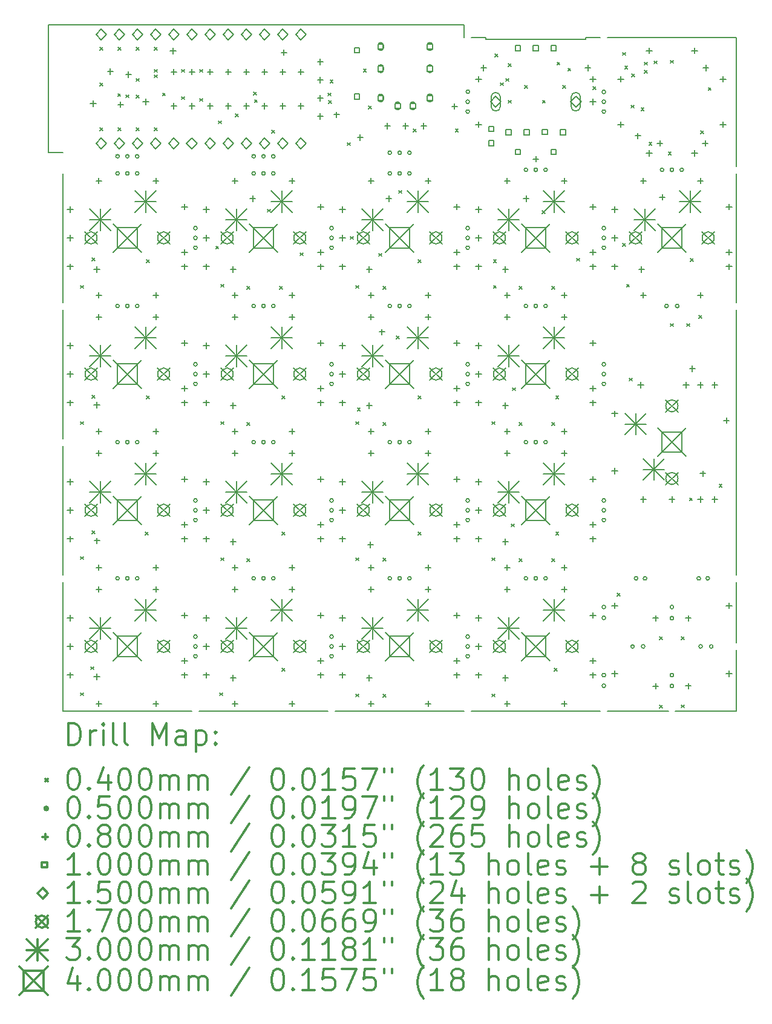
<source format=gbr>
%FSLAX45Y45*%
G04 Gerber Fmt 4.5, Leading zero omitted, Abs format (unit mm)*
G04 Created by KiCad (PCBNEW 5.1.12-84ad8e8a86~92~ubuntu20.04.1) date 2021-11-14 14:36:13*
%MOMM*%
%LPD*%
G01*
G04 APERTURE LIST*
%TA.AperFunction,Profile*%
%ADD10C,0.150000*%
%TD*%
%ADD11C,0.200000*%
%ADD12C,0.300000*%
G04 APERTURE END LIST*
D10*
X10174375Y-5765022D02*
X10174375Y-5797500D01*
X9971888Y-5765022D02*
X10174375Y-5765022D01*
X11574375Y-5765022D02*
X11574375Y-5797500D01*
X11776888Y-5765022D02*
X11574375Y-5765022D01*
X4256875Y-5595022D02*
X4056875Y-5595022D01*
X4256875Y-7380000D02*
X4056875Y-7380000D01*
X4256875Y-15190000D02*
X6061875Y-15190000D01*
X4256875Y-13385000D02*
X4256875Y-15190000D01*
X4256875Y-9575000D02*
X4256875Y-11380000D01*
X4256875Y-7670000D02*
X4256875Y-9475000D01*
X9871888Y-5595022D02*
X9871888Y-5765022D01*
X9871888Y-5595022D02*
X4256875Y-5595022D01*
X11574375Y-5797500D02*
X10174375Y-5797500D01*
X13681875Y-5765022D02*
X11876888Y-5765022D01*
X13681875Y-7570000D02*
X13681875Y-5765022D01*
X13681875Y-9475000D02*
X13681875Y-7670000D01*
X13681875Y-13285000D02*
X13681875Y-9575000D01*
X13681875Y-13385000D02*
X13681875Y-14237500D01*
X13681875Y-15190000D02*
X13681875Y-14337500D01*
X12829375Y-15190000D02*
X13681875Y-15190000D01*
X11876875Y-15190000D02*
X12729375Y-15190000D01*
X9971875Y-15190000D02*
X11776875Y-15190000D01*
X8066875Y-15190000D02*
X9871875Y-15190000D01*
X6161875Y-15190000D02*
X7966875Y-15190000D01*
X4256875Y-11480000D02*
X4256875Y-13285000D01*
X4056875Y-5595022D02*
X4056875Y-7380000D01*
D11*
X4505675Y-9238200D02*
X4545675Y-9278200D01*
X4545675Y-9238200D02*
X4505675Y-9278200D01*
X4505675Y-11143200D02*
X4545675Y-11183200D01*
X4545675Y-11143200D02*
X4505675Y-11183200D01*
X4505675Y-13029150D02*
X4545675Y-13069150D01*
X4545675Y-13029150D02*
X4505675Y-13069150D01*
X4505675Y-14934150D02*
X4545675Y-14974150D01*
X4545675Y-14934150D02*
X4505675Y-14974150D01*
X4646775Y-14571300D02*
X4686775Y-14611300D01*
X4686775Y-14571300D02*
X4646775Y-14611300D01*
X4666775Y-8851300D02*
X4706775Y-8891300D01*
X4706775Y-8851300D02*
X4666775Y-8891300D01*
X4666775Y-10771300D02*
X4706775Y-10811300D01*
X4706775Y-10771300D02*
X4666775Y-10811300D01*
X4666775Y-12671300D02*
X4706775Y-12711300D01*
X4706775Y-12671300D02*
X4666775Y-12711300D01*
X4774250Y-5903000D02*
X4814250Y-5943000D01*
X4814250Y-5903000D02*
X4774250Y-5943000D01*
X4774250Y-6404000D02*
X4814250Y-6444000D01*
X4814250Y-6404000D02*
X4774250Y-6444000D01*
X4774250Y-7032000D02*
X4814250Y-7072000D01*
X4814250Y-7032000D02*
X4774250Y-7072000D01*
X5025075Y-6552250D02*
X5065075Y-6592250D01*
X5065075Y-6552250D02*
X5025075Y-6592250D01*
X5028250Y-5903000D02*
X5068250Y-5943000D01*
X5068250Y-5903000D02*
X5028250Y-5943000D01*
X5028250Y-7032000D02*
X5068250Y-7072000D01*
X5068250Y-7032000D02*
X5028250Y-7072000D01*
X5139375Y-6571300D02*
X5179375Y-6611300D01*
X5179375Y-6571300D02*
X5139375Y-6611300D01*
X5282250Y-5903000D02*
X5322250Y-5943000D01*
X5322250Y-5903000D02*
X5282250Y-5943000D01*
X5282250Y-6340500D02*
X5322250Y-6380500D01*
X5322250Y-6340500D02*
X5282250Y-6380500D01*
X5282250Y-7032000D02*
X5322250Y-7072000D01*
X5322250Y-7032000D02*
X5282250Y-7072000D01*
X5284375Y-6572500D02*
X5324375Y-6612500D01*
X5324375Y-6572500D02*
X5284375Y-6612500D01*
X5411875Y-12690000D02*
X5451875Y-12730000D01*
X5451875Y-12690000D02*
X5411875Y-12730000D01*
X5425125Y-8876350D02*
X5465125Y-8916350D01*
X5465125Y-8876350D02*
X5425125Y-8916350D01*
X5425125Y-10781350D02*
X5465125Y-10821350D01*
X5465125Y-10781350D02*
X5425125Y-10821350D01*
X5536250Y-5903000D02*
X5576250Y-5943000D01*
X5576250Y-5903000D02*
X5536250Y-5943000D01*
X5536250Y-6213500D02*
X5576250Y-6253500D01*
X5576250Y-6213500D02*
X5536250Y-6253500D01*
X5536250Y-6289700D02*
X5576250Y-6329700D01*
X5576250Y-6289700D02*
X5536250Y-6329700D01*
X5536250Y-7032000D02*
X5576250Y-7072000D01*
X5576250Y-7032000D02*
X5536250Y-7072000D01*
X5650550Y-6543700D02*
X5690550Y-6583700D01*
X5690550Y-6543700D02*
X5650550Y-6583700D01*
X5917250Y-6213500D02*
X5957250Y-6253500D01*
X5957250Y-6213500D02*
X5917250Y-6253500D01*
X5917250Y-6594500D02*
X5957250Y-6634500D01*
X5957250Y-6594500D02*
X5917250Y-6634500D01*
X6171250Y-6213500D02*
X6211250Y-6253500D01*
X6211250Y-6213500D02*
X6171250Y-6253500D01*
X6171250Y-6619928D02*
X6211250Y-6659928D01*
X6211250Y-6619928D02*
X6171250Y-6659928D01*
X6396675Y-8685850D02*
X6436675Y-8725850D01*
X6436675Y-8685850D02*
X6396675Y-8725850D01*
X6434775Y-6933250D02*
X6474775Y-6973250D01*
X6474775Y-6933250D02*
X6434775Y-6973250D01*
X6448775Y-14934150D02*
X6488775Y-14974150D01*
X6488775Y-14934150D02*
X6448775Y-14974150D01*
X6467825Y-9219150D02*
X6507825Y-9259150D01*
X6507825Y-9219150D02*
X6467825Y-9259150D01*
X6467825Y-11143200D02*
X6507825Y-11183200D01*
X6507825Y-11143200D02*
X6467825Y-11183200D01*
X6467825Y-13048200D02*
X6507825Y-13088200D01*
X6507825Y-13048200D02*
X6467825Y-13088200D01*
X6671250Y-6838000D02*
X6711250Y-6878000D01*
X6711250Y-6838000D02*
X6671250Y-6878000D01*
X6829775Y-9252260D02*
X6869775Y-9292260D01*
X6869775Y-9252260D02*
X6829775Y-9292260D01*
X6829775Y-11157260D02*
X6869775Y-11197260D01*
X6869775Y-11157260D02*
X6829775Y-11197260D01*
X6829775Y-13057500D02*
X6869775Y-13097500D01*
X6869775Y-13057500D02*
X6829775Y-13097500D01*
X6925312Y-6534686D02*
X6965312Y-6574686D01*
X6965312Y-6534686D02*
X6925312Y-6574686D01*
X6939477Y-6637900D02*
X6979477Y-6677900D01*
X6979477Y-6637900D02*
X6939477Y-6677900D01*
X7120575Y-8171500D02*
X7160575Y-8211500D01*
X7160575Y-8171500D02*
X7120575Y-8211500D01*
X7177725Y-7066600D02*
X7217725Y-7106600D01*
X7217725Y-7066600D02*
X7177725Y-7106600D01*
X7286975Y-9252260D02*
X7326975Y-9292260D01*
X7326975Y-9252260D02*
X7286975Y-9292260D01*
X7325075Y-10781250D02*
X7365075Y-10821250D01*
X7365075Y-10781250D02*
X7325075Y-10821250D01*
X7325075Y-12686250D02*
X7365075Y-12726250D01*
X7365075Y-12686250D02*
X7325075Y-12726250D01*
X7325075Y-14591250D02*
X7365075Y-14631250D01*
X7365075Y-14591250D02*
X7325075Y-14631250D01*
X7578635Y-8780240D02*
X7618635Y-8820240D01*
X7618635Y-8780240D02*
X7578635Y-8820240D01*
X7969770Y-6545483D02*
X8009770Y-6585483D01*
X8009770Y-6545483D02*
X7969770Y-6585483D01*
X7977549Y-6647775D02*
X8017549Y-6687775D01*
X8017549Y-6647775D02*
X7977549Y-6687775D01*
X7996875Y-6361750D02*
X8036875Y-6401750D01*
X8036875Y-6361750D02*
X7996875Y-6401750D01*
X8239475Y-7237950D02*
X8279475Y-7277950D01*
X8279475Y-7237950D02*
X8239475Y-7277950D01*
X8282625Y-8552500D02*
X8322625Y-8592500D01*
X8322625Y-8552500D02*
X8282625Y-8592500D01*
X8353775Y-9238200D02*
X8393775Y-9278200D01*
X8393775Y-9238200D02*
X8353775Y-9278200D01*
X8353775Y-11143200D02*
X8393775Y-11183200D01*
X8393775Y-11143200D02*
X8353775Y-11183200D01*
X8353775Y-13048200D02*
X8393775Y-13088200D01*
X8393775Y-13048200D02*
X8353775Y-13088200D01*
X8353775Y-14953200D02*
X8393775Y-14993200D01*
X8393775Y-14953200D02*
X8353775Y-14993200D01*
X8377875Y-10952800D02*
X8417875Y-10992800D01*
X8417875Y-10952800D02*
X8377875Y-10992800D01*
X8462013Y-6211384D02*
X8502013Y-6251384D01*
X8502013Y-6211384D02*
X8462013Y-6251384D01*
X8531563Y-6724687D02*
X8571563Y-6764687D01*
X8571563Y-6724687D02*
X8531563Y-6764687D01*
X8677625Y-8788037D02*
X8717625Y-8828037D01*
X8717625Y-8788037D02*
X8677625Y-8828037D01*
X8734821Y-9252214D02*
X8774821Y-9292214D01*
X8774821Y-9252214D02*
X8734821Y-9292214D01*
X8734821Y-11157214D02*
X8774821Y-11197214D01*
X8774821Y-11157214D02*
X8734821Y-11197214D01*
X8737623Y-13050869D02*
X8777623Y-13090869D01*
X8777623Y-13050869D02*
X8737623Y-13090869D01*
X8737623Y-14955869D02*
X8777623Y-14995869D01*
X8777623Y-14955869D02*
X8737623Y-14995869D01*
X8925275Y-9943050D02*
X8965275Y-9983050D01*
X8965275Y-9943050D02*
X8925275Y-9983050D01*
X8958145Y-7907516D02*
X8998145Y-7947516D01*
X8998145Y-7907516D02*
X8958145Y-7947516D01*
X9158145Y-7047517D02*
X9198145Y-7087517D01*
X9198145Y-7047517D02*
X9158145Y-7087517D01*
X9230075Y-8876250D02*
X9270075Y-8916250D01*
X9270075Y-8876250D02*
X9230075Y-8916250D01*
X9230075Y-10781250D02*
X9270075Y-10821250D01*
X9270075Y-10781250D02*
X9230075Y-10821250D01*
X9230075Y-12686250D02*
X9270075Y-12726250D01*
X9270075Y-12686250D02*
X9230075Y-12726250D01*
X9749475Y-7047550D02*
X9789475Y-7087550D01*
X9789475Y-7047550D02*
X9749475Y-7087550D01*
X10258775Y-11143200D02*
X10298775Y-11183200D01*
X10298775Y-11143200D02*
X10258775Y-11183200D01*
X10258775Y-13048200D02*
X10298775Y-13088200D01*
X10298775Y-13048200D02*
X10258775Y-13088200D01*
X10258775Y-14953200D02*
X10298775Y-14993200D01*
X10298775Y-14953200D02*
X10258775Y-14993200D01*
X10282874Y-8876350D02*
X10322874Y-8916350D01*
X10322874Y-8876350D02*
X10282874Y-8916350D01*
X10282875Y-9238300D02*
X10322875Y-9278300D01*
X10322875Y-9238300D02*
X10282875Y-9278300D01*
X10301925Y-5999800D02*
X10341925Y-6039800D01*
X10341925Y-5999800D02*
X10301925Y-6039800D01*
X10378125Y-6399850D02*
X10418125Y-6439850D01*
X10418125Y-6399850D02*
X10378125Y-6439850D01*
X10454325Y-6342700D02*
X10494325Y-6382700D01*
X10494325Y-6342700D02*
X10454325Y-6382700D01*
X10492425Y-6133150D02*
X10532425Y-6173150D01*
X10532425Y-6133150D02*
X10492425Y-6173150D01*
X10492425Y-6647500D02*
X10532425Y-6687500D01*
X10532425Y-6647500D02*
X10492425Y-6687500D01*
X10530575Y-12572000D02*
X10570575Y-12612000D01*
X10570575Y-12572000D02*
X10530575Y-12612000D01*
X10549575Y-10667050D02*
X10589575Y-10707050D01*
X10589575Y-10667050D02*
X10549575Y-10707050D01*
X10639775Y-9252260D02*
X10679775Y-9292260D01*
X10679775Y-9252260D02*
X10639775Y-9292260D01*
X10639775Y-11157260D02*
X10679775Y-11197260D01*
X10679775Y-11157260D02*
X10639775Y-11197260D01*
X10639775Y-13062260D02*
X10679775Y-13102260D01*
X10679775Y-13062260D02*
X10639775Y-13102260D01*
X10721025Y-6437950D02*
X10761025Y-6477950D01*
X10761025Y-6437950D02*
X10721025Y-6477950D01*
X10966508Y-8192815D02*
X11006508Y-8232815D01*
X11006508Y-8192815D02*
X10966508Y-8232815D01*
X10968675Y-6647500D02*
X11008675Y-6687500D01*
X11008675Y-6647500D02*
X10968675Y-6687500D01*
X11096975Y-9252260D02*
X11136975Y-9292260D01*
X11136975Y-9252260D02*
X11096975Y-9292260D01*
X11096975Y-11157260D02*
X11136975Y-11197260D01*
X11136975Y-11157260D02*
X11096975Y-11197260D01*
X11096975Y-13062260D02*
X11136975Y-13102260D01*
X11136975Y-13062260D02*
X11096975Y-13102260D01*
X11135075Y-14591250D02*
X11175075Y-14631250D01*
X11175075Y-14591250D02*
X11135075Y-14631250D01*
X11154125Y-10781250D02*
X11194125Y-10821250D01*
X11194125Y-10781250D02*
X11154125Y-10821250D01*
X11154125Y-12686250D02*
X11194125Y-12726250D01*
X11194125Y-12686250D02*
X11154125Y-12726250D01*
X11172115Y-6114100D02*
X11212115Y-6154100D01*
X11212115Y-6114100D02*
X11172115Y-6154100D01*
X11254425Y-6437950D02*
X11294425Y-6477950D01*
X11294425Y-6437950D02*
X11254425Y-6477950D01*
X11324375Y-6197500D02*
X11364375Y-6237500D01*
X11364375Y-6197500D02*
X11324375Y-6237500D01*
X11444925Y-8857300D02*
X11484925Y-8897300D01*
X11484925Y-8857300D02*
X11444925Y-8897300D01*
X11673799Y-6456725D02*
X11713799Y-6496725D01*
X11713799Y-6456725D02*
X11673799Y-6496725D01*
X12016425Y-13543599D02*
X12056425Y-13583599D01*
X12056425Y-13543599D02*
X12016425Y-13583599D01*
X12089375Y-5977500D02*
X12129375Y-6017500D01*
X12129375Y-5977500D02*
X12089375Y-6017500D01*
X12092625Y-8651300D02*
X12132625Y-8691300D01*
X12132625Y-8651300D02*
X12092625Y-8691300D01*
X12119375Y-6167500D02*
X12159375Y-6207500D01*
X12159375Y-6167500D02*
X12119375Y-6207500D01*
X12144725Y-9219150D02*
X12184725Y-9259150D01*
X12184725Y-9219150D02*
X12144725Y-9259150D01*
X12181875Y-10532500D02*
X12221875Y-10572500D01*
X12221875Y-10532500D02*
X12181875Y-10572500D01*
X12206925Y-6715240D02*
X12246925Y-6755240D01*
X12246925Y-6715240D02*
X12206925Y-6755240D01*
X12219375Y-6277500D02*
X12259375Y-6317500D01*
X12259375Y-6277500D02*
X12219375Y-6317500D01*
X12348504Y-6753156D02*
X12388504Y-6793156D01*
X12388504Y-6753156D02*
X12348504Y-6793156D01*
X12397425Y-6114100D02*
X12437425Y-6154100D01*
X12437425Y-6114100D02*
X12397425Y-6154100D01*
X12397425Y-6228399D02*
X12437425Y-6268399D01*
X12437425Y-6228399D02*
X12397425Y-6268399D01*
X12459375Y-7237500D02*
X12499375Y-7277500D01*
X12499375Y-7237500D02*
X12459375Y-7277500D01*
X12530775Y-6095050D02*
X12570775Y-6135050D01*
X12570775Y-6095050D02*
X12530775Y-6135050D01*
X12606975Y-14154760D02*
X12646975Y-14194760D01*
X12646975Y-14154760D02*
X12606975Y-14194760D01*
X12606975Y-15107260D02*
X12646975Y-15147260D01*
X12646975Y-15107260D02*
X12606975Y-15147260D01*
X12729375Y-7367500D02*
X12769375Y-7407500D01*
X12769375Y-7367500D02*
X12729375Y-7407500D01*
X12756635Y-9771700D02*
X12796635Y-9811700D01*
X12796635Y-9771700D02*
X12756635Y-9811700D01*
X12759375Y-6086591D02*
X12799375Y-6126591D01*
X12799375Y-6086591D02*
X12759375Y-6126591D01*
X12911775Y-14154760D02*
X12951775Y-14194760D01*
X12951775Y-14154760D02*
X12911775Y-14194760D01*
X12911775Y-15105700D02*
X12951775Y-15145700D01*
X12951775Y-15105700D02*
X12911775Y-15145700D01*
X12987975Y-9771700D02*
X13027975Y-9811700D01*
X13027975Y-9771700D02*
X12987975Y-9811700D01*
X13026075Y-12210100D02*
X13066075Y-12250100D01*
X13066075Y-12210100D02*
X13026075Y-12250100D01*
X13039375Y-8860241D02*
X13079375Y-8900241D01*
X13079375Y-8860241D02*
X13039375Y-8900241D01*
X13159425Y-9657400D02*
X13199425Y-9697400D01*
X13199425Y-9657400D02*
X13159425Y-9697400D01*
X13184375Y-7072500D02*
X13224375Y-7112500D01*
X13224375Y-7072500D02*
X13184375Y-7112500D01*
X13289375Y-6467500D02*
X13329375Y-6507500D01*
X13329375Y-6467500D02*
X13289375Y-6507500D01*
X13440125Y-12019500D02*
X13480125Y-12059500D01*
X13480125Y-12019500D02*
X13440125Y-12059500D01*
X5046875Y-7430000D02*
G75*
G03*
X5046875Y-7430000I-25000J0D01*
G01*
X5046875Y-7670000D02*
G75*
G03*
X5046875Y-7670000I-25000J0D01*
G01*
X5046875Y-9525000D02*
G75*
G03*
X5046875Y-9525000I-25000J0D01*
G01*
X5046875Y-11430000D02*
G75*
G03*
X5046875Y-11430000I-25000J0D01*
G01*
X5046875Y-13335000D02*
G75*
G03*
X5046875Y-13335000I-25000J0D01*
G01*
X5184375Y-7430000D02*
G75*
G03*
X5184375Y-7430000I-25000J0D01*
G01*
X5184375Y-7670000D02*
G75*
G03*
X5184375Y-7670000I-25000J0D01*
G01*
X5184375Y-9525000D02*
G75*
G03*
X5184375Y-9525000I-25000J0D01*
G01*
X5184375Y-11430000D02*
G75*
G03*
X5184375Y-11430000I-25000J0D01*
G01*
X5184375Y-13335000D02*
G75*
G03*
X5184375Y-13335000I-25000J0D01*
G01*
X5321875Y-7430000D02*
G75*
G03*
X5321875Y-7430000I-25000J0D01*
G01*
X5321875Y-7670000D02*
G75*
G03*
X5321875Y-7670000I-25000J0D01*
G01*
X5321875Y-9525000D02*
G75*
G03*
X5321875Y-9525000I-25000J0D01*
G01*
X5321875Y-11430000D02*
G75*
G03*
X5321875Y-11430000I-25000J0D01*
G01*
X5321875Y-13335000D02*
G75*
G03*
X5321875Y-13335000I-25000J0D01*
G01*
X6136875Y-8435000D02*
G75*
G03*
X6136875Y-8435000I-25000J0D01*
G01*
X6136875Y-8572500D02*
G75*
G03*
X6136875Y-8572500I-25000J0D01*
G01*
X6136875Y-8710000D02*
G75*
G03*
X6136875Y-8710000I-25000J0D01*
G01*
X6136875Y-10340000D02*
G75*
G03*
X6136875Y-10340000I-25000J0D01*
G01*
X6136875Y-10477500D02*
G75*
G03*
X6136875Y-10477500I-25000J0D01*
G01*
X6136875Y-10615000D02*
G75*
G03*
X6136875Y-10615000I-25000J0D01*
G01*
X6136875Y-12245000D02*
G75*
G03*
X6136875Y-12245000I-25000J0D01*
G01*
X6136875Y-12382500D02*
G75*
G03*
X6136875Y-12382500I-25000J0D01*
G01*
X6136875Y-12520000D02*
G75*
G03*
X6136875Y-12520000I-25000J0D01*
G01*
X6136875Y-14150000D02*
G75*
G03*
X6136875Y-14150000I-25000J0D01*
G01*
X6136875Y-14287500D02*
G75*
G03*
X6136875Y-14287500I-25000J0D01*
G01*
X6136875Y-14425000D02*
G75*
G03*
X6136875Y-14425000I-25000J0D01*
G01*
X6951875Y-7430000D02*
G75*
G03*
X6951875Y-7430000I-25000J0D01*
G01*
X6951875Y-7670000D02*
G75*
G03*
X6951875Y-7670000I-25000J0D01*
G01*
X6951875Y-9525000D02*
G75*
G03*
X6951875Y-9525000I-25000J0D01*
G01*
X6951875Y-11430000D02*
G75*
G03*
X6951875Y-11430000I-25000J0D01*
G01*
X6951875Y-13335000D02*
G75*
G03*
X6951875Y-13335000I-25000J0D01*
G01*
X7089375Y-7430000D02*
G75*
G03*
X7089375Y-7430000I-25000J0D01*
G01*
X7089375Y-7670000D02*
G75*
G03*
X7089375Y-7670000I-25000J0D01*
G01*
X7089375Y-9525000D02*
G75*
G03*
X7089375Y-9525000I-25000J0D01*
G01*
X7089375Y-11430000D02*
G75*
G03*
X7089375Y-11430000I-25000J0D01*
G01*
X7089375Y-13335000D02*
G75*
G03*
X7089375Y-13335000I-25000J0D01*
G01*
X7226875Y-7430000D02*
G75*
G03*
X7226875Y-7430000I-25000J0D01*
G01*
X7226875Y-7670000D02*
G75*
G03*
X7226875Y-7670000I-25000J0D01*
G01*
X7226875Y-9525000D02*
G75*
G03*
X7226875Y-9525000I-25000J0D01*
G01*
X7226875Y-11430000D02*
G75*
G03*
X7226875Y-11430000I-25000J0D01*
G01*
X7226875Y-13335000D02*
G75*
G03*
X7226875Y-13335000I-25000J0D01*
G01*
X8041875Y-8435000D02*
G75*
G03*
X8041875Y-8435000I-25000J0D01*
G01*
X8041875Y-8572500D02*
G75*
G03*
X8041875Y-8572500I-25000J0D01*
G01*
X8041875Y-8710000D02*
G75*
G03*
X8041875Y-8710000I-25000J0D01*
G01*
X8041875Y-10340000D02*
G75*
G03*
X8041875Y-10340000I-25000J0D01*
G01*
X8041875Y-10477500D02*
G75*
G03*
X8041875Y-10477500I-25000J0D01*
G01*
X8041875Y-10615000D02*
G75*
G03*
X8041875Y-10615000I-25000J0D01*
G01*
X8041875Y-12245000D02*
G75*
G03*
X8041875Y-12245000I-25000J0D01*
G01*
X8041875Y-12382500D02*
G75*
G03*
X8041875Y-12382500I-25000J0D01*
G01*
X8041875Y-12520000D02*
G75*
G03*
X8041875Y-12520000I-25000J0D01*
G01*
X8041875Y-14150000D02*
G75*
G03*
X8041875Y-14150000I-25000J0D01*
G01*
X8041875Y-14287500D02*
G75*
G03*
X8041875Y-14287500I-25000J0D01*
G01*
X8041875Y-14425000D02*
G75*
G03*
X8041875Y-14425000I-25000J0D01*
G01*
X8856875Y-7380000D02*
G75*
G03*
X8856875Y-7380000I-25000J0D01*
G01*
X8856875Y-7670000D02*
G75*
G03*
X8856875Y-7670000I-25000J0D01*
G01*
X8856875Y-9525000D02*
G75*
G03*
X8856875Y-9525000I-25000J0D01*
G01*
X8856875Y-11430000D02*
G75*
G03*
X8856875Y-11430000I-25000J0D01*
G01*
X8856875Y-13335000D02*
G75*
G03*
X8856875Y-13335000I-25000J0D01*
G01*
X8994375Y-7380000D02*
G75*
G03*
X8994375Y-7380000I-25000J0D01*
G01*
X8994375Y-7670000D02*
G75*
G03*
X8994375Y-7670000I-25000J0D01*
G01*
X8994375Y-9525000D02*
G75*
G03*
X8994375Y-9525000I-25000J0D01*
G01*
X8994375Y-11430000D02*
G75*
G03*
X8994375Y-11430000I-25000J0D01*
G01*
X8994375Y-13335000D02*
G75*
G03*
X8994375Y-13335000I-25000J0D01*
G01*
X9131875Y-7380000D02*
G75*
G03*
X9131875Y-7380000I-25000J0D01*
G01*
X9131875Y-7670000D02*
G75*
G03*
X9131875Y-7670000I-25000J0D01*
G01*
X9131875Y-9525000D02*
G75*
G03*
X9131875Y-9525000I-25000J0D01*
G01*
X9131875Y-11430000D02*
G75*
G03*
X9131875Y-11430000I-25000J0D01*
G01*
X9131875Y-13335000D02*
G75*
G03*
X9131875Y-13335000I-25000J0D01*
G01*
X9946875Y-6667500D02*
G75*
G03*
X9946875Y-6667500I-25000J0D01*
G01*
X9946875Y-6805000D02*
G75*
G03*
X9946875Y-6805000I-25000J0D01*
G01*
X9946875Y-8435000D02*
G75*
G03*
X9946875Y-8435000I-25000J0D01*
G01*
X9946875Y-8572500D02*
G75*
G03*
X9946875Y-8572500I-25000J0D01*
G01*
X9946875Y-8710000D02*
G75*
G03*
X9946875Y-8710000I-25000J0D01*
G01*
X9946875Y-10340000D02*
G75*
G03*
X9946875Y-10340000I-25000J0D01*
G01*
X9946875Y-10477500D02*
G75*
G03*
X9946875Y-10477500I-25000J0D01*
G01*
X9946875Y-10615000D02*
G75*
G03*
X9946875Y-10615000I-25000J0D01*
G01*
X9946875Y-12245000D02*
G75*
G03*
X9946875Y-12245000I-25000J0D01*
G01*
X9946875Y-12382500D02*
G75*
G03*
X9946875Y-12382500I-25000J0D01*
G01*
X9946875Y-12520000D02*
G75*
G03*
X9946875Y-12520000I-25000J0D01*
G01*
X9946875Y-14150000D02*
G75*
G03*
X9946875Y-14150000I-25000J0D01*
G01*
X9946875Y-14287500D02*
G75*
G03*
X9946875Y-14287500I-25000J0D01*
G01*
X9946875Y-14425000D02*
G75*
G03*
X9946875Y-14425000I-25000J0D01*
G01*
X9949760Y-6527272D02*
G75*
G03*
X9949760Y-6527272I-25000J0D01*
G01*
X10761875Y-7620000D02*
G75*
G03*
X10761875Y-7620000I-25000J0D01*
G01*
X10761875Y-9525000D02*
G75*
G03*
X10761875Y-9525000I-25000J0D01*
G01*
X10761875Y-11430000D02*
G75*
G03*
X10761875Y-11430000I-25000J0D01*
G01*
X10761875Y-13335000D02*
G75*
G03*
X10761875Y-13335000I-25000J0D01*
G01*
X10899375Y-7620000D02*
G75*
G03*
X10899375Y-7620000I-25000J0D01*
G01*
X10899375Y-9525000D02*
G75*
G03*
X10899375Y-9525000I-25000J0D01*
G01*
X10899375Y-11430000D02*
G75*
G03*
X10899375Y-11430000I-25000J0D01*
G01*
X10899375Y-13335000D02*
G75*
G03*
X10899375Y-13335000I-25000J0D01*
G01*
X11036875Y-7620000D02*
G75*
G03*
X11036875Y-7620000I-25000J0D01*
G01*
X11036875Y-9525000D02*
G75*
G03*
X11036875Y-9525000I-25000J0D01*
G01*
X11036875Y-11430000D02*
G75*
G03*
X11036875Y-11430000I-25000J0D01*
G01*
X11036875Y-13335000D02*
G75*
G03*
X11036875Y-13335000I-25000J0D01*
G01*
X11851875Y-6530000D02*
G75*
G03*
X11851875Y-6530000I-25000J0D01*
G01*
X11851875Y-6667500D02*
G75*
G03*
X11851875Y-6667500I-25000J0D01*
G01*
X11851875Y-6805000D02*
G75*
G03*
X11851875Y-6805000I-25000J0D01*
G01*
X11851875Y-8435000D02*
G75*
G03*
X11851875Y-8435000I-25000J0D01*
G01*
X11851875Y-8572500D02*
G75*
G03*
X11851875Y-8572500I-25000J0D01*
G01*
X11851875Y-8710000D02*
G75*
G03*
X11851875Y-8710000I-25000J0D01*
G01*
X11851875Y-10340000D02*
G75*
G03*
X11851875Y-10340000I-25000J0D01*
G01*
X11851875Y-10477500D02*
G75*
G03*
X11851875Y-10477500I-25000J0D01*
G01*
X11851875Y-10615000D02*
G75*
G03*
X11851875Y-10615000I-25000J0D01*
G01*
X11851875Y-12245000D02*
G75*
G03*
X11851875Y-12245000I-25000J0D01*
G01*
X11851875Y-12382500D02*
G75*
G03*
X11851875Y-12382500I-25000J0D01*
G01*
X11851875Y-12520000D02*
G75*
G03*
X11851875Y-12520000I-25000J0D01*
G01*
X11851875Y-13736250D02*
G75*
G03*
X11851875Y-13736250I-25000J0D01*
G01*
X11851875Y-13886250D02*
G75*
G03*
X11851875Y-13886250I-25000J0D01*
G01*
X11851875Y-14688750D02*
G75*
G03*
X11851875Y-14688750I-25000J0D01*
G01*
X11851875Y-14838750D02*
G75*
G03*
X11851875Y-14838750I-25000J0D01*
G01*
X12253125Y-14287500D02*
G75*
G03*
X12253125Y-14287500I-25000J0D01*
G01*
X12303125Y-13335000D02*
G75*
G03*
X12303125Y-13335000I-25000J0D01*
G01*
X12403125Y-14287500D02*
G75*
G03*
X12403125Y-14287500I-25000J0D01*
G01*
X12428125Y-13335000D02*
G75*
G03*
X12428125Y-13335000I-25000J0D01*
G01*
X12666875Y-7620000D02*
G75*
G03*
X12666875Y-7620000I-25000J0D01*
G01*
X12729375Y-9525000D02*
G75*
G03*
X12729375Y-9525000I-25000J0D01*
G01*
X12804375Y-7620000D02*
G75*
G03*
X12804375Y-7620000I-25000J0D01*
G01*
X12804375Y-13736250D02*
G75*
G03*
X12804375Y-13736250I-25000J0D01*
G01*
X12804375Y-13891250D02*
G75*
G03*
X12804375Y-13891250I-25000J0D01*
G01*
X12804375Y-14688750D02*
G75*
G03*
X12804375Y-14688750I-25000J0D01*
G01*
X12804375Y-14839950D02*
G75*
G03*
X12804375Y-14839950I-25000J0D01*
G01*
X12879375Y-9525000D02*
G75*
G03*
X12879375Y-9525000I-25000J0D01*
G01*
X12941875Y-7620000D02*
G75*
G03*
X12941875Y-7620000I-25000J0D01*
G01*
X13180625Y-13335000D02*
G75*
G03*
X13180625Y-13335000I-25000J0D01*
G01*
X13205625Y-14287500D02*
G75*
G03*
X13205625Y-14287500I-25000J0D01*
G01*
X13305625Y-13335000D02*
G75*
G03*
X13305625Y-13335000I-25000J0D01*
G01*
X13355625Y-14287500D02*
G75*
G03*
X13355625Y-14287500I-25000J0D01*
G01*
X4359375Y-8132500D02*
X4359375Y-8212500D01*
X4319375Y-8172500D02*
X4399375Y-8172500D01*
X4359375Y-8532500D02*
X4359375Y-8612500D01*
X4319375Y-8572500D02*
X4399375Y-8572500D01*
X4359375Y-8932500D02*
X4359375Y-9012500D01*
X4319375Y-8972500D02*
X4399375Y-8972500D01*
X4359375Y-10037500D02*
X4359375Y-10117500D01*
X4319375Y-10077500D02*
X4399375Y-10077500D01*
X4359375Y-10437500D02*
X4359375Y-10517500D01*
X4319375Y-10477500D02*
X4399375Y-10477500D01*
X4359375Y-10837500D02*
X4359375Y-10917500D01*
X4319375Y-10877500D02*
X4399375Y-10877500D01*
X4359375Y-11942500D02*
X4359375Y-12022500D01*
X4319375Y-11982500D02*
X4399375Y-11982500D01*
X4359375Y-12342500D02*
X4359375Y-12422500D01*
X4319375Y-12382500D02*
X4399375Y-12382500D01*
X4359375Y-12742500D02*
X4359375Y-12822500D01*
X4319375Y-12782500D02*
X4399375Y-12782500D01*
X4359375Y-13847500D02*
X4359375Y-13927500D01*
X4319375Y-13887500D02*
X4399375Y-13887500D01*
X4359375Y-14247500D02*
X4359375Y-14327500D01*
X4319375Y-14287500D02*
X4399375Y-14287500D01*
X4359375Y-14647500D02*
X4359375Y-14727500D01*
X4319375Y-14687500D02*
X4399375Y-14687500D01*
X4679950Y-6650700D02*
X4679950Y-6730700D01*
X4639950Y-6690700D02*
X4719950Y-6690700D01*
X4731875Y-8970000D02*
X4731875Y-9050000D01*
X4691875Y-9010000D02*
X4771875Y-9010000D01*
X4731875Y-10870000D02*
X4731875Y-10950000D01*
X4691875Y-10910000D02*
X4771875Y-10910000D01*
X4731875Y-14670000D02*
X4731875Y-14750000D01*
X4691875Y-14710000D02*
X4771875Y-14710000D01*
X4734375Y-12767500D02*
X4734375Y-12847500D01*
X4694375Y-12807500D02*
X4774375Y-12807500D01*
X4759375Y-7732500D02*
X4759375Y-7812500D01*
X4719375Y-7772500D02*
X4799375Y-7772500D01*
X4759375Y-9332500D02*
X4759375Y-9412500D01*
X4719375Y-9372500D02*
X4799375Y-9372500D01*
X4759375Y-9637500D02*
X4759375Y-9717500D01*
X4719375Y-9677500D02*
X4799375Y-9677500D01*
X4759375Y-11237500D02*
X4759375Y-11317500D01*
X4719375Y-11277500D02*
X4799375Y-11277500D01*
X4759375Y-11542500D02*
X4759375Y-11622500D01*
X4719375Y-11582500D02*
X4799375Y-11582500D01*
X4759375Y-13142500D02*
X4759375Y-13222500D01*
X4719375Y-13182500D02*
X4799375Y-13182500D01*
X4759375Y-13447500D02*
X4759375Y-13527500D01*
X4719375Y-13487500D02*
X4799375Y-13487500D01*
X4759375Y-15047500D02*
X4759375Y-15127500D01*
X4719375Y-15087500D02*
X4799375Y-15087500D01*
X4921250Y-6202500D02*
X4921250Y-6282500D01*
X4881250Y-6242500D02*
X4961250Y-6242500D01*
X5064125Y-6665600D02*
X5064125Y-6745600D01*
X5024125Y-6705600D02*
X5104125Y-6705600D01*
X5175250Y-6244300D02*
X5175250Y-6324300D01*
X5135250Y-6284300D02*
X5215250Y-6284300D01*
X5416550Y-6625300D02*
X5416550Y-6705300D01*
X5376550Y-6665300D02*
X5456550Y-6665300D01*
X5559375Y-7732500D02*
X5559375Y-7812500D01*
X5519375Y-7772500D02*
X5599375Y-7772500D01*
X5559375Y-9332500D02*
X5559375Y-9412500D01*
X5519375Y-9372500D02*
X5599375Y-9372500D01*
X5559375Y-9637500D02*
X5559375Y-9717500D01*
X5519375Y-9677500D02*
X5599375Y-9677500D01*
X5559375Y-11237500D02*
X5559375Y-11317500D01*
X5519375Y-11277500D02*
X5599375Y-11277500D01*
X5559375Y-11542500D02*
X5559375Y-11622500D01*
X5519375Y-11582500D02*
X5599375Y-11582500D01*
X5559375Y-13142500D02*
X5559375Y-13222500D01*
X5519375Y-13182500D02*
X5599375Y-13182500D01*
X5559375Y-13447500D02*
X5559375Y-13527500D01*
X5519375Y-13487500D02*
X5599375Y-13487500D01*
X5559375Y-15047500D02*
X5559375Y-15127500D01*
X5519375Y-15087500D02*
X5599375Y-15087500D01*
X5797550Y-5914122D02*
X5797550Y-5994122D01*
X5757550Y-5954122D02*
X5837550Y-5954122D01*
X5810250Y-6209375D02*
X5810250Y-6289375D01*
X5770250Y-6249375D02*
X5850250Y-6249375D01*
X5810250Y-6685625D02*
X5810250Y-6765625D01*
X5770250Y-6725625D02*
X5850250Y-6725625D01*
X5959375Y-8097500D02*
X5959375Y-8177500D01*
X5919375Y-8137500D02*
X5999375Y-8137500D01*
X5959375Y-8732500D02*
X5959375Y-8812500D01*
X5919375Y-8772500D02*
X5999375Y-8772500D01*
X5959375Y-8932500D02*
X5959375Y-9012500D01*
X5919375Y-8972500D02*
X5999375Y-8972500D01*
X5959375Y-10002500D02*
X5959375Y-10082500D01*
X5919375Y-10042500D02*
X5999375Y-10042500D01*
X5959375Y-10637500D02*
X5959375Y-10717500D01*
X5919375Y-10677500D02*
X5999375Y-10677500D01*
X5959375Y-10837500D02*
X5959375Y-10917500D01*
X5919375Y-10877500D02*
X5999375Y-10877500D01*
X5959375Y-11907500D02*
X5959375Y-11987500D01*
X5919375Y-11947500D02*
X5999375Y-11947500D01*
X5959375Y-12542500D02*
X5959375Y-12622500D01*
X5919375Y-12582500D02*
X5999375Y-12582500D01*
X5959375Y-12742500D02*
X5959375Y-12822500D01*
X5919375Y-12782500D02*
X5999375Y-12782500D01*
X5959375Y-13812500D02*
X5959375Y-13892500D01*
X5919375Y-13852500D02*
X5999375Y-13852500D01*
X5959375Y-14447500D02*
X5959375Y-14527500D01*
X5919375Y-14487500D02*
X5999375Y-14487500D01*
X5959375Y-14647500D02*
X5959375Y-14727500D01*
X5919375Y-14687500D02*
X5999375Y-14687500D01*
X6064250Y-6209375D02*
X6064250Y-6289375D01*
X6024250Y-6249375D02*
X6104250Y-6249375D01*
X6064250Y-6685625D02*
X6064250Y-6765625D01*
X6024250Y-6725625D02*
X6104250Y-6725625D01*
X6264375Y-8132500D02*
X6264375Y-8212500D01*
X6224375Y-8172500D02*
X6304375Y-8172500D01*
X6264375Y-8532500D02*
X6264375Y-8612500D01*
X6224375Y-8572500D02*
X6304375Y-8572500D01*
X6264375Y-8932500D02*
X6264375Y-9012500D01*
X6224375Y-8972500D02*
X6304375Y-8972500D01*
X6264375Y-10037500D02*
X6264375Y-10117500D01*
X6224375Y-10077500D02*
X6304375Y-10077500D01*
X6264375Y-10437500D02*
X6264375Y-10517500D01*
X6224375Y-10477500D02*
X6304375Y-10477500D01*
X6264375Y-10837500D02*
X6264375Y-10917500D01*
X6224375Y-10877500D02*
X6304375Y-10877500D01*
X6264375Y-11942500D02*
X6264375Y-12022500D01*
X6224375Y-11982500D02*
X6304375Y-11982500D01*
X6264375Y-12342500D02*
X6264375Y-12422500D01*
X6224375Y-12382500D02*
X6304375Y-12382500D01*
X6264375Y-12742500D02*
X6264375Y-12822500D01*
X6224375Y-12782500D02*
X6304375Y-12782500D01*
X6264375Y-13847500D02*
X6264375Y-13927500D01*
X6224375Y-13887500D02*
X6304375Y-13887500D01*
X6264375Y-14247500D02*
X6264375Y-14327500D01*
X6224375Y-14287500D02*
X6304375Y-14287500D01*
X6264375Y-14647500D02*
X6264375Y-14727500D01*
X6224375Y-14687500D02*
X6304375Y-14687500D01*
X6318250Y-6209375D02*
X6318250Y-6289375D01*
X6278250Y-6249375D02*
X6358250Y-6249375D01*
X6318250Y-6685625D02*
X6318250Y-6765625D01*
X6278250Y-6725625D02*
X6358250Y-6725625D01*
X6572250Y-6209375D02*
X6572250Y-6289375D01*
X6532250Y-6249375D02*
X6612250Y-6249375D01*
X6572250Y-6685625D02*
X6572250Y-6765625D01*
X6532250Y-6725625D02*
X6612250Y-6725625D01*
X6640225Y-8970550D02*
X6640225Y-9050550D01*
X6600225Y-9010550D02*
X6680225Y-9010550D01*
X6640225Y-10875550D02*
X6640225Y-10955550D01*
X6600225Y-10915550D02*
X6680225Y-10915550D01*
X6640225Y-12780550D02*
X6640225Y-12860550D01*
X6600225Y-12820550D02*
X6680225Y-12820550D01*
X6640225Y-14685550D02*
X6640225Y-14765550D01*
X6600225Y-14725550D02*
X6680225Y-14725550D01*
X6664375Y-7732500D02*
X6664375Y-7812500D01*
X6624375Y-7772500D02*
X6704375Y-7772500D01*
X6664375Y-9332500D02*
X6664375Y-9412500D01*
X6624375Y-9372500D02*
X6704375Y-9372500D01*
X6664375Y-9637500D02*
X6664375Y-9717500D01*
X6624375Y-9677500D02*
X6704375Y-9677500D01*
X6664375Y-11237500D02*
X6664375Y-11317500D01*
X6624375Y-11277500D02*
X6704375Y-11277500D01*
X6664375Y-11542500D02*
X6664375Y-11622500D01*
X6624375Y-11582500D02*
X6704375Y-11582500D01*
X6664375Y-13142500D02*
X6664375Y-13222500D01*
X6624375Y-13182500D02*
X6704375Y-13182500D01*
X6664375Y-13447500D02*
X6664375Y-13527500D01*
X6624375Y-13487500D02*
X6704375Y-13487500D01*
X6664375Y-15047500D02*
X6664375Y-15127500D01*
X6624375Y-15087500D02*
X6704375Y-15087500D01*
X6826250Y-6209375D02*
X6826250Y-6289375D01*
X6786250Y-6249375D02*
X6866250Y-6249375D01*
X6826250Y-6685625D02*
X6826250Y-6765625D01*
X6786250Y-6725625D02*
X6866250Y-6725625D01*
X6911975Y-7980050D02*
X6911975Y-8060050D01*
X6871975Y-8020050D02*
X6951975Y-8020050D01*
X7080250Y-6209375D02*
X7080250Y-6289375D01*
X7040250Y-6249375D02*
X7120250Y-6249375D01*
X7080250Y-6685625D02*
X7080250Y-6765625D01*
X7040250Y-6725625D02*
X7120250Y-6725625D01*
X7334250Y-6209375D02*
X7334250Y-6289375D01*
X7294250Y-6249375D02*
X7374250Y-6249375D01*
X7334250Y-6685625D02*
X7334250Y-6765625D01*
X7294250Y-6725625D02*
X7374250Y-6725625D01*
X7350388Y-5938522D02*
X7350388Y-6018522D01*
X7310388Y-5978522D02*
X7390388Y-5978522D01*
X7464375Y-7732500D02*
X7464375Y-7812500D01*
X7424375Y-7772500D02*
X7504375Y-7772500D01*
X7464375Y-9332500D02*
X7464375Y-9412500D01*
X7424375Y-9372500D02*
X7504375Y-9372500D01*
X7464375Y-9637500D02*
X7464375Y-9717500D01*
X7424375Y-9677500D02*
X7504375Y-9677500D01*
X7464375Y-11237500D02*
X7464375Y-11317500D01*
X7424375Y-11277500D02*
X7504375Y-11277500D01*
X7464375Y-11542500D02*
X7464375Y-11622500D01*
X7424375Y-11582500D02*
X7504375Y-11582500D01*
X7464375Y-13142500D02*
X7464375Y-13222500D01*
X7424375Y-13182500D02*
X7504375Y-13182500D01*
X7464375Y-13447500D02*
X7464375Y-13527500D01*
X7424375Y-13487500D02*
X7504375Y-13487500D01*
X7464375Y-15047500D02*
X7464375Y-15127500D01*
X7424375Y-15087500D02*
X7504375Y-15087500D01*
X7588250Y-6209375D02*
X7588250Y-6289375D01*
X7548250Y-6249375D02*
X7628250Y-6249375D01*
X7588250Y-6685625D02*
X7588250Y-6765625D01*
X7548250Y-6725625D02*
X7628250Y-6725625D01*
X7858145Y-6066517D02*
X7858145Y-6146517D01*
X7818145Y-6106517D02*
X7898145Y-6106517D01*
X7858145Y-6320517D02*
X7858145Y-6400517D01*
X7818145Y-6360517D02*
X7898145Y-6360517D01*
X7858145Y-6574517D02*
X7858145Y-6654517D01*
X7818145Y-6614517D02*
X7898145Y-6614517D01*
X7858145Y-6828517D02*
X7858145Y-6908517D01*
X7818145Y-6868517D02*
X7898145Y-6868517D01*
X7864375Y-8097500D02*
X7864375Y-8177500D01*
X7824375Y-8137500D02*
X7904375Y-8137500D01*
X7864375Y-8732500D02*
X7864375Y-8812500D01*
X7824375Y-8772500D02*
X7904375Y-8772500D01*
X7864375Y-8932500D02*
X7864375Y-9012500D01*
X7824375Y-8972500D02*
X7904375Y-8972500D01*
X7864375Y-10002500D02*
X7864375Y-10082500D01*
X7824375Y-10042500D02*
X7904375Y-10042500D01*
X7864375Y-10637500D02*
X7864375Y-10717500D01*
X7824375Y-10677500D02*
X7904375Y-10677500D01*
X7864375Y-10837500D02*
X7864375Y-10917500D01*
X7824375Y-10877500D02*
X7904375Y-10877500D01*
X7864375Y-11907500D02*
X7864375Y-11987500D01*
X7824375Y-11947500D02*
X7904375Y-11947500D01*
X7864375Y-12542500D02*
X7864375Y-12622500D01*
X7824375Y-12582500D02*
X7904375Y-12582500D01*
X7864375Y-12742500D02*
X7864375Y-12822500D01*
X7824375Y-12782500D02*
X7904375Y-12782500D01*
X7864375Y-13812500D02*
X7864375Y-13892500D01*
X7824375Y-13852500D02*
X7904375Y-13852500D01*
X7864375Y-14447500D02*
X7864375Y-14527500D01*
X7824375Y-14487500D02*
X7904375Y-14487500D01*
X7864375Y-14647500D02*
X7864375Y-14727500D01*
X7824375Y-14687500D02*
X7904375Y-14687500D01*
X8088145Y-6807516D02*
X8088145Y-6887516D01*
X8048145Y-6847516D02*
X8128145Y-6847516D01*
X8169375Y-8132500D02*
X8169375Y-8212500D01*
X8129375Y-8172500D02*
X8209375Y-8172500D01*
X8169375Y-8532500D02*
X8169375Y-8612500D01*
X8129375Y-8572500D02*
X8209375Y-8572500D01*
X8169375Y-8932500D02*
X8169375Y-9012500D01*
X8129375Y-8972500D02*
X8209375Y-8972500D01*
X8169375Y-10037500D02*
X8169375Y-10117500D01*
X8129375Y-10077500D02*
X8209375Y-10077500D01*
X8169375Y-10437500D02*
X8169375Y-10517500D01*
X8129375Y-10477500D02*
X8209375Y-10477500D01*
X8169375Y-10837500D02*
X8169375Y-10917500D01*
X8129375Y-10877500D02*
X8209375Y-10877500D01*
X8169375Y-11942500D02*
X8169375Y-12022500D01*
X8129375Y-11982500D02*
X8209375Y-11982500D01*
X8169375Y-12342500D02*
X8169375Y-12422500D01*
X8129375Y-12382500D02*
X8209375Y-12382500D01*
X8169375Y-12742500D02*
X8169375Y-12822500D01*
X8129375Y-12782500D02*
X8209375Y-12782500D01*
X8169375Y-13847500D02*
X8169375Y-13927500D01*
X8129375Y-13887500D02*
X8209375Y-13887500D01*
X8169375Y-14247500D02*
X8169375Y-14327500D01*
X8129375Y-14287500D02*
X8209375Y-14287500D01*
X8169375Y-14647500D02*
X8169375Y-14727500D01*
X8129375Y-14687500D02*
X8209375Y-14687500D01*
X8418145Y-7127517D02*
X8418145Y-7207517D01*
X8378145Y-7167517D02*
X8458145Y-7167517D01*
X8545225Y-8970550D02*
X8545225Y-9050550D01*
X8505225Y-9010550D02*
X8585225Y-9010550D01*
X8545225Y-10875550D02*
X8545225Y-10955550D01*
X8505225Y-10915550D02*
X8585225Y-10915550D01*
X8545225Y-14685550D02*
X8545225Y-14765550D01*
X8505225Y-14725550D02*
X8585225Y-14725550D01*
X8560727Y-12824970D02*
X8560727Y-12904970D01*
X8520727Y-12864970D02*
X8600727Y-12864970D01*
X8569375Y-7732500D02*
X8569375Y-7812500D01*
X8529375Y-7772500D02*
X8609375Y-7772500D01*
X8569375Y-9332500D02*
X8569375Y-9412500D01*
X8529375Y-9372500D02*
X8609375Y-9372500D01*
X8569375Y-9637500D02*
X8569375Y-9717500D01*
X8529375Y-9677500D02*
X8609375Y-9677500D01*
X8569375Y-11237500D02*
X8569375Y-11317500D01*
X8529375Y-11277500D02*
X8609375Y-11277500D01*
X8569375Y-11542500D02*
X8569375Y-11622500D01*
X8529375Y-11582500D02*
X8609375Y-11582500D01*
X8569375Y-13142500D02*
X8569375Y-13222500D01*
X8529375Y-13182500D02*
X8609375Y-13182500D01*
X8569375Y-13447500D02*
X8569375Y-13527500D01*
X8529375Y-13487500D02*
X8609375Y-13487500D01*
X8569375Y-15047500D02*
X8569375Y-15127500D01*
X8529375Y-15087500D02*
X8609375Y-15087500D01*
X8721725Y-9846950D02*
X8721725Y-9926950D01*
X8681725Y-9886950D02*
X8761725Y-9886950D01*
X8798719Y-6963437D02*
X8798719Y-7043437D01*
X8758719Y-7003437D02*
X8838719Y-7003437D01*
X8816975Y-7980050D02*
X8816975Y-8060050D01*
X8776975Y-8020050D02*
X8856975Y-8020050D01*
X9052719Y-6963437D02*
X9052719Y-7043437D01*
X9012719Y-7003437D02*
X9092719Y-7003437D01*
X9306719Y-6963437D02*
X9306719Y-7043437D01*
X9266719Y-7003437D02*
X9346719Y-7003437D01*
X9369375Y-7732500D02*
X9369375Y-7812500D01*
X9329375Y-7772500D02*
X9409375Y-7772500D01*
X9369375Y-9332500D02*
X9369375Y-9412500D01*
X9329375Y-9372500D02*
X9409375Y-9372500D01*
X9369375Y-9637500D02*
X9369375Y-9717500D01*
X9329375Y-9677500D02*
X9409375Y-9677500D01*
X9369375Y-11237500D02*
X9369375Y-11317500D01*
X9329375Y-11277500D02*
X9409375Y-11277500D01*
X9369375Y-11542500D02*
X9369375Y-11622500D01*
X9329375Y-11582500D02*
X9409375Y-11582500D01*
X9369375Y-13142500D02*
X9369375Y-13222500D01*
X9329375Y-13182500D02*
X9409375Y-13182500D01*
X9369375Y-13447500D02*
X9369375Y-13527500D01*
X9329375Y-13487500D02*
X9409375Y-13487500D01*
X9369375Y-15047500D02*
X9369375Y-15127500D01*
X9329375Y-15087500D02*
X9409375Y-15087500D01*
X9738145Y-6690482D02*
X9738145Y-6770482D01*
X9698145Y-6730482D02*
X9778145Y-6730482D01*
X9769375Y-8097500D02*
X9769375Y-8177500D01*
X9729375Y-8137500D02*
X9809375Y-8137500D01*
X9769375Y-8732500D02*
X9769375Y-8812500D01*
X9729375Y-8772500D02*
X9809375Y-8772500D01*
X9769375Y-8932500D02*
X9769375Y-9012500D01*
X9729375Y-8972500D02*
X9809375Y-8972500D01*
X9769375Y-10002500D02*
X9769375Y-10082500D01*
X9729375Y-10042500D02*
X9809375Y-10042500D01*
X9769375Y-10637500D02*
X9769375Y-10717500D01*
X9729375Y-10677500D02*
X9809375Y-10677500D01*
X9769375Y-10837500D02*
X9769375Y-10917500D01*
X9729375Y-10877500D02*
X9809375Y-10877500D01*
X9769375Y-11907500D02*
X9769375Y-11987500D01*
X9729375Y-11947500D02*
X9809375Y-11947500D01*
X9769375Y-12542500D02*
X9769375Y-12622500D01*
X9729375Y-12582500D02*
X9809375Y-12582500D01*
X9769375Y-12742500D02*
X9769375Y-12822500D01*
X9729375Y-12782500D02*
X9809375Y-12782500D01*
X9769375Y-13812500D02*
X9769375Y-13892500D01*
X9729375Y-13852500D02*
X9809375Y-13852500D01*
X9769375Y-14447500D02*
X9769375Y-14527500D01*
X9729375Y-14487500D02*
X9809375Y-14487500D01*
X9769375Y-14647500D02*
X9769375Y-14727500D01*
X9729375Y-14687500D02*
X9809375Y-14687500D01*
X10074275Y-6310000D02*
X10074275Y-6390000D01*
X10034275Y-6350000D02*
X10114275Y-6350000D01*
X10074275Y-6945000D02*
X10074275Y-7025000D01*
X10034275Y-6985000D02*
X10114275Y-6985000D01*
X10074375Y-8132500D02*
X10074375Y-8212500D01*
X10034375Y-8172500D02*
X10114375Y-8172500D01*
X10074375Y-8532500D02*
X10074375Y-8612500D01*
X10034375Y-8572500D02*
X10114375Y-8572500D01*
X10074375Y-8932500D02*
X10074375Y-9012500D01*
X10034375Y-8972500D02*
X10114375Y-8972500D01*
X10074375Y-10037500D02*
X10074375Y-10117500D01*
X10034375Y-10077500D02*
X10114375Y-10077500D01*
X10074375Y-10437500D02*
X10074375Y-10517500D01*
X10034375Y-10477500D02*
X10114375Y-10477500D01*
X10074375Y-10837500D02*
X10074375Y-10917500D01*
X10034375Y-10877500D02*
X10114375Y-10877500D01*
X10074375Y-11942500D02*
X10074375Y-12022500D01*
X10034375Y-11982500D02*
X10114375Y-11982500D01*
X10074375Y-12342500D02*
X10074375Y-12422500D01*
X10034375Y-12382500D02*
X10114375Y-12382500D01*
X10074375Y-12742500D02*
X10074375Y-12822500D01*
X10034375Y-12782500D02*
X10114375Y-12782500D01*
X10074375Y-13847500D02*
X10074375Y-13927500D01*
X10034375Y-13887500D02*
X10114375Y-13887500D01*
X10074375Y-14247500D02*
X10074375Y-14327500D01*
X10034375Y-14287500D02*
X10114375Y-14287500D01*
X10074375Y-14647500D02*
X10074375Y-14727500D01*
X10034375Y-14687500D02*
X10114375Y-14687500D01*
X10144375Y-6151250D02*
X10144375Y-6231250D01*
X10104375Y-6191250D02*
X10184375Y-6191250D01*
X10450225Y-8970550D02*
X10450225Y-9050550D01*
X10410225Y-9010550D02*
X10490225Y-9010550D01*
X10450225Y-10875550D02*
X10450225Y-10955550D01*
X10410225Y-10915550D02*
X10490225Y-10915550D01*
X10450225Y-12780550D02*
X10450225Y-12860550D01*
X10410225Y-12820550D02*
X10490225Y-12820550D01*
X10450225Y-14685550D02*
X10450225Y-14765550D01*
X10410225Y-14725550D02*
X10490225Y-14725550D01*
X10474375Y-7732500D02*
X10474375Y-7812500D01*
X10434375Y-7772500D02*
X10514375Y-7772500D01*
X10474375Y-9332500D02*
X10474375Y-9412500D01*
X10434375Y-9372500D02*
X10514375Y-9372500D01*
X10474375Y-9637500D02*
X10474375Y-9717500D01*
X10434375Y-9677500D02*
X10514375Y-9677500D01*
X10474375Y-11237500D02*
X10474375Y-11317500D01*
X10434375Y-11277500D02*
X10514375Y-11277500D01*
X10474375Y-11542500D02*
X10474375Y-11622500D01*
X10434375Y-11582500D02*
X10514375Y-11582500D01*
X10474375Y-13142500D02*
X10474375Y-13222500D01*
X10434375Y-13182500D02*
X10514375Y-13182500D01*
X10474375Y-13447500D02*
X10474375Y-13527500D01*
X10434375Y-13487500D02*
X10514375Y-13487500D01*
X10474375Y-15047500D02*
X10474375Y-15127500D01*
X10434375Y-15087500D02*
X10514375Y-15087500D01*
X10741025Y-7980050D02*
X10741025Y-8060050D01*
X10701025Y-8020050D02*
X10781025Y-8020050D01*
X10874375Y-7427600D02*
X10874375Y-7507600D01*
X10834375Y-7467600D02*
X10914375Y-7467600D01*
X11274375Y-7732500D02*
X11274375Y-7812500D01*
X11234375Y-7772500D02*
X11314375Y-7772500D01*
X11274375Y-9332500D02*
X11274375Y-9412500D01*
X11234375Y-9372500D02*
X11314375Y-9372500D01*
X11274375Y-9637500D02*
X11274375Y-9717500D01*
X11234375Y-9677500D02*
X11314375Y-9677500D01*
X11274375Y-11237500D02*
X11274375Y-11317500D01*
X11234375Y-11277500D02*
X11314375Y-11277500D01*
X11274375Y-11542500D02*
X11274375Y-11622500D01*
X11234375Y-11582500D02*
X11314375Y-11582500D01*
X11274375Y-13142500D02*
X11274375Y-13222500D01*
X11234375Y-13182500D02*
X11314375Y-13182500D01*
X11274375Y-13447500D02*
X11274375Y-13527500D01*
X11234375Y-13487500D02*
X11314375Y-13487500D01*
X11274375Y-15047500D02*
X11274375Y-15127500D01*
X11234375Y-15087500D02*
X11314375Y-15087500D01*
X11604075Y-6151250D02*
X11604075Y-6231250D01*
X11564075Y-6191250D02*
X11644075Y-6191250D01*
X11674375Y-6310000D02*
X11674375Y-6390000D01*
X11634375Y-6350000D02*
X11714375Y-6350000D01*
X11674375Y-8097500D02*
X11674375Y-8177500D01*
X11634375Y-8137500D02*
X11714375Y-8137500D01*
X11674375Y-8732500D02*
X11674375Y-8812500D01*
X11634375Y-8772500D02*
X11714375Y-8772500D01*
X11674375Y-8932500D02*
X11674375Y-9012500D01*
X11634375Y-8972500D02*
X11714375Y-8972500D01*
X11674375Y-10002500D02*
X11674375Y-10082500D01*
X11634375Y-10042500D02*
X11714375Y-10042500D01*
X11674375Y-10637500D02*
X11674375Y-10717500D01*
X11634375Y-10677500D02*
X11714375Y-10677500D01*
X11674375Y-10837500D02*
X11674375Y-10917500D01*
X11634375Y-10877500D02*
X11714375Y-10877500D01*
X11674375Y-11907500D02*
X11674375Y-11987500D01*
X11634375Y-11947500D02*
X11714375Y-11947500D01*
X11674375Y-12542500D02*
X11674375Y-12622500D01*
X11634375Y-12582500D02*
X11714375Y-12582500D01*
X11674375Y-12742500D02*
X11674375Y-12822500D01*
X11634375Y-12782500D02*
X11714375Y-12782500D01*
X11674375Y-13812500D02*
X11674375Y-13892500D01*
X11634375Y-13852500D02*
X11714375Y-13852500D01*
X11674375Y-14447500D02*
X11674375Y-14527500D01*
X11634375Y-14487500D02*
X11714375Y-14487500D01*
X11674375Y-14647500D02*
X11674375Y-14727500D01*
X11634375Y-14687500D02*
X11714375Y-14687500D01*
X11674475Y-6627500D02*
X11674475Y-6707500D01*
X11634475Y-6667500D02*
X11714475Y-6667500D01*
X11979275Y-13676000D02*
X11979275Y-13756000D01*
X11939275Y-13716000D02*
X12019275Y-13716000D01*
X11979275Y-14628500D02*
X11979275Y-14708500D01*
X11939275Y-14668500D02*
X12019275Y-14668500D01*
X11979375Y-8132500D02*
X11979375Y-8212500D01*
X11939375Y-8172500D02*
X12019375Y-8172500D01*
X11979375Y-8532500D02*
X11979375Y-8612500D01*
X11939375Y-8572500D02*
X12019375Y-8572500D01*
X11979375Y-8932500D02*
X11979375Y-9012500D01*
X11939375Y-8972500D02*
X12019375Y-8972500D01*
X11979375Y-10990000D02*
X11979375Y-11070000D01*
X11939375Y-11030000D02*
X12019375Y-11030000D01*
X11979375Y-11790000D02*
X11979375Y-11870000D01*
X11939375Y-11830000D02*
X12019375Y-11830000D01*
X12065000Y-6310000D02*
X12065000Y-6390000D01*
X12025000Y-6350000D02*
X12105000Y-6350000D01*
X12065000Y-6945000D02*
X12065000Y-7025000D01*
X12025000Y-6985000D02*
X12105000Y-6985000D01*
X12303125Y-7103750D02*
X12303125Y-7183750D01*
X12263125Y-7143750D02*
X12343125Y-7143750D01*
X12344375Y-10590000D02*
X12344375Y-10670000D01*
X12304375Y-10630000D02*
X12384375Y-10630000D01*
X12355225Y-8970550D02*
X12355225Y-9050550D01*
X12315225Y-9010550D02*
X12395225Y-9010550D01*
X12379375Y-7732500D02*
X12379375Y-7812500D01*
X12339375Y-7772500D02*
X12419375Y-7772500D01*
X12379375Y-9332500D02*
X12379375Y-9412500D01*
X12339375Y-9372500D02*
X12419375Y-9372500D01*
X12379375Y-12190000D02*
X12379375Y-12270000D01*
X12339375Y-12230000D02*
X12419375Y-12230000D01*
X12461875Y-5913125D02*
X12461875Y-5993125D01*
X12421875Y-5953125D02*
X12501875Y-5953125D01*
X12461875Y-7347500D02*
X12461875Y-7427500D01*
X12421875Y-7387500D02*
X12501875Y-7387500D01*
X12550775Y-13851250D02*
X12550775Y-13931250D01*
X12510775Y-13891250D02*
X12590775Y-13891250D01*
X12550775Y-14801250D02*
X12550775Y-14881250D01*
X12510775Y-14841250D02*
X12590775Y-14841250D01*
X12611875Y-7207500D02*
X12611875Y-7287500D01*
X12571875Y-7247500D02*
X12651875Y-7247500D01*
X12646025Y-7961000D02*
X12646025Y-8041000D01*
X12606025Y-8001000D02*
X12686025Y-8001000D01*
X12779375Y-12190000D02*
X12779375Y-12270000D01*
X12739375Y-12230000D02*
X12819375Y-12230000D01*
X12979375Y-10590000D02*
X12979375Y-10670000D01*
X12939375Y-10630000D02*
X13019375Y-10630000D01*
X13007975Y-14799950D02*
X13007975Y-14879950D01*
X12967975Y-14839950D02*
X13047975Y-14839950D01*
X13008125Y-13851250D02*
X13008125Y-13931250D01*
X12968125Y-13891250D02*
X13048125Y-13891250D01*
X13065125Y-10361300D02*
X13065125Y-10441300D01*
X13025125Y-10401300D02*
X13105125Y-10401300D01*
X13096875Y-5913125D02*
X13096875Y-5993125D01*
X13056875Y-5953125D02*
X13136875Y-5953125D01*
X13096875Y-7347500D02*
X13096875Y-7427500D01*
X13056875Y-7387500D02*
X13136875Y-7387500D01*
X13179375Y-7732500D02*
X13179375Y-7812500D01*
X13139375Y-7772500D02*
X13219375Y-7772500D01*
X13179375Y-9332500D02*
X13179375Y-9412500D01*
X13139375Y-9372500D02*
X13219375Y-9372500D01*
X13179375Y-10590000D02*
X13179375Y-10670000D01*
X13139375Y-10630000D02*
X13219375Y-10630000D01*
X13179375Y-12190000D02*
X13179375Y-12270000D01*
X13139375Y-12230000D02*
X13219375Y-12230000D01*
X13212475Y-11828050D02*
X13212475Y-11908050D01*
X13172475Y-11868050D02*
X13252475Y-11868050D01*
X13246875Y-7207500D02*
X13246875Y-7287500D01*
X13206875Y-7247500D02*
X13286875Y-7247500D01*
X13255625Y-6151250D02*
X13255625Y-6231250D01*
X13215625Y-6191250D02*
X13295625Y-6191250D01*
X13379375Y-10590000D02*
X13379375Y-10670000D01*
X13339375Y-10630000D02*
X13419375Y-10630000D01*
X13379375Y-12190000D02*
X13379375Y-12270000D01*
X13339375Y-12230000D02*
X13419375Y-12230000D01*
X13493750Y-6310000D02*
X13493750Y-6390000D01*
X13453750Y-6350000D02*
X13533750Y-6350000D01*
X13493750Y-6945000D02*
X13493750Y-7025000D01*
X13453750Y-6985000D02*
X13533750Y-6985000D01*
X13541375Y-11085200D02*
X13541375Y-11165200D01*
X13501375Y-11125200D02*
X13581375Y-11125200D01*
X13579375Y-8097500D02*
X13579375Y-8177500D01*
X13539375Y-8137500D02*
X13619375Y-8137500D01*
X13579375Y-8732500D02*
X13579375Y-8812500D01*
X13539375Y-8772500D02*
X13619375Y-8772500D01*
X13579375Y-8932500D02*
X13579375Y-9012500D01*
X13539375Y-8972500D02*
X13619375Y-8972500D01*
X13579475Y-13676000D02*
X13579475Y-13756000D01*
X13539475Y-13716000D02*
X13619475Y-13716000D01*
X13579475Y-14628500D02*
X13579475Y-14708500D01*
X13539475Y-14668500D02*
X13619475Y-14668500D01*
X8409418Y-5979591D02*
X8409418Y-5908879D01*
X8338707Y-5908879D01*
X8338707Y-5979591D01*
X8409418Y-5979591D01*
X8409418Y-6629591D02*
X8409418Y-6558879D01*
X8338707Y-6558879D01*
X8338707Y-6629591D01*
X8409418Y-6629591D01*
X8740043Y-5930043D02*
X8740043Y-5859332D01*
X8669332Y-5859332D01*
X8669332Y-5930043D01*
X8740043Y-5930043D01*
X8744688Y-5909687D02*
X8744688Y-5879687D01*
X8664688Y-5909687D02*
X8664688Y-5879687D01*
X8744688Y-5879687D02*
G75*
G03*
X8664688Y-5879687I-40000J0D01*
G01*
X8664688Y-5909687D02*
G75*
G03*
X8744688Y-5909687I40000J0D01*
G01*
X8740043Y-6240043D02*
X8740043Y-6169332D01*
X8669332Y-6169332D01*
X8669332Y-6240043D01*
X8740043Y-6240043D01*
X8744688Y-6219687D02*
X8744688Y-6189687D01*
X8664688Y-6219687D02*
X8664688Y-6189687D01*
X8744688Y-6189687D02*
G75*
G03*
X8664688Y-6189687I-40000J0D01*
G01*
X8664688Y-6219687D02*
G75*
G03*
X8744688Y-6219687I40000J0D01*
G01*
X8740043Y-6650043D02*
X8740043Y-6579332D01*
X8669332Y-6579332D01*
X8669332Y-6650043D01*
X8740043Y-6650043D01*
X8744688Y-6629687D02*
X8744688Y-6599687D01*
X8664688Y-6629687D02*
X8664688Y-6599687D01*
X8744688Y-6599687D02*
G75*
G03*
X8664688Y-6599687I-40000J0D01*
G01*
X8664688Y-6629687D02*
G75*
G03*
X8744688Y-6629687I40000J0D01*
G01*
X8978168Y-6760043D02*
X8978168Y-6689332D01*
X8907457Y-6689332D01*
X8907457Y-6760043D01*
X8978168Y-6760043D01*
X8902813Y-6709687D02*
X8902813Y-6739687D01*
X8982813Y-6709687D02*
X8982813Y-6739687D01*
X8902813Y-6739687D02*
G75*
G03*
X8982813Y-6739687I40000J0D01*
G01*
X8982813Y-6709687D02*
G75*
G03*
X8902813Y-6709687I-40000J0D01*
G01*
X9190043Y-6760043D02*
X9190043Y-6689332D01*
X9119332Y-6689332D01*
X9119332Y-6760043D01*
X9190043Y-6760043D01*
X9194688Y-6739687D02*
X9194688Y-6709687D01*
X9114688Y-6739687D02*
X9114688Y-6709687D01*
X9194688Y-6709687D02*
G75*
G03*
X9114688Y-6709687I-40000J0D01*
G01*
X9114688Y-6739687D02*
G75*
G03*
X9194688Y-6739687I40000J0D01*
G01*
X9428168Y-5930043D02*
X9428168Y-5859332D01*
X9357457Y-5859332D01*
X9357457Y-5930043D01*
X9428168Y-5930043D01*
X9352813Y-5879687D02*
X9352813Y-5909687D01*
X9432813Y-5879687D02*
X9432813Y-5909687D01*
X9352813Y-5909687D02*
G75*
G03*
X9432813Y-5909687I40000J0D01*
G01*
X9432813Y-5879687D02*
G75*
G03*
X9352813Y-5879687I-40000J0D01*
G01*
X9428168Y-6240043D02*
X9428168Y-6169332D01*
X9357457Y-6169332D01*
X9357457Y-6240043D01*
X9428168Y-6240043D01*
X9352813Y-6189687D02*
X9352813Y-6219687D01*
X9432813Y-6189687D02*
X9432813Y-6219687D01*
X9352813Y-6219687D02*
G75*
G03*
X9432813Y-6219687I40000J0D01*
G01*
X9432813Y-6189687D02*
G75*
G03*
X9352813Y-6189687I-40000J0D01*
G01*
X9428168Y-6650043D02*
X9428168Y-6579332D01*
X9357457Y-6579332D01*
X9357457Y-6650043D01*
X9428168Y-6650043D01*
X9352813Y-6599687D02*
X9352813Y-6629687D01*
X9432813Y-6599687D02*
X9432813Y-6629687D01*
X9352813Y-6629687D02*
G75*
G03*
X9432813Y-6629687I40000J0D01*
G01*
X9432813Y-6599687D02*
G75*
G03*
X9352813Y-6599687I-40000J0D01*
G01*
X10289731Y-7082856D02*
X10289731Y-7012144D01*
X10219019Y-7012144D01*
X10219019Y-7082856D01*
X10289731Y-7082856D01*
X10289731Y-7282856D02*
X10289731Y-7212144D01*
X10219019Y-7212144D01*
X10219019Y-7282856D01*
X10289731Y-7282856D01*
X10528731Y-7127856D02*
X10528731Y-7057144D01*
X10458019Y-7057144D01*
X10458019Y-7127856D01*
X10528731Y-7127856D01*
X10659731Y-5952856D02*
X10659731Y-5882144D01*
X10589019Y-5882144D01*
X10589019Y-5952856D01*
X10659731Y-5952856D01*
X10659731Y-7402856D02*
X10659731Y-7332144D01*
X10589019Y-7332144D01*
X10589019Y-7402856D01*
X10659731Y-7402856D01*
X10782731Y-7127856D02*
X10782731Y-7057144D01*
X10712019Y-7057144D01*
X10712019Y-7127856D01*
X10782731Y-7127856D01*
X10909731Y-5952856D02*
X10909731Y-5882144D01*
X10839019Y-5882144D01*
X10839019Y-5952856D01*
X10909731Y-5952856D01*
X11036731Y-7122856D02*
X11036731Y-7052144D01*
X10966019Y-7052144D01*
X10966019Y-7122856D01*
X11036731Y-7122856D01*
X11159731Y-5952856D02*
X11159731Y-5882144D01*
X11089019Y-5882144D01*
X11089019Y-5952856D01*
X11159731Y-5952856D01*
X11159731Y-7402856D02*
X11159731Y-7332144D01*
X11089019Y-7332144D01*
X11089019Y-7402856D01*
X11159731Y-7402856D01*
X11290731Y-7127856D02*
X11290731Y-7057144D01*
X11220019Y-7057144D01*
X11220019Y-7127856D01*
X11290731Y-7127856D01*
X4794250Y-5800500D02*
X4869250Y-5725500D01*
X4794250Y-5650500D01*
X4719250Y-5725500D01*
X4794250Y-5800500D01*
X4794250Y-7324500D02*
X4869250Y-7249500D01*
X4794250Y-7174500D01*
X4719250Y-7249500D01*
X4794250Y-7324500D01*
X5048250Y-5800500D02*
X5123250Y-5725500D01*
X5048250Y-5650500D01*
X4973250Y-5725500D01*
X5048250Y-5800500D01*
X5048250Y-7324500D02*
X5123250Y-7249500D01*
X5048250Y-7174500D01*
X4973250Y-7249500D01*
X5048250Y-7324500D01*
X5302250Y-5800500D02*
X5377250Y-5725500D01*
X5302250Y-5650500D01*
X5227250Y-5725500D01*
X5302250Y-5800500D01*
X5302250Y-7324500D02*
X5377250Y-7249500D01*
X5302250Y-7174500D01*
X5227250Y-7249500D01*
X5302250Y-7324500D01*
X5556250Y-5800500D02*
X5631250Y-5725500D01*
X5556250Y-5650500D01*
X5481250Y-5725500D01*
X5556250Y-5800500D01*
X5556250Y-7324500D02*
X5631250Y-7249500D01*
X5556250Y-7174500D01*
X5481250Y-7249500D01*
X5556250Y-7324500D01*
X5810250Y-5800500D02*
X5885250Y-5725500D01*
X5810250Y-5650500D01*
X5735250Y-5725500D01*
X5810250Y-5800500D01*
X5810250Y-7324500D02*
X5885250Y-7249500D01*
X5810250Y-7174500D01*
X5735250Y-7249500D01*
X5810250Y-7324500D01*
X6061250Y-7324500D02*
X6136250Y-7249500D01*
X6061250Y-7174500D01*
X5986250Y-7249500D01*
X6061250Y-7324500D01*
X6064250Y-5800500D02*
X6139250Y-5725500D01*
X6064250Y-5650500D01*
X5989250Y-5725500D01*
X6064250Y-5800500D01*
X6318250Y-5800500D02*
X6393250Y-5725500D01*
X6318250Y-5650500D01*
X6243250Y-5725500D01*
X6318250Y-5800500D01*
X6318250Y-7324500D02*
X6393250Y-7249500D01*
X6318250Y-7174500D01*
X6243250Y-7249500D01*
X6318250Y-7324500D01*
X6572250Y-5800500D02*
X6647250Y-5725500D01*
X6572250Y-5650500D01*
X6497250Y-5725500D01*
X6572250Y-5800500D01*
X6572250Y-7324500D02*
X6647250Y-7249500D01*
X6572250Y-7174500D01*
X6497250Y-7249500D01*
X6572250Y-7324500D01*
X6826250Y-5800500D02*
X6901250Y-5725500D01*
X6826250Y-5650500D01*
X6751250Y-5725500D01*
X6826250Y-5800500D01*
X6826250Y-7324500D02*
X6901250Y-7249500D01*
X6826250Y-7174500D01*
X6751250Y-7249500D01*
X6826250Y-7324500D01*
X7080250Y-5800500D02*
X7155250Y-5725500D01*
X7080250Y-5650500D01*
X7005250Y-5725500D01*
X7080250Y-5800500D01*
X7080250Y-7324500D02*
X7155250Y-7249500D01*
X7080250Y-7174500D01*
X7005250Y-7249500D01*
X7080250Y-7324500D01*
X7334250Y-5800500D02*
X7409250Y-5725500D01*
X7334250Y-5650500D01*
X7259250Y-5725500D01*
X7334250Y-5800500D01*
X7334250Y-7324500D02*
X7409250Y-7249500D01*
X7334250Y-7174500D01*
X7259250Y-7249500D01*
X7334250Y-7324500D01*
X7588250Y-5800500D02*
X7663250Y-5725500D01*
X7588250Y-5650500D01*
X7513250Y-5725500D01*
X7588250Y-5800500D01*
X7588250Y-7324500D02*
X7663250Y-7249500D01*
X7588250Y-7174500D01*
X7513250Y-7249500D01*
X7588250Y-7324500D01*
X10314375Y-6742500D02*
X10389375Y-6667500D01*
X10314375Y-6592500D01*
X10239375Y-6667500D01*
X10314375Y-6742500D01*
X10249375Y-6602500D02*
X10249375Y-6732500D01*
X10379375Y-6602500D02*
X10379375Y-6732500D01*
X10249375Y-6732500D02*
G75*
G03*
X10379375Y-6732500I65000J0D01*
G01*
X10379375Y-6602500D02*
G75*
G03*
X10249375Y-6602500I-65000J0D01*
G01*
X11434375Y-6742500D02*
X11509375Y-6667500D01*
X11434375Y-6592500D01*
X11359375Y-6667500D01*
X11434375Y-6742500D01*
X11369375Y-6602500D02*
X11369375Y-6732500D01*
X11499375Y-6602500D02*
X11499375Y-6732500D01*
X11369375Y-6732500D02*
G75*
G03*
X11499375Y-6732500I65000J0D01*
G01*
X11499375Y-6602500D02*
G75*
G03*
X11369375Y-6602500I-65000J0D01*
G01*
X4566375Y-8487500D02*
X4736375Y-8657500D01*
X4736375Y-8487500D02*
X4566375Y-8657500D01*
X4736375Y-8572500D02*
G75*
G03*
X4736375Y-8572500I-85000J0D01*
G01*
X4566375Y-10392500D02*
X4736375Y-10562500D01*
X4736375Y-10392500D02*
X4566375Y-10562500D01*
X4736375Y-10477500D02*
G75*
G03*
X4736375Y-10477500I-85000J0D01*
G01*
X4566375Y-12297500D02*
X4736375Y-12467500D01*
X4736375Y-12297500D02*
X4566375Y-12467500D01*
X4736375Y-12382500D02*
G75*
G03*
X4736375Y-12382500I-85000J0D01*
G01*
X4566375Y-14202500D02*
X4736375Y-14372500D01*
X4736375Y-14202500D02*
X4566375Y-14372500D01*
X4736375Y-14287500D02*
G75*
G03*
X4736375Y-14287500I-85000J0D01*
G01*
X5582375Y-8487500D02*
X5752375Y-8657500D01*
X5752375Y-8487500D02*
X5582375Y-8657500D01*
X5752375Y-8572500D02*
G75*
G03*
X5752375Y-8572500I-85000J0D01*
G01*
X5582375Y-10392500D02*
X5752375Y-10562500D01*
X5752375Y-10392500D02*
X5582375Y-10562500D01*
X5752375Y-10477500D02*
G75*
G03*
X5752375Y-10477500I-85000J0D01*
G01*
X5582375Y-12297500D02*
X5752375Y-12467500D01*
X5752375Y-12297500D02*
X5582375Y-12467500D01*
X5752375Y-12382500D02*
G75*
G03*
X5752375Y-12382500I-85000J0D01*
G01*
X5582375Y-14202500D02*
X5752375Y-14372500D01*
X5752375Y-14202500D02*
X5582375Y-14372500D01*
X5752375Y-14287500D02*
G75*
G03*
X5752375Y-14287500I-85000J0D01*
G01*
X6471375Y-8487500D02*
X6641375Y-8657500D01*
X6641375Y-8487500D02*
X6471375Y-8657500D01*
X6641375Y-8572500D02*
G75*
G03*
X6641375Y-8572500I-85000J0D01*
G01*
X6471375Y-10392500D02*
X6641375Y-10562500D01*
X6641375Y-10392500D02*
X6471375Y-10562500D01*
X6641375Y-10477500D02*
G75*
G03*
X6641375Y-10477500I-85000J0D01*
G01*
X6471375Y-12297500D02*
X6641375Y-12467500D01*
X6641375Y-12297500D02*
X6471375Y-12467500D01*
X6641375Y-12382500D02*
G75*
G03*
X6641375Y-12382500I-85000J0D01*
G01*
X6471375Y-14202500D02*
X6641375Y-14372500D01*
X6641375Y-14202500D02*
X6471375Y-14372500D01*
X6641375Y-14287500D02*
G75*
G03*
X6641375Y-14287500I-85000J0D01*
G01*
X7487375Y-8487500D02*
X7657375Y-8657500D01*
X7657375Y-8487500D02*
X7487375Y-8657500D01*
X7657375Y-8572500D02*
G75*
G03*
X7657375Y-8572500I-85000J0D01*
G01*
X7487375Y-10392500D02*
X7657375Y-10562500D01*
X7657375Y-10392500D02*
X7487375Y-10562500D01*
X7657375Y-10477500D02*
G75*
G03*
X7657375Y-10477500I-85000J0D01*
G01*
X7487375Y-12297500D02*
X7657375Y-12467500D01*
X7657375Y-12297500D02*
X7487375Y-12467500D01*
X7657375Y-12382500D02*
G75*
G03*
X7657375Y-12382500I-85000J0D01*
G01*
X7487375Y-14202500D02*
X7657375Y-14372500D01*
X7657375Y-14202500D02*
X7487375Y-14372500D01*
X7657375Y-14287500D02*
G75*
G03*
X7657375Y-14287500I-85000J0D01*
G01*
X8376375Y-8487500D02*
X8546375Y-8657500D01*
X8546375Y-8487500D02*
X8376375Y-8657500D01*
X8546375Y-8572500D02*
G75*
G03*
X8546375Y-8572500I-85000J0D01*
G01*
X8376375Y-10392500D02*
X8546375Y-10562500D01*
X8546375Y-10392500D02*
X8376375Y-10562500D01*
X8546375Y-10477500D02*
G75*
G03*
X8546375Y-10477500I-85000J0D01*
G01*
X8376375Y-12297500D02*
X8546375Y-12467500D01*
X8546375Y-12297500D02*
X8376375Y-12467500D01*
X8546375Y-12382500D02*
G75*
G03*
X8546375Y-12382500I-85000J0D01*
G01*
X8376375Y-14202500D02*
X8546375Y-14372500D01*
X8546375Y-14202500D02*
X8376375Y-14372500D01*
X8546375Y-14287500D02*
G75*
G03*
X8546375Y-14287500I-85000J0D01*
G01*
X9392375Y-8487500D02*
X9562375Y-8657500D01*
X9562375Y-8487500D02*
X9392375Y-8657500D01*
X9562375Y-8572500D02*
G75*
G03*
X9562375Y-8572500I-85000J0D01*
G01*
X9392375Y-10392500D02*
X9562375Y-10562500D01*
X9562375Y-10392500D02*
X9392375Y-10562500D01*
X9562375Y-10477500D02*
G75*
G03*
X9562375Y-10477500I-85000J0D01*
G01*
X9392375Y-12297500D02*
X9562375Y-12467500D01*
X9562375Y-12297500D02*
X9392375Y-12467500D01*
X9562375Y-12382500D02*
G75*
G03*
X9562375Y-12382500I-85000J0D01*
G01*
X9392375Y-14202500D02*
X9562375Y-14372500D01*
X9562375Y-14202500D02*
X9392375Y-14372500D01*
X9562375Y-14287500D02*
G75*
G03*
X9562375Y-14287500I-85000J0D01*
G01*
X10281375Y-8487500D02*
X10451375Y-8657500D01*
X10451375Y-8487500D02*
X10281375Y-8657500D01*
X10451375Y-8572500D02*
G75*
G03*
X10451375Y-8572500I-85000J0D01*
G01*
X10281375Y-10392500D02*
X10451375Y-10562500D01*
X10451375Y-10392500D02*
X10281375Y-10562500D01*
X10451375Y-10477500D02*
G75*
G03*
X10451375Y-10477500I-85000J0D01*
G01*
X10281375Y-12297500D02*
X10451375Y-12467500D01*
X10451375Y-12297500D02*
X10281375Y-12467500D01*
X10451375Y-12382500D02*
G75*
G03*
X10451375Y-12382500I-85000J0D01*
G01*
X10281375Y-14202500D02*
X10451375Y-14372500D01*
X10451375Y-14202500D02*
X10281375Y-14372500D01*
X10451375Y-14287500D02*
G75*
G03*
X10451375Y-14287500I-85000J0D01*
G01*
X11297375Y-8487500D02*
X11467375Y-8657500D01*
X11467375Y-8487500D02*
X11297375Y-8657500D01*
X11467375Y-8572500D02*
G75*
G03*
X11467375Y-8572500I-85000J0D01*
G01*
X11297375Y-10392500D02*
X11467375Y-10562500D01*
X11467375Y-10392500D02*
X11297375Y-10562500D01*
X11467375Y-10477500D02*
G75*
G03*
X11467375Y-10477500I-85000J0D01*
G01*
X11297375Y-12297500D02*
X11467375Y-12467500D01*
X11467375Y-12297500D02*
X11297375Y-12467500D01*
X11467375Y-12382500D02*
G75*
G03*
X11467375Y-12382500I-85000J0D01*
G01*
X11297375Y-14202500D02*
X11467375Y-14372500D01*
X11467375Y-14202500D02*
X11297375Y-14372500D01*
X11467375Y-14287500D02*
G75*
G03*
X11467375Y-14287500I-85000J0D01*
G01*
X12186375Y-8487500D02*
X12356375Y-8657500D01*
X12356375Y-8487500D02*
X12186375Y-8657500D01*
X12356375Y-8572500D02*
G75*
G03*
X12356375Y-8572500I-85000J0D01*
G01*
X12694375Y-10837000D02*
X12864375Y-11007000D01*
X12864375Y-10837000D02*
X12694375Y-11007000D01*
X12864375Y-10922000D02*
G75*
G03*
X12864375Y-10922000I-85000J0D01*
G01*
X12694375Y-11853000D02*
X12864375Y-12023000D01*
X12864375Y-11853000D02*
X12694375Y-12023000D01*
X12864375Y-11938000D02*
G75*
G03*
X12864375Y-11938000I-85000J0D01*
G01*
X13202375Y-8487500D02*
X13372375Y-8657500D01*
X13372375Y-8487500D02*
X13202375Y-8657500D01*
X13372375Y-8572500D02*
G75*
G03*
X13372375Y-8572500I-85000J0D01*
G01*
X4628375Y-8168500D02*
X4928375Y-8468500D01*
X4928375Y-8168500D02*
X4628375Y-8468500D01*
X4778375Y-8168500D02*
X4778375Y-8468500D01*
X4628375Y-8318500D02*
X4928375Y-8318500D01*
X4628375Y-10073500D02*
X4928375Y-10373500D01*
X4928375Y-10073500D02*
X4628375Y-10373500D01*
X4778375Y-10073500D02*
X4778375Y-10373500D01*
X4628375Y-10223500D02*
X4928375Y-10223500D01*
X4628375Y-11978500D02*
X4928375Y-12278500D01*
X4928375Y-11978500D02*
X4628375Y-12278500D01*
X4778375Y-11978500D02*
X4778375Y-12278500D01*
X4628375Y-12128500D02*
X4928375Y-12128500D01*
X4628375Y-13883500D02*
X4928375Y-14183500D01*
X4928375Y-13883500D02*
X4628375Y-14183500D01*
X4778375Y-13883500D02*
X4778375Y-14183500D01*
X4628375Y-14033500D02*
X4928375Y-14033500D01*
X5263375Y-7914500D02*
X5563375Y-8214500D01*
X5563375Y-7914500D02*
X5263375Y-8214500D01*
X5413375Y-7914500D02*
X5413375Y-8214500D01*
X5263375Y-8064500D02*
X5563375Y-8064500D01*
X5263375Y-9819500D02*
X5563375Y-10119500D01*
X5563375Y-9819500D02*
X5263375Y-10119500D01*
X5413375Y-9819500D02*
X5413375Y-10119500D01*
X5263375Y-9969500D02*
X5563375Y-9969500D01*
X5263375Y-11724500D02*
X5563375Y-12024500D01*
X5563375Y-11724500D02*
X5263375Y-12024500D01*
X5413375Y-11724500D02*
X5413375Y-12024500D01*
X5263375Y-11874500D02*
X5563375Y-11874500D01*
X5263375Y-13629500D02*
X5563375Y-13929500D01*
X5563375Y-13629500D02*
X5263375Y-13929500D01*
X5413375Y-13629500D02*
X5413375Y-13929500D01*
X5263375Y-13779500D02*
X5563375Y-13779500D01*
X6533375Y-8168500D02*
X6833375Y-8468500D01*
X6833375Y-8168500D02*
X6533375Y-8468500D01*
X6683375Y-8168500D02*
X6683375Y-8468500D01*
X6533375Y-8318500D02*
X6833375Y-8318500D01*
X6533375Y-10073500D02*
X6833375Y-10373500D01*
X6833375Y-10073500D02*
X6533375Y-10373500D01*
X6683375Y-10073500D02*
X6683375Y-10373500D01*
X6533375Y-10223500D02*
X6833375Y-10223500D01*
X6533375Y-11978500D02*
X6833375Y-12278500D01*
X6833375Y-11978500D02*
X6533375Y-12278500D01*
X6683375Y-11978500D02*
X6683375Y-12278500D01*
X6533375Y-12128500D02*
X6833375Y-12128500D01*
X6533375Y-13883500D02*
X6833375Y-14183500D01*
X6833375Y-13883500D02*
X6533375Y-14183500D01*
X6683375Y-13883500D02*
X6683375Y-14183500D01*
X6533375Y-14033500D02*
X6833375Y-14033500D01*
X7168375Y-7914500D02*
X7468375Y-8214500D01*
X7468375Y-7914500D02*
X7168375Y-8214500D01*
X7318375Y-7914500D02*
X7318375Y-8214500D01*
X7168375Y-8064500D02*
X7468375Y-8064500D01*
X7168375Y-9819500D02*
X7468375Y-10119500D01*
X7468375Y-9819500D02*
X7168375Y-10119500D01*
X7318375Y-9819500D02*
X7318375Y-10119500D01*
X7168375Y-9969500D02*
X7468375Y-9969500D01*
X7168375Y-11724500D02*
X7468375Y-12024500D01*
X7468375Y-11724500D02*
X7168375Y-12024500D01*
X7318375Y-11724500D02*
X7318375Y-12024500D01*
X7168375Y-11874500D02*
X7468375Y-11874500D01*
X7168375Y-13629500D02*
X7468375Y-13929500D01*
X7468375Y-13629500D02*
X7168375Y-13929500D01*
X7318375Y-13629500D02*
X7318375Y-13929500D01*
X7168375Y-13779500D02*
X7468375Y-13779500D01*
X8438375Y-8168500D02*
X8738375Y-8468500D01*
X8738375Y-8168500D02*
X8438375Y-8468500D01*
X8588375Y-8168500D02*
X8588375Y-8468500D01*
X8438375Y-8318500D02*
X8738375Y-8318500D01*
X8438375Y-10073500D02*
X8738375Y-10373500D01*
X8738375Y-10073500D02*
X8438375Y-10373500D01*
X8588375Y-10073500D02*
X8588375Y-10373500D01*
X8438375Y-10223500D02*
X8738375Y-10223500D01*
X8438375Y-11978500D02*
X8738375Y-12278500D01*
X8738375Y-11978500D02*
X8438375Y-12278500D01*
X8588375Y-11978500D02*
X8588375Y-12278500D01*
X8438375Y-12128500D02*
X8738375Y-12128500D01*
X8438375Y-13883500D02*
X8738375Y-14183500D01*
X8738375Y-13883500D02*
X8438375Y-14183500D01*
X8588375Y-13883500D02*
X8588375Y-14183500D01*
X8438375Y-14033500D02*
X8738375Y-14033500D01*
X9073375Y-7914500D02*
X9373375Y-8214500D01*
X9373375Y-7914500D02*
X9073375Y-8214500D01*
X9223375Y-7914500D02*
X9223375Y-8214500D01*
X9073375Y-8064500D02*
X9373375Y-8064500D01*
X9073375Y-9819500D02*
X9373375Y-10119500D01*
X9373375Y-9819500D02*
X9073375Y-10119500D01*
X9223375Y-9819500D02*
X9223375Y-10119500D01*
X9073375Y-9969500D02*
X9373375Y-9969500D01*
X9073375Y-11724500D02*
X9373375Y-12024500D01*
X9373375Y-11724500D02*
X9073375Y-12024500D01*
X9223375Y-11724500D02*
X9223375Y-12024500D01*
X9073375Y-11874500D02*
X9373375Y-11874500D01*
X9073375Y-13629500D02*
X9373375Y-13929500D01*
X9373375Y-13629500D02*
X9073375Y-13929500D01*
X9223375Y-13629500D02*
X9223375Y-13929500D01*
X9073375Y-13779500D02*
X9373375Y-13779500D01*
X10343375Y-8168500D02*
X10643375Y-8468500D01*
X10643375Y-8168500D02*
X10343375Y-8468500D01*
X10493375Y-8168500D02*
X10493375Y-8468500D01*
X10343375Y-8318500D02*
X10643375Y-8318500D01*
X10343375Y-10073500D02*
X10643375Y-10373500D01*
X10643375Y-10073500D02*
X10343375Y-10373500D01*
X10493375Y-10073500D02*
X10493375Y-10373500D01*
X10343375Y-10223500D02*
X10643375Y-10223500D01*
X10343375Y-11978500D02*
X10643375Y-12278500D01*
X10643375Y-11978500D02*
X10343375Y-12278500D01*
X10493375Y-11978500D02*
X10493375Y-12278500D01*
X10343375Y-12128500D02*
X10643375Y-12128500D01*
X10343375Y-13883500D02*
X10643375Y-14183500D01*
X10643375Y-13883500D02*
X10343375Y-14183500D01*
X10493375Y-13883500D02*
X10493375Y-14183500D01*
X10343375Y-14033500D02*
X10643375Y-14033500D01*
X10978375Y-7914500D02*
X11278375Y-8214500D01*
X11278375Y-7914500D02*
X10978375Y-8214500D01*
X11128375Y-7914500D02*
X11128375Y-8214500D01*
X10978375Y-8064500D02*
X11278375Y-8064500D01*
X10978375Y-9819500D02*
X11278375Y-10119500D01*
X11278375Y-9819500D02*
X10978375Y-10119500D01*
X11128375Y-9819500D02*
X11128375Y-10119500D01*
X10978375Y-9969500D02*
X11278375Y-9969500D01*
X10978375Y-11724500D02*
X11278375Y-12024500D01*
X11278375Y-11724500D02*
X10978375Y-12024500D01*
X11128375Y-11724500D02*
X11128375Y-12024500D01*
X10978375Y-11874500D02*
X11278375Y-11874500D01*
X10978375Y-13629500D02*
X11278375Y-13929500D01*
X11278375Y-13629500D02*
X10978375Y-13929500D01*
X11128375Y-13629500D02*
X11128375Y-13929500D01*
X10978375Y-13779500D02*
X11278375Y-13779500D01*
X12121375Y-11026000D02*
X12421375Y-11326000D01*
X12421375Y-11026000D02*
X12121375Y-11326000D01*
X12271375Y-11026000D02*
X12271375Y-11326000D01*
X12121375Y-11176000D02*
X12421375Y-11176000D01*
X12248375Y-8168500D02*
X12548375Y-8468500D01*
X12548375Y-8168500D02*
X12248375Y-8468500D01*
X12398375Y-8168500D02*
X12398375Y-8468500D01*
X12248375Y-8318500D02*
X12548375Y-8318500D01*
X12375375Y-11661000D02*
X12675375Y-11961000D01*
X12675375Y-11661000D02*
X12375375Y-11961000D01*
X12525375Y-11661000D02*
X12525375Y-11961000D01*
X12375375Y-11811000D02*
X12675375Y-11811000D01*
X12883375Y-7914500D02*
X13183375Y-8214500D01*
X13183375Y-7914500D02*
X12883375Y-8214500D01*
X13033375Y-7914500D02*
X13033375Y-8214500D01*
X12883375Y-8064500D02*
X13183375Y-8064500D01*
X4959375Y-8372500D02*
X5359375Y-8772500D01*
X5359375Y-8372500D02*
X4959375Y-8772500D01*
X5300798Y-8713923D02*
X5300798Y-8431077D01*
X5017952Y-8431077D01*
X5017952Y-8713923D01*
X5300798Y-8713923D01*
X4959375Y-10277500D02*
X5359375Y-10677500D01*
X5359375Y-10277500D02*
X4959375Y-10677500D01*
X5300798Y-10618923D02*
X5300798Y-10336077D01*
X5017952Y-10336077D01*
X5017952Y-10618923D01*
X5300798Y-10618923D01*
X4959375Y-12182500D02*
X5359375Y-12582500D01*
X5359375Y-12182500D02*
X4959375Y-12582500D01*
X5300798Y-12523923D02*
X5300798Y-12241077D01*
X5017952Y-12241077D01*
X5017952Y-12523923D01*
X5300798Y-12523923D01*
X4959375Y-14087500D02*
X5359375Y-14487500D01*
X5359375Y-14087500D02*
X4959375Y-14487500D01*
X5300798Y-14428923D02*
X5300798Y-14146077D01*
X5017952Y-14146077D01*
X5017952Y-14428923D01*
X5300798Y-14428923D01*
X6864375Y-8372500D02*
X7264375Y-8772500D01*
X7264375Y-8372500D02*
X6864375Y-8772500D01*
X7205798Y-8713923D02*
X7205798Y-8431077D01*
X6922952Y-8431077D01*
X6922952Y-8713923D01*
X7205798Y-8713923D01*
X6864375Y-10277500D02*
X7264375Y-10677500D01*
X7264375Y-10277500D02*
X6864375Y-10677500D01*
X7205798Y-10618923D02*
X7205798Y-10336077D01*
X6922952Y-10336077D01*
X6922952Y-10618923D01*
X7205798Y-10618923D01*
X6864375Y-12182500D02*
X7264375Y-12582500D01*
X7264375Y-12182500D02*
X6864375Y-12582500D01*
X7205798Y-12523923D02*
X7205798Y-12241077D01*
X6922952Y-12241077D01*
X6922952Y-12523923D01*
X7205798Y-12523923D01*
X6864375Y-14087500D02*
X7264375Y-14487500D01*
X7264375Y-14087500D02*
X6864375Y-14487500D01*
X7205798Y-14428923D02*
X7205798Y-14146077D01*
X6922952Y-14146077D01*
X6922952Y-14428923D01*
X7205798Y-14428923D01*
X8769375Y-8372500D02*
X9169375Y-8772500D01*
X9169375Y-8372500D02*
X8769375Y-8772500D01*
X9110798Y-8713923D02*
X9110798Y-8431077D01*
X8827952Y-8431077D01*
X8827952Y-8713923D01*
X9110798Y-8713923D01*
X8769375Y-10277500D02*
X9169375Y-10677500D01*
X9169375Y-10277500D02*
X8769375Y-10677500D01*
X9110798Y-10618923D02*
X9110798Y-10336077D01*
X8827952Y-10336077D01*
X8827952Y-10618923D01*
X9110798Y-10618923D01*
X8769375Y-12182500D02*
X9169375Y-12582500D01*
X9169375Y-12182500D02*
X8769375Y-12582500D01*
X9110798Y-12523923D02*
X9110798Y-12241077D01*
X8827952Y-12241077D01*
X8827952Y-12523923D01*
X9110798Y-12523923D01*
X8769375Y-14087500D02*
X9169375Y-14487500D01*
X9169375Y-14087500D02*
X8769375Y-14487500D01*
X9110798Y-14428923D02*
X9110798Y-14146077D01*
X8827952Y-14146077D01*
X8827952Y-14428923D01*
X9110798Y-14428923D01*
X10674375Y-8372500D02*
X11074375Y-8772500D01*
X11074375Y-8372500D02*
X10674375Y-8772500D01*
X11015798Y-8713923D02*
X11015798Y-8431077D01*
X10732952Y-8431077D01*
X10732952Y-8713923D01*
X11015798Y-8713923D01*
X10674375Y-10277500D02*
X11074375Y-10677500D01*
X11074375Y-10277500D02*
X10674375Y-10677500D01*
X11015798Y-10618923D02*
X11015798Y-10336077D01*
X10732952Y-10336077D01*
X10732952Y-10618923D01*
X11015798Y-10618923D01*
X10674375Y-12182500D02*
X11074375Y-12582500D01*
X11074375Y-12182500D02*
X10674375Y-12582500D01*
X11015798Y-12523923D02*
X11015798Y-12241077D01*
X10732952Y-12241077D01*
X10732952Y-12523923D01*
X11015798Y-12523923D01*
X10674375Y-14087500D02*
X11074375Y-14487500D01*
X11074375Y-14087500D02*
X10674375Y-14487500D01*
X11015798Y-14428923D02*
X11015798Y-14146077D01*
X10732952Y-14146077D01*
X10732952Y-14428923D01*
X11015798Y-14428923D01*
X12579375Y-8372500D02*
X12979375Y-8772500D01*
X12979375Y-8372500D02*
X12579375Y-8772500D01*
X12920798Y-8713923D02*
X12920798Y-8431077D01*
X12637952Y-8431077D01*
X12637952Y-8713923D01*
X12920798Y-8713923D01*
X12579375Y-11230000D02*
X12979375Y-11630000D01*
X12979375Y-11230000D02*
X12579375Y-11630000D01*
X12920798Y-11571423D02*
X12920798Y-11288577D01*
X12637952Y-11288577D01*
X12637952Y-11571423D01*
X12920798Y-11571423D01*
D12*
X4335803Y-15663214D02*
X4335803Y-15363214D01*
X4407232Y-15363214D01*
X4450089Y-15377500D01*
X4478661Y-15406071D01*
X4492946Y-15434643D01*
X4507232Y-15491786D01*
X4507232Y-15534643D01*
X4492946Y-15591786D01*
X4478661Y-15620357D01*
X4450089Y-15648929D01*
X4407232Y-15663214D01*
X4335803Y-15663214D01*
X4635803Y-15663214D02*
X4635803Y-15463214D01*
X4635803Y-15520357D02*
X4650089Y-15491786D01*
X4664375Y-15477500D01*
X4692946Y-15463214D01*
X4721518Y-15463214D01*
X4821518Y-15663214D02*
X4821518Y-15463214D01*
X4821518Y-15363214D02*
X4807232Y-15377500D01*
X4821518Y-15391786D01*
X4835803Y-15377500D01*
X4821518Y-15363214D01*
X4821518Y-15391786D01*
X5007232Y-15663214D02*
X4978661Y-15648929D01*
X4964375Y-15620357D01*
X4964375Y-15363214D01*
X5164375Y-15663214D02*
X5135803Y-15648929D01*
X5121518Y-15620357D01*
X5121518Y-15363214D01*
X5507232Y-15663214D02*
X5507232Y-15363214D01*
X5607232Y-15577500D01*
X5707232Y-15363214D01*
X5707232Y-15663214D01*
X5978661Y-15663214D02*
X5978661Y-15506071D01*
X5964375Y-15477500D01*
X5935803Y-15463214D01*
X5878661Y-15463214D01*
X5850089Y-15477500D01*
X5978661Y-15648929D02*
X5950089Y-15663214D01*
X5878661Y-15663214D01*
X5850089Y-15648929D01*
X5835803Y-15620357D01*
X5835803Y-15591786D01*
X5850089Y-15563214D01*
X5878661Y-15548929D01*
X5950089Y-15548929D01*
X5978661Y-15534643D01*
X6121518Y-15463214D02*
X6121518Y-15763214D01*
X6121518Y-15477500D02*
X6150089Y-15463214D01*
X6207232Y-15463214D01*
X6235803Y-15477500D01*
X6250089Y-15491786D01*
X6264375Y-15520357D01*
X6264375Y-15606071D01*
X6250089Y-15634643D01*
X6235803Y-15648929D01*
X6207232Y-15663214D01*
X6150089Y-15663214D01*
X6121518Y-15648929D01*
X6392946Y-15634643D02*
X6407232Y-15648929D01*
X6392946Y-15663214D01*
X6378661Y-15648929D01*
X6392946Y-15634643D01*
X6392946Y-15663214D01*
X6392946Y-15477500D02*
X6407232Y-15491786D01*
X6392946Y-15506071D01*
X6378661Y-15491786D01*
X6392946Y-15477500D01*
X6392946Y-15506071D01*
X4009375Y-16137500D02*
X4049375Y-16177500D01*
X4049375Y-16137500D02*
X4009375Y-16177500D01*
X4392946Y-15993214D02*
X4421518Y-15993214D01*
X4450089Y-16007500D01*
X4464375Y-16021786D01*
X4478661Y-16050357D01*
X4492946Y-16107500D01*
X4492946Y-16178929D01*
X4478661Y-16236071D01*
X4464375Y-16264643D01*
X4450089Y-16278929D01*
X4421518Y-16293214D01*
X4392946Y-16293214D01*
X4364375Y-16278929D01*
X4350089Y-16264643D01*
X4335803Y-16236071D01*
X4321518Y-16178929D01*
X4321518Y-16107500D01*
X4335803Y-16050357D01*
X4350089Y-16021786D01*
X4364375Y-16007500D01*
X4392946Y-15993214D01*
X4621518Y-16264643D02*
X4635803Y-16278929D01*
X4621518Y-16293214D01*
X4607232Y-16278929D01*
X4621518Y-16264643D01*
X4621518Y-16293214D01*
X4892946Y-16093214D02*
X4892946Y-16293214D01*
X4821518Y-15978929D02*
X4750089Y-16193214D01*
X4935803Y-16193214D01*
X5107232Y-15993214D02*
X5135803Y-15993214D01*
X5164375Y-16007500D01*
X5178661Y-16021786D01*
X5192946Y-16050357D01*
X5207232Y-16107500D01*
X5207232Y-16178929D01*
X5192946Y-16236071D01*
X5178661Y-16264643D01*
X5164375Y-16278929D01*
X5135803Y-16293214D01*
X5107232Y-16293214D01*
X5078661Y-16278929D01*
X5064375Y-16264643D01*
X5050089Y-16236071D01*
X5035803Y-16178929D01*
X5035803Y-16107500D01*
X5050089Y-16050357D01*
X5064375Y-16021786D01*
X5078661Y-16007500D01*
X5107232Y-15993214D01*
X5392946Y-15993214D02*
X5421518Y-15993214D01*
X5450089Y-16007500D01*
X5464375Y-16021786D01*
X5478661Y-16050357D01*
X5492946Y-16107500D01*
X5492946Y-16178929D01*
X5478661Y-16236071D01*
X5464375Y-16264643D01*
X5450089Y-16278929D01*
X5421518Y-16293214D01*
X5392946Y-16293214D01*
X5364375Y-16278929D01*
X5350089Y-16264643D01*
X5335803Y-16236071D01*
X5321518Y-16178929D01*
X5321518Y-16107500D01*
X5335803Y-16050357D01*
X5350089Y-16021786D01*
X5364375Y-16007500D01*
X5392946Y-15993214D01*
X5621518Y-16293214D02*
X5621518Y-16093214D01*
X5621518Y-16121786D02*
X5635803Y-16107500D01*
X5664375Y-16093214D01*
X5707232Y-16093214D01*
X5735803Y-16107500D01*
X5750089Y-16136071D01*
X5750089Y-16293214D01*
X5750089Y-16136071D02*
X5764375Y-16107500D01*
X5792946Y-16093214D01*
X5835803Y-16093214D01*
X5864375Y-16107500D01*
X5878661Y-16136071D01*
X5878661Y-16293214D01*
X6021518Y-16293214D02*
X6021518Y-16093214D01*
X6021518Y-16121786D02*
X6035803Y-16107500D01*
X6064375Y-16093214D01*
X6107232Y-16093214D01*
X6135803Y-16107500D01*
X6150089Y-16136071D01*
X6150089Y-16293214D01*
X6150089Y-16136071D02*
X6164375Y-16107500D01*
X6192946Y-16093214D01*
X6235803Y-16093214D01*
X6264375Y-16107500D01*
X6278661Y-16136071D01*
X6278661Y-16293214D01*
X6864375Y-15978929D02*
X6607232Y-16364643D01*
X7250089Y-15993214D02*
X7278661Y-15993214D01*
X7307232Y-16007500D01*
X7321518Y-16021786D01*
X7335803Y-16050357D01*
X7350089Y-16107500D01*
X7350089Y-16178929D01*
X7335803Y-16236071D01*
X7321518Y-16264643D01*
X7307232Y-16278929D01*
X7278661Y-16293214D01*
X7250089Y-16293214D01*
X7221518Y-16278929D01*
X7207232Y-16264643D01*
X7192946Y-16236071D01*
X7178661Y-16178929D01*
X7178661Y-16107500D01*
X7192946Y-16050357D01*
X7207232Y-16021786D01*
X7221518Y-16007500D01*
X7250089Y-15993214D01*
X7478661Y-16264643D02*
X7492946Y-16278929D01*
X7478661Y-16293214D01*
X7464375Y-16278929D01*
X7478661Y-16264643D01*
X7478661Y-16293214D01*
X7678661Y-15993214D02*
X7707232Y-15993214D01*
X7735803Y-16007500D01*
X7750089Y-16021786D01*
X7764375Y-16050357D01*
X7778661Y-16107500D01*
X7778661Y-16178929D01*
X7764375Y-16236071D01*
X7750089Y-16264643D01*
X7735803Y-16278929D01*
X7707232Y-16293214D01*
X7678661Y-16293214D01*
X7650089Y-16278929D01*
X7635803Y-16264643D01*
X7621518Y-16236071D01*
X7607232Y-16178929D01*
X7607232Y-16107500D01*
X7621518Y-16050357D01*
X7635803Y-16021786D01*
X7650089Y-16007500D01*
X7678661Y-15993214D01*
X8064375Y-16293214D02*
X7892946Y-16293214D01*
X7978661Y-16293214D02*
X7978661Y-15993214D01*
X7950089Y-16036071D01*
X7921518Y-16064643D01*
X7892946Y-16078929D01*
X8335803Y-15993214D02*
X8192946Y-15993214D01*
X8178661Y-16136071D01*
X8192946Y-16121786D01*
X8221518Y-16107500D01*
X8292946Y-16107500D01*
X8321518Y-16121786D01*
X8335803Y-16136071D01*
X8350089Y-16164643D01*
X8350089Y-16236071D01*
X8335803Y-16264643D01*
X8321518Y-16278929D01*
X8292946Y-16293214D01*
X8221518Y-16293214D01*
X8192946Y-16278929D01*
X8178661Y-16264643D01*
X8450089Y-15993214D02*
X8650089Y-15993214D01*
X8521518Y-16293214D01*
X8750089Y-15993214D02*
X8750089Y-16050357D01*
X8864375Y-15993214D02*
X8864375Y-16050357D01*
X9307232Y-16407500D02*
X9292946Y-16393214D01*
X9264375Y-16350357D01*
X9250089Y-16321786D01*
X9235803Y-16278929D01*
X9221518Y-16207500D01*
X9221518Y-16150357D01*
X9235803Y-16078929D01*
X9250089Y-16036071D01*
X9264375Y-16007500D01*
X9292946Y-15964643D01*
X9307232Y-15950357D01*
X9578661Y-16293214D02*
X9407232Y-16293214D01*
X9492946Y-16293214D02*
X9492946Y-15993214D01*
X9464375Y-16036071D01*
X9435803Y-16064643D01*
X9407232Y-16078929D01*
X9678661Y-15993214D02*
X9864375Y-15993214D01*
X9764375Y-16107500D01*
X9807232Y-16107500D01*
X9835803Y-16121786D01*
X9850089Y-16136071D01*
X9864375Y-16164643D01*
X9864375Y-16236071D01*
X9850089Y-16264643D01*
X9835803Y-16278929D01*
X9807232Y-16293214D01*
X9721518Y-16293214D01*
X9692946Y-16278929D01*
X9678661Y-16264643D01*
X10050089Y-15993214D02*
X10078661Y-15993214D01*
X10107232Y-16007500D01*
X10121518Y-16021786D01*
X10135803Y-16050357D01*
X10150089Y-16107500D01*
X10150089Y-16178929D01*
X10135803Y-16236071D01*
X10121518Y-16264643D01*
X10107232Y-16278929D01*
X10078661Y-16293214D01*
X10050089Y-16293214D01*
X10021518Y-16278929D01*
X10007232Y-16264643D01*
X9992946Y-16236071D01*
X9978661Y-16178929D01*
X9978661Y-16107500D01*
X9992946Y-16050357D01*
X10007232Y-16021786D01*
X10021518Y-16007500D01*
X10050089Y-15993214D01*
X10507232Y-16293214D02*
X10507232Y-15993214D01*
X10635803Y-16293214D02*
X10635803Y-16136071D01*
X10621518Y-16107500D01*
X10592946Y-16093214D01*
X10550089Y-16093214D01*
X10521518Y-16107500D01*
X10507232Y-16121786D01*
X10821518Y-16293214D02*
X10792946Y-16278929D01*
X10778661Y-16264643D01*
X10764375Y-16236071D01*
X10764375Y-16150357D01*
X10778661Y-16121786D01*
X10792946Y-16107500D01*
X10821518Y-16093214D01*
X10864375Y-16093214D01*
X10892946Y-16107500D01*
X10907232Y-16121786D01*
X10921518Y-16150357D01*
X10921518Y-16236071D01*
X10907232Y-16264643D01*
X10892946Y-16278929D01*
X10864375Y-16293214D01*
X10821518Y-16293214D01*
X11092946Y-16293214D02*
X11064375Y-16278929D01*
X11050089Y-16250357D01*
X11050089Y-15993214D01*
X11321518Y-16278929D02*
X11292946Y-16293214D01*
X11235803Y-16293214D01*
X11207232Y-16278929D01*
X11192946Y-16250357D01*
X11192946Y-16136071D01*
X11207232Y-16107500D01*
X11235803Y-16093214D01*
X11292946Y-16093214D01*
X11321518Y-16107500D01*
X11335803Y-16136071D01*
X11335803Y-16164643D01*
X11192946Y-16193214D01*
X11450089Y-16278929D02*
X11478661Y-16293214D01*
X11535803Y-16293214D01*
X11564375Y-16278929D01*
X11578661Y-16250357D01*
X11578661Y-16236071D01*
X11564375Y-16207500D01*
X11535803Y-16193214D01*
X11492946Y-16193214D01*
X11464375Y-16178929D01*
X11450089Y-16150357D01*
X11450089Y-16136071D01*
X11464375Y-16107500D01*
X11492946Y-16093214D01*
X11535803Y-16093214D01*
X11564375Y-16107500D01*
X11678661Y-16407500D02*
X11692946Y-16393214D01*
X11721518Y-16350357D01*
X11735803Y-16321786D01*
X11750089Y-16278929D01*
X11764375Y-16207500D01*
X11764375Y-16150357D01*
X11750089Y-16078929D01*
X11735803Y-16036071D01*
X11721518Y-16007500D01*
X11692946Y-15964643D01*
X11678661Y-15950357D01*
X4049375Y-16553500D02*
G75*
G03*
X4049375Y-16553500I-25000J0D01*
G01*
X4392946Y-16389214D02*
X4421518Y-16389214D01*
X4450089Y-16403500D01*
X4464375Y-16417786D01*
X4478661Y-16446357D01*
X4492946Y-16503500D01*
X4492946Y-16574929D01*
X4478661Y-16632071D01*
X4464375Y-16660643D01*
X4450089Y-16674929D01*
X4421518Y-16689214D01*
X4392946Y-16689214D01*
X4364375Y-16674929D01*
X4350089Y-16660643D01*
X4335803Y-16632071D01*
X4321518Y-16574929D01*
X4321518Y-16503500D01*
X4335803Y-16446357D01*
X4350089Y-16417786D01*
X4364375Y-16403500D01*
X4392946Y-16389214D01*
X4621518Y-16660643D02*
X4635803Y-16674929D01*
X4621518Y-16689214D01*
X4607232Y-16674929D01*
X4621518Y-16660643D01*
X4621518Y-16689214D01*
X4907232Y-16389214D02*
X4764375Y-16389214D01*
X4750089Y-16532071D01*
X4764375Y-16517786D01*
X4792946Y-16503500D01*
X4864375Y-16503500D01*
X4892946Y-16517786D01*
X4907232Y-16532071D01*
X4921518Y-16560643D01*
X4921518Y-16632071D01*
X4907232Y-16660643D01*
X4892946Y-16674929D01*
X4864375Y-16689214D01*
X4792946Y-16689214D01*
X4764375Y-16674929D01*
X4750089Y-16660643D01*
X5107232Y-16389214D02*
X5135803Y-16389214D01*
X5164375Y-16403500D01*
X5178661Y-16417786D01*
X5192946Y-16446357D01*
X5207232Y-16503500D01*
X5207232Y-16574929D01*
X5192946Y-16632071D01*
X5178661Y-16660643D01*
X5164375Y-16674929D01*
X5135803Y-16689214D01*
X5107232Y-16689214D01*
X5078661Y-16674929D01*
X5064375Y-16660643D01*
X5050089Y-16632071D01*
X5035803Y-16574929D01*
X5035803Y-16503500D01*
X5050089Y-16446357D01*
X5064375Y-16417786D01*
X5078661Y-16403500D01*
X5107232Y-16389214D01*
X5392946Y-16389214D02*
X5421518Y-16389214D01*
X5450089Y-16403500D01*
X5464375Y-16417786D01*
X5478661Y-16446357D01*
X5492946Y-16503500D01*
X5492946Y-16574929D01*
X5478661Y-16632071D01*
X5464375Y-16660643D01*
X5450089Y-16674929D01*
X5421518Y-16689214D01*
X5392946Y-16689214D01*
X5364375Y-16674929D01*
X5350089Y-16660643D01*
X5335803Y-16632071D01*
X5321518Y-16574929D01*
X5321518Y-16503500D01*
X5335803Y-16446357D01*
X5350089Y-16417786D01*
X5364375Y-16403500D01*
X5392946Y-16389214D01*
X5621518Y-16689214D02*
X5621518Y-16489214D01*
X5621518Y-16517786D02*
X5635803Y-16503500D01*
X5664375Y-16489214D01*
X5707232Y-16489214D01*
X5735803Y-16503500D01*
X5750089Y-16532071D01*
X5750089Y-16689214D01*
X5750089Y-16532071D02*
X5764375Y-16503500D01*
X5792946Y-16489214D01*
X5835803Y-16489214D01*
X5864375Y-16503500D01*
X5878661Y-16532071D01*
X5878661Y-16689214D01*
X6021518Y-16689214D02*
X6021518Y-16489214D01*
X6021518Y-16517786D02*
X6035803Y-16503500D01*
X6064375Y-16489214D01*
X6107232Y-16489214D01*
X6135803Y-16503500D01*
X6150089Y-16532071D01*
X6150089Y-16689214D01*
X6150089Y-16532071D02*
X6164375Y-16503500D01*
X6192946Y-16489214D01*
X6235803Y-16489214D01*
X6264375Y-16503500D01*
X6278661Y-16532071D01*
X6278661Y-16689214D01*
X6864375Y-16374929D02*
X6607232Y-16760643D01*
X7250089Y-16389214D02*
X7278661Y-16389214D01*
X7307232Y-16403500D01*
X7321518Y-16417786D01*
X7335803Y-16446357D01*
X7350089Y-16503500D01*
X7350089Y-16574929D01*
X7335803Y-16632071D01*
X7321518Y-16660643D01*
X7307232Y-16674929D01*
X7278661Y-16689214D01*
X7250089Y-16689214D01*
X7221518Y-16674929D01*
X7207232Y-16660643D01*
X7192946Y-16632071D01*
X7178661Y-16574929D01*
X7178661Y-16503500D01*
X7192946Y-16446357D01*
X7207232Y-16417786D01*
X7221518Y-16403500D01*
X7250089Y-16389214D01*
X7478661Y-16660643D02*
X7492946Y-16674929D01*
X7478661Y-16689214D01*
X7464375Y-16674929D01*
X7478661Y-16660643D01*
X7478661Y-16689214D01*
X7678661Y-16389214D02*
X7707232Y-16389214D01*
X7735803Y-16403500D01*
X7750089Y-16417786D01*
X7764375Y-16446357D01*
X7778661Y-16503500D01*
X7778661Y-16574929D01*
X7764375Y-16632071D01*
X7750089Y-16660643D01*
X7735803Y-16674929D01*
X7707232Y-16689214D01*
X7678661Y-16689214D01*
X7650089Y-16674929D01*
X7635803Y-16660643D01*
X7621518Y-16632071D01*
X7607232Y-16574929D01*
X7607232Y-16503500D01*
X7621518Y-16446357D01*
X7635803Y-16417786D01*
X7650089Y-16403500D01*
X7678661Y-16389214D01*
X8064375Y-16689214D02*
X7892946Y-16689214D01*
X7978661Y-16689214D02*
X7978661Y-16389214D01*
X7950089Y-16432071D01*
X7921518Y-16460643D01*
X7892946Y-16474929D01*
X8207232Y-16689214D02*
X8264375Y-16689214D01*
X8292946Y-16674929D01*
X8307232Y-16660643D01*
X8335803Y-16617786D01*
X8350089Y-16560643D01*
X8350089Y-16446357D01*
X8335803Y-16417786D01*
X8321518Y-16403500D01*
X8292946Y-16389214D01*
X8235803Y-16389214D01*
X8207232Y-16403500D01*
X8192946Y-16417786D01*
X8178661Y-16446357D01*
X8178661Y-16517786D01*
X8192946Y-16546357D01*
X8207232Y-16560643D01*
X8235803Y-16574929D01*
X8292946Y-16574929D01*
X8321518Y-16560643D01*
X8335803Y-16546357D01*
X8350089Y-16517786D01*
X8450089Y-16389214D02*
X8650089Y-16389214D01*
X8521518Y-16689214D01*
X8750089Y-16389214D02*
X8750089Y-16446357D01*
X8864375Y-16389214D02*
X8864375Y-16446357D01*
X9307232Y-16803500D02*
X9292946Y-16789214D01*
X9264375Y-16746357D01*
X9250089Y-16717786D01*
X9235803Y-16674929D01*
X9221518Y-16603500D01*
X9221518Y-16546357D01*
X9235803Y-16474929D01*
X9250089Y-16432071D01*
X9264375Y-16403500D01*
X9292946Y-16360643D01*
X9307232Y-16346357D01*
X9578661Y-16689214D02*
X9407232Y-16689214D01*
X9492946Y-16689214D02*
X9492946Y-16389214D01*
X9464375Y-16432071D01*
X9435803Y-16460643D01*
X9407232Y-16474929D01*
X9692946Y-16417786D02*
X9707232Y-16403500D01*
X9735803Y-16389214D01*
X9807232Y-16389214D01*
X9835803Y-16403500D01*
X9850089Y-16417786D01*
X9864375Y-16446357D01*
X9864375Y-16474929D01*
X9850089Y-16517786D01*
X9678661Y-16689214D01*
X9864375Y-16689214D01*
X10007232Y-16689214D02*
X10064375Y-16689214D01*
X10092946Y-16674929D01*
X10107232Y-16660643D01*
X10135803Y-16617786D01*
X10150089Y-16560643D01*
X10150089Y-16446357D01*
X10135803Y-16417786D01*
X10121518Y-16403500D01*
X10092946Y-16389214D01*
X10035803Y-16389214D01*
X10007232Y-16403500D01*
X9992946Y-16417786D01*
X9978661Y-16446357D01*
X9978661Y-16517786D01*
X9992946Y-16546357D01*
X10007232Y-16560643D01*
X10035803Y-16574929D01*
X10092946Y-16574929D01*
X10121518Y-16560643D01*
X10135803Y-16546357D01*
X10150089Y-16517786D01*
X10507232Y-16689214D02*
X10507232Y-16389214D01*
X10635803Y-16689214D02*
X10635803Y-16532071D01*
X10621518Y-16503500D01*
X10592946Y-16489214D01*
X10550089Y-16489214D01*
X10521518Y-16503500D01*
X10507232Y-16517786D01*
X10821518Y-16689214D02*
X10792946Y-16674929D01*
X10778661Y-16660643D01*
X10764375Y-16632071D01*
X10764375Y-16546357D01*
X10778661Y-16517786D01*
X10792946Y-16503500D01*
X10821518Y-16489214D01*
X10864375Y-16489214D01*
X10892946Y-16503500D01*
X10907232Y-16517786D01*
X10921518Y-16546357D01*
X10921518Y-16632071D01*
X10907232Y-16660643D01*
X10892946Y-16674929D01*
X10864375Y-16689214D01*
X10821518Y-16689214D01*
X11092946Y-16689214D02*
X11064375Y-16674929D01*
X11050089Y-16646357D01*
X11050089Y-16389214D01*
X11321518Y-16674929D02*
X11292946Y-16689214D01*
X11235803Y-16689214D01*
X11207232Y-16674929D01*
X11192946Y-16646357D01*
X11192946Y-16532071D01*
X11207232Y-16503500D01*
X11235803Y-16489214D01*
X11292946Y-16489214D01*
X11321518Y-16503500D01*
X11335803Y-16532071D01*
X11335803Y-16560643D01*
X11192946Y-16589214D01*
X11450089Y-16674929D02*
X11478661Y-16689214D01*
X11535803Y-16689214D01*
X11564375Y-16674929D01*
X11578661Y-16646357D01*
X11578661Y-16632071D01*
X11564375Y-16603500D01*
X11535803Y-16589214D01*
X11492946Y-16589214D01*
X11464375Y-16574929D01*
X11450089Y-16546357D01*
X11450089Y-16532071D01*
X11464375Y-16503500D01*
X11492946Y-16489214D01*
X11535803Y-16489214D01*
X11564375Y-16503500D01*
X11678661Y-16803500D02*
X11692946Y-16789214D01*
X11721518Y-16746357D01*
X11735803Y-16717786D01*
X11750089Y-16674929D01*
X11764375Y-16603500D01*
X11764375Y-16546357D01*
X11750089Y-16474929D01*
X11735803Y-16432071D01*
X11721518Y-16403500D01*
X11692946Y-16360643D01*
X11678661Y-16346357D01*
X4009375Y-16909500D02*
X4009375Y-16989500D01*
X3969375Y-16949500D02*
X4049375Y-16949500D01*
X4392946Y-16785214D02*
X4421518Y-16785214D01*
X4450089Y-16799500D01*
X4464375Y-16813786D01*
X4478661Y-16842357D01*
X4492946Y-16899500D01*
X4492946Y-16970929D01*
X4478661Y-17028072D01*
X4464375Y-17056643D01*
X4450089Y-17070929D01*
X4421518Y-17085214D01*
X4392946Y-17085214D01*
X4364375Y-17070929D01*
X4350089Y-17056643D01*
X4335803Y-17028072D01*
X4321518Y-16970929D01*
X4321518Y-16899500D01*
X4335803Y-16842357D01*
X4350089Y-16813786D01*
X4364375Y-16799500D01*
X4392946Y-16785214D01*
X4621518Y-17056643D02*
X4635803Y-17070929D01*
X4621518Y-17085214D01*
X4607232Y-17070929D01*
X4621518Y-17056643D01*
X4621518Y-17085214D01*
X4807232Y-16913786D02*
X4778661Y-16899500D01*
X4764375Y-16885214D01*
X4750089Y-16856643D01*
X4750089Y-16842357D01*
X4764375Y-16813786D01*
X4778661Y-16799500D01*
X4807232Y-16785214D01*
X4864375Y-16785214D01*
X4892946Y-16799500D01*
X4907232Y-16813786D01*
X4921518Y-16842357D01*
X4921518Y-16856643D01*
X4907232Y-16885214D01*
X4892946Y-16899500D01*
X4864375Y-16913786D01*
X4807232Y-16913786D01*
X4778661Y-16928072D01*
X4764375Y-16942357D01*
X4750089Y-16970929D01*
X4750089Y-17028072D01*
X4764375Y-17056643D01*
X4778661Y-17070929D01*
X4807232Y-17085214D01*
X4864375Y-17085214D01*
X4892946Y-17070929D01*
X4907232Y-17056643D01*
X4921518Y-17028072D01*
X4921518Y-16970929D01*
X4907232Y-16942357D01*
X4892946Y-16928072D01*
X4864375Y-16913786D01*
X5107232Y-16785214D02*
X5135803Y-16785214D01*
X5164375Y-16799500D01*
X5178661Y-16813786D01*
X5192946Y-16842357D01*
X5207232Y-16899500D01*
X5207232Y-16970929D01*
X5192946Y-17028072D01*
X5178661Y-17056643D01*
X5164375Y-17070929D01*
X5135803Y-17085214D01*
X5107232Y-17085214D01*
X5078661Y-17070929D01*
X5064375Y-17056643D01*
X5050089Y-17028072D01*
X5035803Y-16970929D01*
X5035803Y-16899500D01*
X5050089Y-16842357D01*
X5064375Y-16813786D01*
X5078661Y-16799500D01*
X5107232Y-16785214D01*
X5392946Y-16785214D02*
X5421518Y-16785214D01*
X5450089Y-16799500D01*
X5464375Y-16813786D01*
X5478661Y-16842357D01*
X5492946Y-16899500D01*
X5492946Y-16970929D01*
X5478661Y-17028072D01*
X5464375Y-17056643D01*
X5450089Y-17070929D01*
X5421518Y-17085214D01*
X5392946Y-17085214D01*
X5364375Y-17070929D01*
X5350089Y-17056643D01*
X5335803Y-17028072D01*
X5321518Y-16970929D01*
X5321518Y-16899500D01*
X5335803Y-16842357D01*
X5350089Y-16813786D01*
X5364375Y-16799500D01*
X5392946Y-16785214D01*
X5621518Y-17085214D02*
X5621518Y-16885214D01*
X5621518Y-16913786D02*
X5635803Y-16899500D01*
X5664375Y-16885214D01*
X5707232Y-16885214D01*
X5735803Y-16899500D01*
X5750089Y-16928072D01*
X5750089Y-17085214D01*
X5750089Y-16928072D02*
X5764375Y-16899500D01*
X5792946Y-16885214D01*
X5835803Y-16885214D01*
X5864375Y-16899500D01*
X5878661Y-16928072D01*
X5878661Y-17085214D01*
X6021518Y-17085214D02*
X6021518Y-16885214D01*
X6021518Y-16913786D02*
X6035803Y-16899500D01*
X6064375Y-16885214D01*
X6107232Y-16885214D01*
X6135803Y-16899500D01*
X6150089Y-16928072D01*
X6150089Y-17085214D01*
X6150089Y-16928072D02*
X6164375Y-16899500D01*
X6192946Y-16885214D01*
X6235803Y-16885214D01*
X6264375Y-16899500D01*
X6278661Y-16928072D01*
X6278661Y-17085214D01*
X6864375Y-16770929D02*
X6607232Y-17156643D01*
X7250089Y-16785214D02*
X7278661Y-16785214D01*
X7307232Y-16799500D01*
X7321518Y-16813786D01*
X7335803Y-16842357D01*
X7350089Y-16899500D01*
X7350089Y-16970929D01*
X7335803Y-17028072D01*
X7321518Y-17056643D01*
X7307232Y-17070929D01*
X7278661Y-17085214D01*
X7250089Y-17085214D01*
X7221518Y-17070929D01*
X7207232Y-17056643D01*
X7192946Y-17028072D01*
X7178661Y-16970929D01*
X7178661Y-16899500D01*
X7192946Y-16842357D01*
X7207232Y-16813786D01*
X7221518Y-16799500D01*
X7250089Y-16785214D01*
X7478661Y-17056643D02*
X7492946Y-17070929D01*
X7478661Y-17085214D01*
X7464375Y-17070929D01*
X7478661Y-17056643D01*
X7478661Y-17085214D01*
X7678661Y-16785214D02*
X7707232Y-16785214D01*
X7735803Y-16799500D01*
X7750089Y-16813786D01*
X7764375Y-16842357D01*
X7778661Y-16899500D01*
X7778661Y-16970929D01*
X7764375Y-17028072D01*
X7750089Y-17056643D01*
X7735803Y-17070929D01*
X7707232Y-17085214D01*
X7678661Y-17085214D01*
X7650089Y-17070929D01*
X7635803Y-17056643D01*
X7621518Y-17028072D01*
X7607232Y-16970929D01*
X7607232Y-16899500D01*
X7621518Y-16842357D01*
X7635803Y-16813786D01*
X7650089Y-16799500D01*
X7678661Y-16785214D01*
X7878661Y-16785214D02*
X8064375Y-16785214D01*
X7964375Y-16899500D01*
X8007232Y-16899500D01*
X8035803Y-16913786D01*
X8050089Y-16928072D01*
X8064375Y-16956643D01*
X8064375Y-17028072D01*
X8050089Y-17056643D01*
X8035803Y-17070929D01*
X8007232Y-17085214D01*
X7921518Y-17085214D01*
X7892946Y-17070929D01*
X7878661Y-17056643D01*
X8350089Y-17085214D02*
X8178661Y-17085214D01*
X8264375Y-17085214D02*
X8264375Y-16785214D01*
X8235803Y-16828072D01*
X8207232Y-16856643D01*
X8178661Y-16870929D01*
X8621518Y-16785214D02*
X8478661Y-16785214D01*
X8464375Y-16928072D01*
X8478661Y-16913786D01*
X8507232Y-16899500D01*
X8578661Y-16899500D01*
X8607232Y-16913786D01*
X8621518Y-16928072D01*
X8635803Y-16956643D01*
X8635803Y-17028072D01*
X8621518Y-17056643D01*
X8607232Y-17070929D01*
X8578661Y-17085214D01*
X8507232Y-17085214D01*
X8478661Y-17070929D01*
X8464375Y-17056643D01*
X8750089Y-16785214D02*
X8750089Y-16842357D01*
X8864375Y-16785214D02*
X8864375Y-16842357D01*
X9307232Y-17199500D02*
X9292946Y-17185214D01*
X9264375Y-17142357D01*
X9250089Y-17113786D01*
X9235803Y-17070929D01*
X9221518Y-16999500D01*
X9221518Y-16942357D01*
X9235803Y-16870929D01*
X9250089Y-16828072D01*
X9264375Y-16799500D01*
X9292946Y-16756643D01*
X9307232Y-16742357D01*
X9407232Y-16813786D02*
X9421518Y-16799500D01*
X9450089Y-16785214D01*
X9521518Y-16785214D01*
X9550089Y-16799500D01*
X9564375Y-16813786D01*
X9578661Y-16842357D01*
X9578661Y-16870929D01*
X9564375Y-16913786D01*
X9392946Y-17085214D01*
X9578661Y-17085214D01*
X9835803Y-16785214D02*
X9778661Y-16785214D01*
X9750089Y-16799500D01*
X9735803Y-16813786D01*
X9707232Y-16856643D01*
X9692946Y-16913786D01*
X9692946Y-17028072D01*
X9707232Y-17056643D01*
X9721518Y-17070929D01*
X9750089Y-17085214D01*
X9807232Y-17085214D01*
X9835803Y-17070929D01*
X9850089Y-17056643D01*
X9864375Y-17028072D01*
X9864375Y-16956643D01*
X9850089Y-16928072D01*
X9835803Y-16913786D01*
X9807232Y-16899500D01*
X9750089Y-16899500D01*
X9721518Y-16913786D01*
X9707232Y-16928072D01*
X9692946Y-16956643D01*
X10135803Y-16785214D02*
X9992946Y-16785214D01*
X9978661Y-16928072D01*
X9992946Y-16913786D01*
X10021518Y-16899500D01*
X10092946Y-16899500D01*
X10121518Y-16913786D01*
X10135803Y-16928072D01*
X10150089Y-16956643D01*
X10150089Y-17028072D01*
X10135803Y-17056643D01*
X10121518Y-17070929D01*
X10092946Y-17085214D01*
X10021518Y-17085214D01*
X9992946Y-17070929D01*
X9978661Y-17056643D01*
X10507232Y-17085214D02*
X10507232Y-16785214D01*
X10635803Y-17085214D02*
X10635803Y-16928072D01*
X10621518Y-16899500D01*
X10592946Y-16885214D01*
X10550089Y-16885214D01*
X10521518Y-16899500D01*
X10507232Y-16913786D01*
X10821518Y-17085214D02*
X10792946Y-17070929D01*
X10778661Y-17056643D01*
X10764375Y-17028072D01*
X10764375Y-16942357D01*
X10778661Y-16913786D01*
X10792946Y-16899500D01*
X10821518Y-16885214D01*
X10864375Y-16885214D01*
X10892946Y-16899500D01*
X10907232Y-16913786D01*
X10921518Y-16942357D01*
X10921518Y-17028072D01*
X10907232Y-17056643D01*
X10892946Y-17070929D01*
X10864375Y-17085214D01*
X10821518Y-17085214D01*
X11092946Y-17085214D02*
X11064375Y-17070929D01*
X11050089Y-17042357D01*
X11050089Y-16785214D01*
X11321518Y-17070929D02*
X11292946Y-17085214D01*
X11235803Y-17085214D01*
X11207232Y-17070929D01*
X11192946Y-17042357D01*
X11192946Y-16928072D01*
X11207232Y-16899500D01*
X11235803Y-16885214D01*
X11292946Y-16885214D01*
X11321518Y-16899500D01*
X11335803Y-16928072D01*
X11335803Y-16956643D01*
X11192946Y-16985214D01*
X11450089Y-17070929D02*
X11478661Y-17085214D01*
X11535803Y-17085214D01*
X11564375Y-17070929D01*
X11578661Y-17042357D01*
X11578661Y-17028072D01*
X11564375Y-16999500D01*
X11535803Y-16985214D01*
X11492946Y-16985214D01*
X11464375Y-16970929D01*
X11450089Y-16942357D01*
X11450089Y-16928072D01*
X11464375Y-16899500D01*
X11492946Y-16885214D01*
X11535803Y-16885214D01*
X11564375Y-16899500D01*
X11678661Y-17199500D02*
X11692946Y-17185214D01*
X11721518Y-17142357D01*
X11735803Y-17113786D01*
X11750089Y-17070929D01*
X11764375Y-16999500D01*
X11764375Y-16942357D01*
X11750089Y-16870929D01*
X11735803Y-16828072D01*
X11721518Y-16799500D01*
X11692946Y-16756643D01*
X11678661Y-16742357D01*
X4034731Y-17380856D02*
X4034731Y-17310144D01*
X3964019Y-17310144D01*
X3964019Y-17380856D01*
X4034731Y-17380856D01*
X4492946Y-17481214D02*
X4321518Y-17481214D01*
X4407232Y-17481214D02*
X4407232Y-17181214D01*
X4378661Y-17224072D01*
X4350089Y-17252643D01*
X4321518Y-17266929D01*
X4621518Y-17452643D02*
X4635803Y-17466929D01*
X4621518Y-17481214D01*
X4607232Y-17466929D01*
X4621518Y-17452643D01*
X4621518Y-17481214D01*
X4821518Y-17181214D02*
X4850089Y-17181214D01*
X4878661Y-17195500D01*
X4892946Y-17209786D01*
X4907232Y-17238357D01*
X4921518Y-17295500D01*
X4921518Y-17366929D01*
X4907232Y-17424072D01*
X4892946Y-17452643D01*
X4878661Y-17466929D01*
X4850089Y-17481214D01*
X4821518Y-17481214D01*
X4792946Y-17466929D01*
X4778661Y-17452643D01*
X4764375Y-17424072D01*
X4750089Y-17366929D01*
X4750089Y-17295500D01*
X4764375Y-17238357D01*
X4778661Y-17209786D01*
X4792946Y-17195500D01*
X4821518Y-17181214D01*
X5107232Y-17181214D02*
X5135803Y-17181214D01*
X5164375Y-17195500D01*
X5178661Y-17209786D01*
X5192946Y-17238357D01*
X5207232Y-17295500D01*
X5207232Y-17366929D01*
X5192946Y-17424072D01*
X5178661Y-17452643D01*
X5164375Y-17466929D01*
X5135803Y-17481214D01*
X5107232Y-17481214D01*
X5078661Y-17466929D01*
X5064375Y-17452643D01*
X5050089Y-17424072D01*
X5035803Y-17366929D01*
X5035803Y-17295500D01*
X5050089Y-17238357D01*
X5064375Y-17209786D01*
X5078661Y-17195500D01*
X5107232Y-17181214D01*
X5392946Y-17181214D02*
X5421518Y-17181214D01*
X5450089Y-17195500D01*
X5464375Y-17209786D01*
X5478661Y-17238357D01*
X5492946Y-17295500D01*
X5492946Y-17366929D01*
X5478661Y-17424072D01*
X5464375Y-17452643D01*
X5450089Y-17466929D01*
X5421518Y-17481214D01*
X5392946Y-17481214D01*
X5364375Y-17466929D01*
X5350089Y-17452643D01*
X5335803Y-17424072D01*
X5321518Y-17366929D01*
X5321518Y-17295500D01*
X5335803Y-17238357D01*
X5350089Y-17209786D01*
X5364375Y-17195500D01*
X5392946Y-17181214D01*
X5621518Y-17481214D02*
X5621518Y-17281214D01*
X5621518Y-17309786D02*
X5635803Y-17295500D01*
X5664375Y-17281214D01*
X5707232Y-17281214D01*
X5735803Y-17295500D01*
X5750089Y-17324072D01*
X5750089Y-17481214D01*
X5750089Y-17324072D02*
X5764375Y-17295500D01*
X5792946Y-17281214D01*
X5835803Y-17281214D01*
X5864375Y-17295500D01*
X5878661Y-17324072D01*
X5878661Y-17481214D01*
X6021518Y-17481214D02*
X6021518Y-17281214D01*
X6021518Y-17309786D02*
X6035803Y-17295500D01*
X6064375Y-17281214D01*
X6107232Y-17281214D01*
X6135803Y-17295500D01*
X6150089Y-17324072D01*
X6150089Y-17481214D01*
X6150089Y-17324072D02*
X6164375Y-17295500D01*
X6192946Y-17281214D01*
X6235803Y-17281214D01*
X6264375Y-17295500D01*
X6278661Y-17324072D01*
X6278661Y-17481214D01*
X6864375Y-17166929D02*
X6607232Y-17552643D01*
X7250089Y-17181214D02*
X7278661Y-17181214D01*
X7307232Y-17195500D01*
X7321518Y-17209786D01*
X7335803Y-17238357D01*
X7350089Y-17295500D01*
X7350089Y-17366929D01*
X7335803Y-17424072D01*
X7321518Y-17452643D01*
X7307232Y-17466929D01*
X7278661Y-17481214D01*
X7250089Y-17481214D01*
X7221518Y-17466929D01*
X7207232Y-17452643D01*
X7192946Y-17424072D01*
X7178661Y-17366929D01*
X7178661Y-17295500D01*
X7192946Y-17238357D01*
X7207232Y-17209786D01*
X7221518Y-17195500D01*
X7250089Y-17181214D01*
X7478661Y-17452643D02*
X7492946Y-17466929D01*
X7478661Y-17481214D01*
X7464375Y-17466929D01*
X7478661Y-17452643D01*
X7478661Y-17481214D01*
X7678661Y-17181214D02*
X7707232Y-17181214D01*
X7735803Y-17195500D01*
X7750089Y-17209786D01*
X7764375Y-17238357D01*
X7778661Y-17295500D01*
X7778661Y-17366929D01*
X7764375Y-17424072D01*
X7750089Y-17452643D01*
X7735803Y-17466929D01*
X7707232Y-17481214D01*
X7678661Y-17481214D01*
X7650089Y-17466929D01*
X7635803Y-17452643D01*
X7621518Y-17424072D01*
X7607232Y-17366929D01*
X7607232Y-17295500D01*
X7621518Y-17238357D01*
X7635803Y-17209786D01*
X7650089Y-17195500D01*
X7678661Y-17181214D01*
X7878661Y-17181214D02*
X8064375Y-17181214D01*
X7964375Y-17295500D01*
X8007232Y-17295500D01*
X8035803Y-17309786D01*
X8050089Y-17324072D01*
X8064375Y-17352643D01*
X8064375Y-17424072D01*
X8050089Y-17452643D01*
X8035803Y-17466929D01*
X8007232Y-17481214D01*
X7921518Y-17481214D01*
X7892946Y-17466929D01*
X7878661Y-17452643D01*
X8207232Y-17481214D02*
X8264375Y-17481214D01*
X8292946Y-17466929D01*
X8307232Y-17452643D01*
X8335803Y-17409786D01*
X8350089Y-17352643D01*
X8350089Y-17238357D01*
X8335803Y-17209786D01*
X8321518Y-17195500D01*
X8292946Y-17181214D01*
X8235803Y-17181214D01*
X8207232Y-17195500D01*
X8192946Y-17209786D01*
X8178661Y-17238357D01*
X8178661Y-17309786D01*
X8192946Y-17338357D01*
X8207232Y-17352643D01*
X8235803Y-17366929D01*
X8292946Y-17366929D01*
X8321518Y-17352643D01*
X8335803Y-17338357D01*
X8350089Y-17309786D01*
X8607232Y-17281214D02*
X8607232Y-17481214D01*
X8535803Y-17166929D02*
X8464375Y-17381214D01*
X8650089Y-17381214D01*
X8750089Y-17181214D02*
X8750089Y-17238357D01*
X8864375Y-17181214D02*
X8864375Y-17238357D01*
X9307232Y-17595500D02*
X9292946Y-17581214D01*
X9264375Y-17538357D01*
X9250089Y-17509786D01*
X9235803Y-17466929D01*
X9221518Y-17395500D01*
X9221518Y-17338357D01*
X9235803Y-17266929D01*
X9250089Y-17224072D01*
X9264375Y-17195500D01*
X9292946Y-17152643D01*
X9307232Y-17138357D01*
X9578661Y-17481214D02*
X9407232Y-17481214D01*
X9492946Y-17481214D02*
X9492946Y-17181214D01*
X9464375Y-17224072D01*
X9435803Y-17252643D01*
X9407232Y-17266929D01*
X9678661Y-17181214D02*
X9864375Y-17181214D01*
X9764375Y-17295500D01*
X9807232Y-17295500D01*
X9835803Y-17309786D01*
X9850089Y-17324072D01*
X9864375Y-17352643D01*
X9864375Y-17424072D01*
X9850089Y-17452643D01*
X9835803Y-17466929D01*
X9807232Y-17481214D01*
X9721518Y-17481214D01*
X9692946Y-17466929D01*
X9678661Y-17452643D01*
X10221518Y-17481214D02*
X10221518Y-17181214D01*
X10350089Y-17481214D02*
X10350089Y-17324072D01*
X10335803Y-17295500D01*
X10307232Y-17281214D01*
X10264375Y-17281214D01*
X10235803Y-17295500D01*
X10221518Y-17309786D01*
X10535803Y-17481214D02*
X10507232Y-17466929D01*
X10492946Y-17452643D01*
X10478661Y-17424072D01*
X10478661Y-17338357D01*
X10492946Y-17309786D01*
X10507232Y-17295500D01*
X10535803Y-17281214D01*
X10578661Y-17281214D01*
X10607232Y-17295500D01*
X10621518Y-17309786D01*
X10635803Y-17338357D01*
X10635803Y-17424072D01*
X10621518Y-17452643D01*
X10607232Y-17466929D01*
X10578661Y-17481214D01*
X10535803Y-17481214D01*
X10807232Y-17481214D02*
X10778661Y-17466929D01*
X10764375Y-17438357D01*
X10764375Y-17181214D01*
X11035803Y-17466929D02*
X11007232Y-17481214D01*
X10950089Y-17481214D01*
X10921518Y-17466929D01*
X10907232Y-17438357D01*
X10907232Y-17324072D01*
X10921518Y-17295500D01*
X10950089Y-17281214D01*
X11007232Y-17281214D01*
X11035803Y-17295500D01*
X11050089Y-17324072D01*
X11050089Y-17352643D01*
X10907232Y-17381214D01*
X11164375Y-17466929D02*
X11192946Y-17481214D01*
X11250089Y-17481214D01*
X11278661Y-17466929D01*
X11292946Y-17438357D01*
X11292946Y-17424072D01*
X11278661Y-17395500D01*
X11250089Y-17381214D01*
X11207232Y-17381214D01*
X11178661Y-17366929D01*
X11164375Y-17338357D01*
X11164375Y-17324072D01*
X11178661Y-17295500D01*
X11207232Y-17281214D01*
X11250089Y-17281214D01*
X11278661Y-17295500D01*
X11650089Y-17366929D02*
X11878661Y-17366929D01*
X11764375Y-17481214D02*
X11764375Y-17252643D01*
X12292946Y-17309786D02*
X12264375Y-17295500D01*
X12250089Y-17281214D01*
X12235803Y-17252643D01*
X12235803Y-17238357D01*
X12250089Y-17209786D01*
X12264375Y-17195500D01*
X12292946Y-17181214D01*
X12350089Y-17181214D01*
X12378661Y-17195500D01*
X12392946Y-17209786D01*
X12407232Y-17238357D01*
X12407232Y-17252643D01*
X12392946Y-17281214D01*
X12378661Y-17295500D01*
X12350089Y-17309786D01*
X12292946Y-17309786D01*
X12264375Y-17324072D01*
X12250089Y-17338357D01*
X12235803Y-17366929D01*
X12235803Y-17424072D01*
X12250089Y-17452643D01*
X12264375Y-17466929D01*
X12292946Y-17481214D01*
X12350089Y-17481214D01*
X12378661Y-17466929D01*
X12392946Y-17452643D01*
X12407232Y-17424072D01*
X12407232Y-17366929D01*
X12392946Y-17338357D01*
X12378661Y-17324072D01*
X12350089Y-17309786D01*
X12750089Y-17466929D02*
X12778661Y-17481214D01*
X12835803Y-17481214D01*
X12864375Y-17466929D01*
X12878661Y-17438357D01*
X12878661Y-17424072D01*
X12864375Y-17395500D01*
X12835803Y-17381214D01*
X12792946Y-17381214D01*
X12764375Y-17366929D01*
X12750089Y-17338357D01*
X12750089Y-17324072D01*
X12764375Y-17295500D01*
X12792946Y-17281214D01*
X12835803Y-17281214D01*
X12864375Y-17295500D01*
X13050089Y-17481214D02*
X13021518Y-17466929D01*
X13007232Y-17438357D01*
X13007232Y-17181214D01*
X13207232Y-17481214D02*
X13178661Y-17466929D01*
X13164375Y-17452643D01*
X13150089Y-17424072D01*
X13150089Y-17338357D01*
X13164375Y-17309786D01*
X13178661Y-17295500D01*
X13207232Y-17281214D01*
X13250089Y-17281214D01*
X13278661Y-17295500D01*
X13292946Y-17309786D01*
X13307232Y-17338357D01*
X13307232Y-17424072D01*
X13292946Y-17452643D01*
X13278661Y-17466929D01*
X13250089Y-17481214D01*
X13207232Y-17481214D01*
X13392946Y-17281214D02*
X13507232Y-17281214D01*
X13435803Y-17181214D02*
X13435803Y-17438357D01*
X13450089Y-17466929D01*
X13478661Y-17481214D01*
X13507232Y-17481214D01*
X13592946Y-17466929D02*
X13621518Y-17481214D01*
X13678661Y-17481214D01*
X13707232Y-17466929D01*
X13721518Y-17438357D01*
X13721518Y-17424072D01*
X13707232Y-17395500D01*
X13678661Y-17381214D01*
X13635803Y-17381214D01*
X13607232Y-17366929D01*
X13592946Y-17338357D01*
X13592946Y-17324072D01*
X13607232Y-17295500D01*
X13635803Y-17281214D01*
X13678661Y-17281214D01*
X13707232Y-17295500D01*
X13821518Y-17595500D02*
X13835803Y-17581214D01*
X13864375Y-17538357D01*
X13878661Y-17509786D01*
X13892946Y-17466929D01*
X13907232Y-17395500D01*
X13907232Y-17338357D01*
X13892946Y-17266929D01*
X13878661Y-17224072D01*
X13864375Y-17195500D01*
X13835803Y-17152643D01*
X13821518Y-17138357D01*
X3974375Y-17816500D02*
X4049375Y-17741500D01*
X3974375Y-17666500D01*
X3899375Y-17741500D01*
X3974375Y-17816500D01*
X4492946Y-17877214D02*
X4321518Y-17877214D01*
X4407232Y-17877214D02*
X4407232Y-17577214D01*
X4378661Y-17620072D01*
X4350089Y-17648643D01*
X4321518Y-17662929D01*
X4621518Y-17848643D02*
X4635803Y-17862929D01*
X4621518Y-17877214D01*
X4607232Y-17862929D01*
X4621518Y-17848643D01*
X4621518Y-17877214D01*
X4907232Y-17577214D02*
X4764375Y-17577214D01*
X4750089Y-17720072D01*
X4764375Y-17705786D01*
X4792946Y-17691500D01*
X4864375Y-17691500D01*
X4892946Y-17705786D01*
X4907232Y-17720072D01*
X4921518Y-17748643D01*
X4921518Y-17820072D01*
X4907232Y-17848643D01*
X4892946Y-17862929D01*
X4864375Y-17877214D01*
X4792946Y-17877214D01*
X4764375Y-17862929D01*
X4750089Y-17848643D01*
X5107232Y-17577214D02*
X5135803Y-17577214D01*
X5164375Y-17591500D01*
X5178661Y-17605786D01*
X5192946Y-17634357D01*
X5207232Y-17691500D01*
X5207232Y-17762929D01*
X5192946Y-17820072D01*
X5178661Y-17848643D01*
X5164375Y-17862929D01*
X5135803Y-17877214D01*
X5107232Y-17877214D01*
X5078661Y-17862929D01*
X5064375Y-17848643D01*
X5050089Y-17820072D01*
X5035803Y-17762929D01*
X5035803Y-17691500D01*
X5050089Y-17634357D01*
X5064375Y-17605786D01*
X5078661Y-17591500D01*
X5107232Y-17577214D01*
X5392946Y-17577214D02*
X5421518Y-17577214D01*
X5450089Y-17591500D01*
X5464375Y-17605786D01*
X5478661Y-17634357D01*
X5492946Y-17691500D01*
X5492946Y-17762929D01*
X5478661Y-17820072D01*
X5464375Y-17848643D01*
X5450089Y-17862929D01*
X5421518Y-17877214D01*
X5392946Y-17877214D01*
X5364375Y-17862929D01*
X5350089Y-17848643D01*
X5335803Y-17820072D01*
X5321518Y-17762929D01*
X5321518Y-17691500D01*
X5335803Y-17634357D01*
X5350089Y-17605786D01*
X5364375Y-17591500D01*
X5392946Y-17577214D01*
X5621518Y-17877214D02*
X5621518Y-17677214D01*
X5621518Y-17705786D02*
X5635803Y-17691500D01*
X5664375Y-17677214D01*
X5707232Y-17677214D01*
X5735803Y-17691500D01*
X5750089Y-17720072D01*
X5750089Y-17877214D01*
X5750089Y-17720072D02*
X5764375Y-17691500D01*
X5792946Y-17677214D01*
X5835803Y-17677214D01*
X5864375Y-17691500D01*
X5878661Y-17720072D01*
X5878661Y-17877214D01*
X6021518Y-17877214D02*
X6021518Y-17677214D01*
X6021518Y-17705786D02*
X6035803Y-17691500D01*
X6064375Y-17677214D01*
X6107232Y-17677214D01*
X6135803Y-17691500D01*
X6150089Y-17720072D01*
X6150089Y-17877214D01*
X6150089Y-17720072D02*
X6164375Y-17691500D01*
X6192946Y-17677214D01*
X6235803Y-17677214D01*
X6264375Y-17691500D01*
X6278661Y-17720072D01*
X6278661Y-17877214D01*
X6864375Y-17562929D02*
X6607232Y-17948643D01*
X7250089Y-17577214D02*
X7278661Y-17577214D01*
X7307232Y-17591500D01*
X7321518Y-17605786D01*
X7335803Y-17634357D01*
X7350089Y-17691500D01*
X7350089Y-17762929D01*
X7335803Y-17820072D01*
X7321518Y-17848643D01*
X7307232Y-17862929D01*
X7278661Y-17877214D01*
X7250089Y-17877214D01*
X7221518Y-17862929D01*
X7207232Y-17848643D01*
X7192946Y-17820072D01*
X7178661Y-17762929D01*
X7178661Y-17691500D01*
X7192946Y-17634357D01*
X7207232Y-17605786D01*
X7221518Y-17591500D01*
X7250089Y-17577214D01*
X7478661Y-17848643D02*
X7492946Y-17862929D01*
X7478661Y-17877214D01*
X7464375Y-17862929D01*
X7478661Y-17848643D01*
X7478661Y-17877214D01*
X7678661Y-17577214D02*
X7707232Y-17577214D01*
X7735803Y-17591500D01*
X7750089Y-17605786D01*
X7764375Y-17634357D01*
X7778661Y-17691500D01*
X7778661Y-17762929D01*
X7764375Y-17820072D01*
X7750089Y-17848643D01*
X7735803Y-17862929D01*
X7707232Y-17877214D01*
X7678661Y-17877214D01*
X7650089Y-17862929D01*
X7635803Y-17848643D01*
X7621518Y-17820072D01*
X7607232Y-17762929D01*
X7607232Y-17691500D01*
X7621518Y-17634357D01*
X7635803Y-17605786D01*
X7650089Y-17591500D01*
X7678661Y-17577214D01*
X8050089Y-17577214D02*
X7907232Y-17577214D01*
X7892946Y-17720072D01*
X7907232Y-17705786D01*
X7935803Y-17691500D01*
X8007232Y-17691500D01*
X8035803Y-17705786D01*
X8050089Y-17720072D01*
X8064375Y-17748643D01*
X8064375Y-17820072D01*
X8050089Y-17848643D01*
X8035803Y-17862929D01*
X8007232Y-17877214D01*
X7935803Y-17877214D01*
X7907232Y-17862929D01*
X7892946Y-17848643D01*
X8207232Y-17877214D02*
X8264375Y-17877214D01*
X8292946Y-17862929D01*
X8307232Y-17848643D01*
X8335803Y-17805786D01*
X8350089Y-17748643D01*
X8350089Y-17634357D01*
X8335803Y-17605786D01*
X8321518Y-17591500D01*
X8292946Y-17577214D01*
X8235803Y-17577214D01*
X8207232Y-17591500D01*
X8192946Y-17605786D01*
X8178661Y-17634357D01*
X8178661Y-17705786D01*
X8192946Y-17734357D01*
X8207232Y-17748643D01*
X8235803Y-17762929D01*
X8292946Y-17762929D01*
X8321518Y-17748643D01*
X8335803Y-17734357D01*
X8350089Y-17705786D01*
X8635803Y-17877214D02*
X8464375Y-17877214D01*
X8550089Y-17877214D02*
X8550089Y-17577214D01*
X8521518Y-17620072D01*
X8492946Y-17648643D01*
X8464375Y-17662929D01*
X8750089Y-17577214D02*
X8750089Y-17634357D01*
X8864375Y-17577214D02*
X8864375Y-17634357D01*
X9307232Y-17991500D02*
X9292946Y-17977214D01*
X9264375Y-17934357D01*
X9250089Y-17905786D01*
X9235803Y-17862929D01*
X9221518Y-17791500D01*
X9221518Y-17734357D01*
X9235803Y-17662929D01*
X9250089Y-17620072D01*
X9264375Y-17591500D01*
X9292946Y-17548643D01*
X9307232Y-17534357D01*
X9407232Y-17605786D02*
X9421518Y-17591500D01*
X9450089Y-17577214D01*
X9521518Y-17577214D01*
X9550089Y-17591500D01*
X9564375Y-17605786D01*
X9578661Y-17634357D01*
X9578661Y-17662929D01*
X9564375Y-17705786D01*
X9392946Y-17877214D01*
X9578661Y-17877214D01*
X9835803Y-17677214D02*
X9835803Y-17877214D01*
X9764375Y-17562929D02*
X9692946Y-17777214D01*
X9878661Y-17777214D01*
X10221518Y-17877214D02*
X10221518Y-17577214D01*
X10350089Y-17877214D02*
X10350089Y-17720072D01*
X10335803Y-17691500D01*
X10307232Y-17677214D01*
X10264375Y-17677214D01*
X10235803Y-17691500D01*
X10221518Y-17705786D01*
X10535803Y-17877214D02*
X10507232Y-17862929D01*
X10492946Y-17848643D01*
X10478661Y-17820072D01*
X10478661Y-17734357D01*
X10492946Y-17705786D01*
X10507232Y-17691500D01*
X10535803Y-17677214D01*
X10578661Y-17677214D01*
X10607232Y-17691500D01*
X10621518Y-17705786D01*
X10635803Y-17734357D01*
X10635803Y-17820072D01*
X10621518Y-17848643D01*
X10607232Y-17862929D01*
X10578661Y-17877214D01*
X10535803Y-17877214D01*
X10807232Y-17877214D02*
X10778661Y-17862929D01*
X10764375Y-17834357D01*
X10764375Y-17577214D01*
X11035803Y-17862929D02*
X11007232Y-17877214D01*
X10950089Y-17877214D01*
X10921518Y-17862929D01*
X10907232Y-17834357D01*
X10907232Y-17720072D01*
X10921518Y-17691500D01*
X10950089Y-17677214D01*
X11007232Y-17677214D01*
X11035803Y-17691500D01*
X11050089Y-17720072D01*
X11050089Y-17748643D01*
X10907232Y-17777214D01*
X11164375Y-17862929D02*
X11192946Y-17877214D01*
X11250089Y-17877214D01*
X11278661Y-17862929D01*
X11292946Y-17834357D01*
X11292946Y-17820072D01*
X11278661Y-17791500D01*
X11250089Y-17777214D01*
X11207232Y-17777214D01*
X11178661Y-17762929D01*
X11164375Y-17734357D01*
X11164375Y-17720072D01*
X11178661Y-17691500D01*
X11207232Y-17677214D01*
X11250089Y-17677214D01*
X11278661Y-17691500D01*
X11650089Y-17762929D02*
X11878661Y-17762929D01*
X11764375Y-17877214D02*
X11764375Y-17648643D01*
X12235803Y-17605786D02*
X12250089Y-17591500D01*
X12278661Y-17577214D01*
X12350089Y-17577214D01*
X12378661Y-17591500D01*
X12392946Y-17605786D01*
X12407232Y-17634357D01*
X12407232Y-17662929D01*
X12392946Y-17705786D01*
X12221518Y-17877214D01*
X12407232Y-17877214D01*
X12750089Y-17862929D02*
X12778661Y-17877214D01*
X12835803Y-17877214D01*
X12864375Y-17862929D01*
X12878661Y-17834357D01*
X12878661Y-17820072D01*
X12864375Y-17791500D01*
X12835803Y-17777214D01*
X12792946Y-17777214D01*
X12764375Y-17762929D01*
X12750089Y-17734357D01*
X12750089Y-17720072D01*
X12764375Y-17691500D01*
X12792946Y-17677214D01*
X12835803Y-17677214D01*
X12864375Y-17691500D01*
X13050089Y-17877214D02*
X13021518Y-17862929D01*
X13007232Y-17834357D01*
X13007232Y-17577214D01*
X13207232Y-17877214D02*
X13178661Y-17862929D01*
X13164375Y-17848643D01*
X13150089Y-17820072D01*
X13150089Y-17734357D01*
X13164375Y-17705786D01*
X13178661Y-17691500D01*
X13207232Y-17677214D01*
X13250089Y-17677214D01*
X13278661Y-17691500D01*
X13292946Y-17705786D01*
X13307232Y-17734357D01*
X13307232Y-17820072D01*
X13292946Y-17848643D01*
X13278661Y-17862929D01*
X13250089Y-17877214D01*
X13207232Y-17877214D01*
X13392946Y-17677214D02*
X13507232Y-17677214D01*
X13435803Y-17577214D02*
X13435803Y-17834357D01*
X13450089Y-17862929D01*
X13478661Y-17877214D01*
X13507232Y-17877214D01*
X13592946Y-17862929D02*
X13621518Y-17877214D01*
X13678661Y-17877214D01*
X13707232Y-17862929D01*
X13721518Y-17834357D01*
X13721518Y-17820072D01*
X13707232Y-17791500D01*
X13678661Y-17777214D01*
X13635803Y-17777214D01*
X13607232Y-17762929D01*
X13592946Y-17734357D01*
X13592946Y-17720072D01*
X13607232Y-17691500D01*
X13635803Y-17677214D01*
X13678661Y-17677214D01*
X13707232Y-17691500D01*
X13821518Y-17991500D02*
X13835803Y-17977214D01*
X13864375Y-17934357D01*
X13878661Y-17905786D01*
X13892946Y-17862929D01*
X13907232Y-17791500D01*
X13907232Y-17734357D01*
X13892946Y-17662929D01*
X13878661Y-17620072D01*
X13864375Y-17591500D01*
X13835803Y-17548643D01*
X13821518Y-17534357D01*
X3879375Y-18052500D02*
X4049375Y-18222500D01*
X4049375Y-18052500D02*
X3879375Y-18222500D01*
X4049375Y-18137500D02*
G75*
G03*
X4049375Y-18137500I-85000J0D01*
G01*
X4492946Y-18273214D02*
X4321518Y-18273214D01*
X4407232Y-18273214D02*
X4407232Y-17973214D01*
X4378661Y-18016072D01*
X4350089Y-18044643D01*
X4321518Y-18058929D01*
X4621518Y-18244643D02*
X4635803Y-18258929D01*
X4621518Y-18273214D01*
X4607232Y-18258929D01*
X4621518Y-18244643D01*
X4621518Y-18273214D01*
X4735803Y-17973214D02*
X4935803Y-17973214D01*
X4807232Y-18273214D01*
X5107232Y-17973214D02*
X5135803Y-17973214D01*
X5164375Y-17987500D01*
X5178661Y-18001786D01*
X5192946Y-18030357D01*
X5207232Y-18087500D01*
X5207232Y-18158929D01*
X5192946Y-18216072D01*
X5178661Y-18244643D01*
X5164375Y-18258929D01*
X5135803Y-18273214D01*
X5107232Y-18273214D01*
X5078661Y-18258929D01*
X5064375Y-18244643D01*
X5050089Y-18216072D01*
X5035803Y-18158929D01*
X5035803Y-18087500D01*
X5050089Y-18030357D01*
X5064375Y-18001786D01*
X5078661Y-17987500D01*
X5107232Y-17973214D01*
X5392946Y-17973214D02*
X5421518Y-17973214D01*
X5450089Y-17987500D01*
X5464375Y-18001786D01*
X5478661Y-18030357D01*
X5492946Y-18087500D01*
X5492946Y-18158929D01*
X5478661Y-18216072D01*
X5464375Y-18244643D01*
X5450089Y-18258929D01*
X5421518Y-18273214D01*
X5392946Y-18273214D01*
X5364375Y-18258929D01*
X5350089Y-18244643D01*
X5335803Y-18216072D01*
X5321518Y-18158929D01*
X5321518Y-18087500D01*
X5335803Y-18030357D01*
X5350089Y-18001786D01*
X5364375Y-17987500D01*
X5392946Y-17973214D01*
X5621518Y-18273214D02*
X5621518Y-18073214D01*
X5621518Y-18101786D02*
X5635803Y-18087500D01*
X5664375Y-18073214D01*
X5707232Y-18073214D01*
X5735803Y-18087500D01*
X5750089Y-18116072D01*
X5750089Y-18273214D01*
X5750089Y-18116072D02*
X5764375Y-18087500D01*
X5792946Y-18073214D01*
X5835803Y-18073214D01*
X5864375Y-18087500D01*
X5878661Y-18116072D01*
X5878661Y-18273214D01*
X6021518Y-18273214D02*
X6021518Y-18073214D01*
X6021518Y-18101786D02*
X6035803Y-18087500D01*
X6064375Y-18073214D01*
X6107232Y-18073214D01*
X6135803Y-18087500D01*
X6150089Y-18116072D01*
X6150089Y-18273214D01*
X6150089Y-18116072D02*
X6164375Y-18087500D01*
X6192946Y-18073214D01*
X6235803Y-18073214D01*
X6264375Y-18087500D01*
X6278661Y-18116072D01*
X6278661Y-18273214D01*
X6864375Y-17958929D02*
X6607232Y-18344643D01*
X7250089Y-17973214D02*
X7278661Y-17973214D01*
X7307232Y-17987500D01*
X7321518Y-18001786D01*
X7335803Y-18030357D01*
X7350089Y-18087500D01*
X7350089Y-18158929D01*
X7335803Y-18216072D01*
X7321518Y-18244643D01*
X7307232Y-18258929D01*
X7278661Y-18273214D01*
X7250089Y-18273214D01*
X7221518Y-18258929D01*
X7207232Y-18244643D01*
X7192946Y-18216072D01*
X7178661Y-18158929D01*
X7178661Y-18087500D01*
X7192946Y-18030357D01*
X7207232Y-18001786D01*
X7221518Y-17987500D01*
X7250089Y-17973214D01*
X7478661Y-18244643D02*
X7492946Y-18258929D01*
X7478661Y-18273214D01*
X7464375Y-18258929D01*
X7478661Y-18244643D01*
X7478661Y-18273214D01*
X7678661Y-17973214D02*
X7707232Y-17973214D01*
X7735803Y-17987500D01*
X7750089Y-18001786D01*
X7764375Y-18030357D01*
X7778661Y-18087500D01*
X7778661Y-18158929D01*
X7764375Y-18216072D01*
X7750089Y-18244643D01*
X7735803Y-18258929D01*
X7707232Y-18273214D01*
X7678661Y-18273214D01*
X7650089Y-18258929D01*
X7635803Y-18244643D01*
X7621518Y-18216072D01*
X7607232Y-18158929D01*
X7607232Y-18087500D01*
X7621518Y-18030357D01*
X7635803Y-18001786D01*
X7650089Y-17987500D01*
X7678661Y-17973214D01*
X8035803Y-17973214D02*
X7978661Y-17973214D01*
X7950089Y-17987500D01*
X7935803Y-18001786D01*
X7907232Y-18044643D01*
X7892946Y-18101786D01*
X7892946Y-18216072D01*
X7907232Y-18244643D01*
X7921518Y-18258929D01*
X7950089Y-18273214D01*
X8007232Y-18273214D01*
X8035803Y-18258929D01*
X8050089Y-18244643D01*
X8064375Y-18216072D01*
X8064375Y-18144643D01*
X8050089Y-18116072D01*
X8035803Y-18101786D01*
X8007232Y-18087500D01*
X7950089Y-18087500D01*
X7921518Y-18101786D01*
X7907232Y-18116072D01*
X7892946Y-18144643D01*
X8321518Y-17973214D02*
X8264375Y-17973214D01*
X8235803Y-17987500D01*
X8221518Y-18001786D01*
X8192946Y-18044643D01*
X8178661Y-18101786D01*
X8178661Y-18216072D01*
X8192946Y-18244643D01*
X8207232Y-18258929D01*
X8235803Y-18273214D01*
X8292946Y-18273214D01*
X8321518Y-18258929D01*
X8335803Y-18244643D01*
X8350089Y-18216072D01*
X8350089Y-18144643D01*
X8335803Y-18116072D01*
X8321518Y-18101786D01*
X8292946Y-18087500D01*
X8235803Y-18087500D01*
X8207232Y-18101786D01*
X8192946Y-18116072D01*
X8178661Y-18144643D01*
X8492946Y-18273214D02*
X8550089Y-18273214D01*
X8578661Y-18258929D01*
X8592946Y-18244643D01*
X8621518Y-18201786D01*
X8635803Y-18144643D01*
X8635803Y-18030357D01*
X8621518Y-18001786D01*
X8607232Y-17987500D01*
X8578661Y-17973214D01*
X8521518Y-17973214D01*
X8492946Y-17987500D01*
X8478661Y-18001786D01*
X8464375Y-18030357D01*
X8464375Y-18101786D01*
X8478661Y-18130357D01*
X8492946Y-18144643D01*
X8521518Y-18158929D01*
X8578661Y-18158929D01*
X8607232Y-18144643D01*
X8621518Y-18130357D01*
X8635803Y-18101786D01*
X8750089Y-17973214D02*
X8750089Y-18030357D01*
X8864375Y-17973214D02*
X8864375Y-18030357D01*
X9307232Y-18387500D02*
X9292946Y-18373214D01*
X9264375Y-18330357D01*
X9250089Y-18301786D01*
X9235803Y-18258929D01*
X9221518Y-18187500D01*
X9221518Y-18130357D01*
X9235803Y-18058929D01*
X9250089Y-18016072D01*
X9264375Y-17987500D01*
X9292946Y-17944643D01*
X9307232Y-17930357D01*
X9392946Y-17973214D02*
X9578661Y-17973214D01*
X9478661Y-18087500D01*
X9521518Y-18087500D01*
X9550089Y-18101786D01*
X9564375Y-18116072D01*
X9578661Y-18144643D01*
X9578661Y-18216072D01*
X9564375Y-18244643D01*
X9550089Y-18258929D01*
X9521518Y-18273214D01*
X9435803Y-18273214D01*
X9407232Y-18258929D01*
X9392946Y-18244643D01*
X9835803Y-17973214D02*
X9778661Y-17973214D01*
X9750089Y-17987500D01*
X9735803Y-18001786D01*
X9707232Y-18044643D01*
X9692946Y-18101786D01*
X9692946Y-18216072D01*
X9707232Y-18244643D01*
X9721518Y-18258929D01*
X9750089Y-18273214D01*
X9807232Y-18273214D01*
X9835803Y-18258929D01*
X9850089Y-18244643D01*
X9864375Y-18216072D01*
X9864375Y-18144643D01*
X9850089Y-18116072D01*
X9835803Y-18101786D01*
X9807232Y-18087500D01*
X9750089Y-18087500D01*
X9721518Y-18101786D01*
X9707232Y-18116072D01*
X9692946Y-18144643D01*
X10221518Y-18273214D02*
X10221518Y-17973214D01*
X10350089Y-18273214D02*
X10350089Y-18116072D01*
X10335803Y-18087500D01*
X10307232Y-18073214D01*
X10264375Y-18073214D01*
X10235803Y-18087500D01*
X10221518Y-18101786D01*
X10535803Y-18273214D02*
X10507232Y-18258929D01*
X10492946Y-18244643D01*
X10478661Y-18216072D01*
X10478661Y-18130357D01*
X10492946Y-18101786D01*
X10507232Y-18087500D01*
X10535803Y-18073214D01*
X10578661Y-18073214D01*
X10607232Y-18087500D01*
X10621518Y-18101786D01*
X10635803Y-18130357D01*
X10635803Y-18216072D01*
X10621518Y-18244643D01*
X10607232Y-18258929D01*
X10578661Y-18273214D01*
X10535803Y-18273214D01*
X10807232Y-18273214D02*
X10778661Y-18258929D01*
X10764375Y-18230357D01*
X10764375Y-17973214D01*
X11035803Y-18258929D02*
X11007232Y-18273214D01*
X10950089Y-18273214D01*
X10921518Y-18258929D01*
X10907232Y-18230357D01*
X10907232Y-18116072D01*
X10921518Y-18087500D01*
X10950089Y-18073214D01*
X11007232Y-18073214D01*
X11035803Y-18087500D01*
X11050089Y-18116072D01*
X11050089Y-18144643D01*
X10907232Y-18173214D01*
X11164375Y-18258929D02*
X11192946Y-18273214D01*
X11250089Y-18273214D01*
X11278661Y-18258929D01*
X11292946Y-18230357D01*
X11292946Y-18216072D01*
X11278661Y-18187500D01*
X11250089Y-18173214D01*
X11207232Y-18173214D01*
X11178661Y-18158929D01*
X11164375Y-18130357D01*
X11164375Y-18116072D01*
X11178661Y-18087500D01*
X11207232Y-18073214D01*
X11250089Y-18073214D01*
X11278661Y-18087500D01*
X11392946Y-18387500D02*
X11407232Y-18373214D01*
X11435803Y-18330357D01*
X11450089Y-18301786D01*
X11464375Y-18258929D01*
X11478661Y-18187500D01*
X11478661Y-18130357D01*
X11464375Y-18058929D01*
X11450089Y-18016072D01*
X11435803Y-17987500D01*
X11407232Y-17944643D01*
X11392946Y-17930357D01*
X3749375Y-18383500D02*
X4049375Y-18683500D01*
X4049375Y-18383500D02*
X3749375Y-18683500D01*
X3899375Y-18383500D02*
X3899375Y-18683500D01*
X3749375Y-18533500D02*
X4049375Y-18533500D01*
X4307232Y-18369214D02*
X4492946Y-18369214D01*
X4392946Y-18483500D01*
X4435803Y-18483500D01*
X4464375Y-18497786D01*
X4478661Y-18512072D01*
X4492946Y-18540643D01*
X4492946Y-18612072D01*
X4478661Y-18640643D01*
X4464375Y-18654929D01*
X4435803Y-18669214D01*
X4350089Y-18669214D01*
X4321518Y-18654929D01*
X4307232Y-18640643D01*
X4621518Y-18640643D02*
X4635803Y-18654929D01*
X4621518Y-18669214D01*
X4607232Y-18654929D01*
X4621518Y-18640643D01*
X4621518Y-18669214D01*
X4821518Y-18369214D02*
X4850089Y-18369214D01*
X4878661Y-18383500D01*
X4892946Y-18397786D01*
X4907232Y-18426357D01*
X4921518Y-18483500D01*
X4921518Y-18554929D01*
X4907232Y-18612072D01*
X4892946Y-18640643D01*
X4878661Y-18654929D01*
X4850089Y-18669214D01*
X4821518Y-18669214D01*
X4792946Y-18654929D01*
X4778661Y-18640643D01*
X4764375Y-18612072D01*
X4750089Y-18554929D01*
X4750089Y-18483500D01*
X4764375Y-18426357D01*
X4778661Y-18397786D01*
X4792946Y-18383500D01*
X4821518Y-18369214D01*
X5107232Y-18369214D02*
X5135803Y-18369214D01*
X5164375Y-18383500D01*
X5178661Y-18397786D01*
X5192946Y-18426357D01*
X5207232Y-18483500D01*
X5207232Y-18554929D01*
X5192946Y-18612072D01*
X5178661Y-18640643D01*
X5164375Y-18654929D01*
X5135803Y-18669214D01*
X5107232Y-18669214D01*
X5078661Y-18654929D01*
X5064375Y-18640643D01*
X5050089Y-18612072D01*
X5035803Y-18554929D01*
X5035803Y-18483500D01*
X5050089Y-18426357D01*
X5064375Y-18397786D01*
X5078661Y-18383500D01*
X5107232Y-18369214D01*
X5392946Y-18369214D02*
X5421518Y-18369214D01*
X5450089Y-18383500D01*
X5464375Y-18397786D01*
X5478661Y-18426357D01*
X5492946Y-18483500D01*
X5492946Y-18554929D01*
X5478661Y-18612072D01*
X5464375Y-18640643D01*
X5450089Y-18654929D01*
X5421518Y-18669214D01*
X5392946Y-18669214D01*
X5364375Y-18654929D01*
X5350089Y-18640643D01*
X5335803Y-18612072D01*
X5321518Y-18554929D01*
X5321518Y-18483500D01*
X5335803Y-18426357D01*
X5350089Y-18397786D01*
X5364375Y-18383500D01*
X5392946Y-18369214D01*
X5621518Y-18669214D02*
X5621518Y-18469214D01*
X5621518Y-18497786D02*
X5635803Y-18483500D01*
X5664375Y-18469214D01*
X5707232Y-18469214D01*
X5735803Y-18483500D01*
X5750089Y-18512072D01*
X5750089Y-18669214D01*
X5750089Y-18512072D02*
X5764375Y-18483500D01*
X5792946Y-18469214D01*
X5835803Y-18469214D01*
X5864375Y-18483500D01*
X5878661Y-18512072D01*
X5878661Y-18669214D01*
X6021518Y-18669214D02*
X6021518Y-18469214D01*
X6021518Y-18497786D02*
X6035803Y-18483500D01*
X6064375Y-18469214D01*
X6107232Y-18469214D01*
X6135803Y-18483500D01*
X6150089Y-18512072D01*
X6150089Y-18669214D01*
X6150089Y-18512072D02*
X6164375Y-18483500D01*
X6192946Y-18469214D01*
X6235803Y-18469214D01*
X6264375Y-18483500D01*
X6278661Y-18512072D01*
X6278661Y-18669214D01*
X6864375Y-18354929D02*
X6607232Y-18740643D01*
X7250089Y-18369214D02*
X7278661Y-18369214D01*
X7307232Y-18383500D01*
X7321518Y-18397786D01*
X7335803Y-18426357D01*
X7350089Y-18483500D01*
X7350089Y-18554929D01*
X7335803Y-18612072D01*
X7321518Y-18640643D01*
X7307232Y-18654929D01*
X7278661Y-18669214D01*
X7250089Y-18669214D01*
X7221518Y-18654929D01*
X7207232Y-18640643D01*
X7192946Y-18612072D01*
X7178661Y-18554929D01*
X7178661Y-18483500D01*
X7192946Y-18426357D01*
X7207232Y-18397786D01*
X7221518Y-18383500D01*
X7250089Y-18369214D01*
X7478661Y-18640643D02*
X7492946Y-18654929D01*
X7478661Y-18669214D01*
X7464375Y-18654929D01*
X7478661Y-18640643D01*
X7478661Y-18669214D01*
X7778661Y-18669214D02*
X7607232Y-18669214D01*
X7692946Y-18669214D02*
X7692946Y-18369214D01*
X7664375Y-18412072D01*
X7635803Y-18440643D01*
X7607232Y-18454929D01*
X8064375Y-18669214D02*
X7892946Y-18669214D01*
X7978661Y-18669214D02*
X7978661Y-18369214D01*
X7950089Y-18412072D01*
X7921518Y-18440643D01*
X7892946Y-18454929D01*
X8235803Y-18497786D02*
X8207232Y-18483500D01*
X8192946Y-18469214D01*
X8178661Y-18440643D01*
X8178661Y-18426357D01*
X8192946Y-18397786D01*
X8207232Y-18383500D01*
X8235803Y-18369214D01*
X8292946Y-18369214D01*
X8321518Y-18383500D01*
X8335803Y-18397786D01*
X8350089Y-18426357D01*
X8350089Y-18440643D01*
X8335803Y-18469214D01*
X8321518Y-18483500D01*
X8292946Y-18497786D01*
X8235803Y-18497786D01*
X8207232Y-18512072D01*
X8192946Y-18526357D01*
X8178661Y-18554929D01*
X8178661Y-18612072D01*
X8192946Y-18640643D01*
X8207232Y-18654929D01*
X8235803Y-18669214D01*
X8292946Y-18669214D01*
X8321518Y-18654929D01*
X8335803Y-18640643D01*
X8350089Y-18612072D01*
X8350089Y-18554929D01*
X8335803Y-18526357D01*
X8321518Y-18512072D01*
X8292946Y-18497786D01*
X8635803Y-18669214D02*
X8464375Y-18669214D01*
X8550089Y-18669214D02*
X8550089Y-18369214D01*
X8521518Y-18412072D01*
X8492946Y-18440643D01*
X8464375Y-18454929D01*
X8750089Y-18369214D02*
X8750089Y-18426357D01*
X8864375Y-18369214D02*
X8864375Y-18426357D01*
X9307232Y-18783500D02*
X9292946Y-18769214D01*
X9264375Y-18726357D01*
X9250089Y-18697786D01*
X9235803Y-18654929D01*
X9221518Y-18583500D01*
X9221518Y-18526357D01*
X9235803Y-18454929D01*
X9250089Y-18412072D01*
X9264375Y-18383500D01*
X9292946Y-18340643D01*
X9307232Y-18326357D01*
X9392946Y-18369214D02*
X9578661Y-18369214D01*
X9478661Y-18483500D01*
X9521518Y-18483500D01*
X9550089Y-18497786D01*
X9564375Y-18512072D01*
X9578661Y-18540643D01*
X9578661Y-18612072D01*
X9564375Y-18640643D01*
X9550089Y-18654929D01*
X9521518Y-18669214D01*
X9435803Y-18669214D01*
X9407232Y-18654929D01*
X9392946Y-18640643D01*
X9835803Y-18369214D02*
X9778661Y-18369214D01*
X9750089Y-18383500D01*
X9735803Y-18397786D01*
X9707232Y-18440643D01*
X9692946Y-18497786D01*
X9692946Y-18612072D01*
X9707232Y-18640643D01*
X9721518Y-18654929D01*
X9750089Y-18669214D01*
X9807232Y-18669214D01*
X9835803Y-18654929D01*
X9850089Y-18640643D01*
X9864375Y-18612072D01*
X9864375Y-18540643D01*
X9850089Y-18512072D01*
X9835803Y-18497786D01*
X9807232Y-18483500D01*
X9750089Y-18483500D01*
X9721518Y-18497786D01*
X9707232Y-18512072D01*
X9692946Y-18540643D01*
X10221518Y-18669214D02*
X10221518Y-18369214D01*
X10350089Y-18669214D02*
X10350089Y-18512072D01*
X10335803Y-18483500D01*
X10307232Y-18469214D01*
X10264375Y-18469214D01*
X10235803Y-18483500D01*
X10221518Y-18497786D01*
X10535803Y-18669214D02*
X10507232Y-18654929D01*
X10492946Y-18640643D01*
X10478661Y-18612072D01*
X10478661Y-18526357D01*
X10492946Y-18497786D01*
X10507232Y-18483500D01*
X10535803Y-18469214D01*
X10578661Y-18469214D01*
X10607232Y-18483500D01*
X10621518Y-18497786D01*
X10635803Y-18526357D01*
X10635803Y-18612072D01*
X10621518Y-18640643D01*
X10607232Y-18654929D01*
X10578661Y-18669214D01*
X10535803Y-18669214D01*
X10807232Y-18669214D02*
X10778661Y-18654929D01*
X10764375Y-18626357D01*
X10764375Y-18369214D01*
X11035803Y-18654929D02*
X11007232Y-18669214D01*
X10950089Y-18669214D01*
X10921518Y-18654929D01*
X10907232Y-18626357D01*
X10907232Y-18512072D01*
X10921518Y-18483500D01*
X10950089Y-18469214D01*
X11007232Y-18469214D01*
X11035803Y-18483500D01*
X11050089Y-18512072D01*
X11050089Y-18540643D01*
X10907232Y-18569214D01*
X11164375Y-18654929D02*
X11192946Y-18669214D01*
X11250089Y-18669214D01*
X11278661Y-18654929D01*
X11292946Y-18626357D01*
X11292946Y-18612072D01*
X11278661Y-18583500D01*
X11250089Y-18569214D01*
X11207232Y-18569214D01*
X11178661Y-18554929D01*
X11164375Y-18526357D01*
X11164375Y-18512072D01*
X11178661Y-18483500D01*
X11207232Y-18469214D01*
X11250089Y-18469214D01*
X11278661Y-18483500D01*
X11392946Y-18783500D02*
X11407232Y-18769214D01*
X11435803Y-18726357D01*
X11450089Y-18697786D01*
X11464375Y-18654929D01*
X11478661Y-18583500D01*
X11478661Y-18526357D01*
X11464375Y-18454929D01*
X11450089Y-18412072D01*
X11435803Y-18383500D01*
X11407232Y-18340643D01*
X11392946Y-18326357D01*
X3649375Y-18763500D02*
X4049375Y-19163500D01*
X4049375Y-18763500D02*
X3649375Y-19163500D01*
X3990798Y-19104923D02*
X3990798Y-18822077D01*
X3707952Y-18822077D01*
X3707952Y-19104923D01*
X3990798Y-19104923D01*
X4464375Y-18899214D02*
X4464375Y-19099214D01*
X4392946Y-18784929D02*
X4321518Y-18999214D01*
X4507232Y-18999214D01*
X4621518Y-19070643D02*
X4635803Y-19084929D01*
X4621518Y-19099214D01*
X4607232Y-19084929D01*
X4621518Y-19070643D01*
X4621518Y-19099214D01*
X4821518Y-18799214D02*
X4850089Y-18799214D01*
X4878661Y-18813500D01*
X4892946Y-18827786D01*
X4907232Y-18856357D01*
X4921518Y-18913500D01*
X4921518Y-18984929D01*
X4907232Y-19042072D01*
X4892946Y-19070643D01*
X4878661Y-19084929D01*
X4850089Y-19099214D01*
X4821518Y-19099214D01*
X4792946Y-19084929D01*
X4778661Y-19070643D01*
X4764375Y-19042072D01*
X4750089Y-18984929D01*
X4750089Y-18913500D01*
X4764375Y-18856357D01*
X4778661Y-18827786D01*
X4792946Y-18813500D01*
X4821518Y-18799214D01*
X5107232Y-18799214D02*
X5135803Y-18799214D01*
X5164375Y-18813500D01*
X5178661Y-18827786D01*
X5192946Y-18856357D01*
X5207232Y-18913500D01*
X5207232Y-18984929D01*
X5192946Y-19042072D01*
X5178661Y-19070643D01*
X5164375Y-19084929D01*
X5135803Y-19099214D01*
X5107232Y-19099214D01*
X5078661Y-19084929D01*
X5064375Y-19070643D01*
X5050089Y-19042072D01*
X5035803Y-18984929D01*
X5035803Y-18913500D01*
X5050089Y-18856357D01*
X5064375Y-18827786D01*
X5078661Y-18813500D01*
X5107232Y-18799214D01*
X5392946Y-18799214D02*
X5421518Y-18799214D01*
X5450089Y-18813500D01*
X5464375Y-18827786D01*
X5478661Y-18856357D01*
X5492946Y-18913500D01*
X5492946Y-18984929D01*
X5478661Y-19042072D01*
X5464375Y-19070643D01*
X5450089Y-19084929D01*
X5421518Y-19099214D01*
X5392946Y-19099214D01*
X5364375Y-19084929D01*
X5350089Y-19070643D01*
X5335803Y-19042072D01*
X5321518Y-18984929D01*
X5321518Y-18913500D01*
X5335803Y-18856357D01*
X5350089Y-18827786D01*
X5364375Y-18813500D01*
X5392946Y-18799214D01*
X5621518Y-19099214D02*
X5621518Y-18899214D01*
X5621518Y-18927786D02*
X5635803Y-18913500D01*
X5664375Y-18899214D01*
X5707232Y-18899214D01*
X5735803Y-18913500D01*
X5750089Y-18942072D01*
X5750089Y-19099214D01*
X5750089Y-18942072D02*
X5764375Y-18913500D01*
X5792946Y-18899214D01*
X5835803Y-18899214D01*
X5864375Y-18913500D01*
X5878661Y-18942072D01*
X5878661Y-19099214D01*
X6021518Y-19099214D02*
X6021518Y-18899214D01*
X6021518Y-18927786D02*
X6035803Y-18913500D01*
X6064375Y-18899214D01*
X6107232Y-18899214D01*
X6135803Y-18913500D01*
X6150089Y-18942072D01*
X6150089Y-19099214D01*
X6150089Y-18942072D02*
X6164375Y-18913500D01*
X6192946Y-18899214D01*
X6235803Y-18899214D01*
X6264375Y-18913500D01*
X6278661Y-18942072D01*
X6278661Y-19099214D01*
X6864375Y-18784929D02*
X6607232Y-19170643D01*
X7250089Y-18799214D02*
X7278661Y-18799214D01*
X7307232Y-18813500D01*
X7321518Y-18827786D01*
X7335803Y-18856357D01*
X7350089Y-18913500D01*
X7350089Y-18984929D01*
X7335803Y-19042072D01*
X7321518Y-19070643D01*
X7307232Y-19084929D01*
X7278661Y-19099214D01*
X7250089Y-19099214D01*
X7221518Y-19084929D01*
X7207232Y-19070643D01*
X7192946Y-19042072D01*
X7178661Y-18984929D01*
X7178661Y-18913500D01*
X7192946Y-18856357D01*
X7207232Y-18827786D01*
X7221518Y-18813500D01*
X7250089Y-18799214D01*
X7478661Y-19070643D02*
X7492946Y-19084929D01*
X7478661Y-19099214D01*
X7464375Y-19084929D01*
X7478661Y-19070643D01*
X7478661Y-19099214D01*
X7778661Y-19099214D02*
X7607232Y-19099214D01*
X7692946Y-19099214D02*
X7692946Y-18799214D01*
X7664375Y-18842072D01*
X7635803Y-18870643D01*
X7607232Y-18884929D01*
X8050089Y-18799214D02*
X7907232Y-18799214D01*
X7892946Y-18942072D01*
X7907232Y-18927786D01*
X7935803Y-18913500D01*
X8007232Y-18913500D01*
X8035803Y-18927786D01*
X8050089Y-18942072D01*
X8064375Y-18970643D01*
X8064375Y-19042072D01*
X8050089Y-19070643D01*
X8035803Y-19084929D01*
X8007232Y-19099214D01*
X7935803Y-19099214D01*
X7907232Y-19084929D01*
X7892946Y-19070643D01*
X8164375Y-18799214D02*
X8364375Y-18799214D01*
X8235803Y-19099214D01*
X8621518Y-18799214D02*
X8478661Y-18799214D01*
X8464375Y-18942072D01*
X8478661Y-18927786D01*
X8507232Y-18913500D01*
X8578661Y-18913500D01*
X8607232Y-18927786D01*
X8621518Y-18942072D01*
X8635803Y-18970643D01*
X8635803Y-19042072D01*
X8621518Y-19070643D01*
X8607232Y-19084929D01*
X8578661Y-19099214D01*
X8507232Y-19099214D01*
X8478661Y-19084929D01*
X8464375Y-19070643D01*
X8750089Y-18799214D02*
X8750089Y-18856357D01*
X8864375Y-18799214D02*
X8864375Y-18856357D01*
X9307232Y-19213500D02*
X9292946Y-19199214D01*
X9264375Y-19156357D01*
X9250089Y-19127786D01*
X9235803Y-19084929D01*
X9221518Y-19013500D01*
X9221518Y-18956357D01*
X9235803Y-18884929D01*
X9250089Y-18842072D01*
X9264375Y-18813500D01*
X9292946Y-18770643D01*
X9307232Y-18756357D01*
X9578661Y-19099214D02*
X9407232Y-19099214D01*
X9492946Y-19099214D02*
X9492946Y-18799214D01*
X9464375Y-18842072D01*
X9435803Y-18870643D01*
X9407232Y-18884929D01*
X9750089Y-18927786D02*
X9721518Y-18913500D01*
X9707232Y-18899214D01*
X9692946Y-18870643D01*
X9692946Y-18856357D01*
X9707232Y-18827786D01*
X9721518Y-18813500D01*
X9750089Y-18799214D01*
X9807232Y-18799214D01*
X9835803Y-18813500D01*
X9850089Y-18827786D01*
X9864375Y-18856357D01*
X9864375Y-18870643D01*
X9850089Y-18899214D01*
X9835803Y-18913500D01*
X9807232Y-18927786D01*
X9750089Y-18927786D01*
X9721518Y-18942072D01*
X9707232Y-18956357D01*
X9692946Y-18984929D01*
X9692946Y-19042072D01*
X9707232Y-19070643D01*
X9721518Y-19084929D01*
X9750089Y-19099214D01*
X9807232Y-19099214D01*
X9835803Y-19084929D01*
X9850089Y-19070643D01*
X9864375Y-19042072D01*
X9864375Y-18984929D01*
X9850089Y-18956357D01*
X9835803Y-18942072D01*
X9807232Y-18927786D01*
X10221518Y-19099214D02*
X10221518Y-18799214D01*
X10350089Y-19099214D02*
X10350089Y-18942072D01*
X10335803Y-18913500D01*
X10307232Y-18899214D01*
X10264375Y-18899214D01*
X10235803Y-18913500D01*
X10221518Y-18927786D01*
X10535803Y-19099214D02*
X10507232Y-19084929D01*
X10492946Y-19070643D01*
X10478661Y-19042072D01*
X10478661Y-18956357D01*
X10492946Y-18927786D01*
X10507232Y-18913500D01*
X10535803Y-18899214D01*
X10578661Y-18899214D01*
X10607232Y-18913500D01*
X10621518Y-18927786D01*
X10635803Y-18956357D01*
X10635803Y-19042072D01*
X10621518Y-19070643D01*
X10607232Y-19084929D01*
X10578661Y-19099214D01*
X10535803Y-19099214D01*
X10807232Y-19099214D02*
X10778661Y-19084929D01*
X10764375Y-19056357D01*
X10764375Y-18799214D01*
X11035803Y-19084929D02*
X11007232Y-19099214D01*
X10950089Y-19099214D01*
X10921518Y-19084929D01*
X10907232Y-19056357D01*
X10907232Y-18942072D01*
X10921518Y-18913500D01*
X10950089Y-18899214D01*
X11007232Y-18899214D01*
X11035803Y-18913500D01*
X11050089Y-18942072D01*
X11050089Y-18970643D01*
X10907232Y-18999214D01*
X11164375Y-19084929D02*
X11192946Y-19099214D01*
X11250089Y-19099214D01*
X11278661Y-19084929D01*
X11292946Y-19056357D01*
X11292946Y-19042072D01*
X11278661Y-19013500D01*
X11250089Y-18999214D01*
X11207232Y-18999214D01*
X11178661Y-18984929D01*
X11164375Y-18956357D01*
X11164375Y-18942072D01*
X11178661Y-18913500D01*
X11207232Y-18899214D01*
X11250089Y-18899214D01*
X11278661Y-18913500D01*
X11392946Y-19213500D02*
X11407232Y-19199214D01*
X11435803Y-19156357D01*
X11450089Y-19127786D01*
X11464375Y-19084929D01*
X11478661Y-19013500D01*
X11478661Y-18956357D01*
X11464375Y-18884929D01*
X11450089Y-18842072D01*
X11435803Y-18813500D01*
X11407232Y-18770643D01*
X11392946Y-18756357D01*
M02*

</source>
